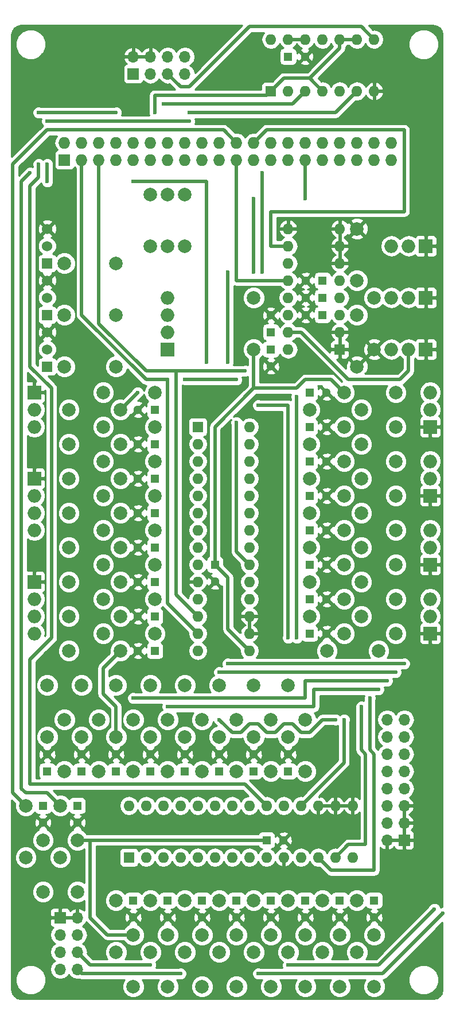
<source format=gtl>
G04 #@! TF.FileFunction,Copper,L1,Top,Signal*
%FSLAX46Y46*%
G04 Gerber Fmt 4.6, Leading zero omitted, Abs format (unit mm)*
G04 Created by KiCad (PCBNEW 4.0.5) date 01/10/17 22:43:53*
%MOMM*%
%LPD*%
G01*
G04 APERTURE LIST*
%ADD10C,0.100000*%
%ADD11R,1.600000X1.600000*%
%ADD12O,1.600000X1.600000*%
%ADD13R,1.300000X1.300000*%
%ADD14C,1.300000*%
%ADD15C,1.998980*%
%ADD16O,1.998980X1.998980*%
%ADD17R,1.998980X1.998980*%
%ADD18R,1.727200X1.727200*%
%ADD19O,1.727200X1.727200*%
%ADD20R,1.700000X1.700000*%
%ADD21O,1.700000X1.700000*%
%ADD22C,1.524000*%
%ADD23R,1.524000X1.524000*%
%ADD24C,0.600000*%
%ADD25C,0.500000*%
%ADD26C,0.254000*%
G04 APERTURE END LIST*
D10*
D11*
X43180000Y-74930000D03*
D12*
X50800000Y-107950000D03*
X43180000Y-77470000D03*
X50800000Y-105410000D03*
X43180000Y-80010000D03*
X50800000Y-102870000D03*
X43180000Y-82550000D03*
X50800000Y-100330000D03*
X43180000Y-85090000D03*
X50800000Y-97790000D03*
X43180000Y-87630000D03*
X50800000Y-95250000D03*
X43180000Y-90170000D03*
X50800000Y-92710000D03*
X43180000Y-92710000D03*
X50800000Y-90170000D03*
X43180000Y-95250000D03*
X50800000Y-87630000D03*
X43180000Y-97790000D03*
X50800000Y-85090000D03*
X43180000Y-100330000D03*
X50800000Y-82550000D03*
X43180000Y-102870000D03*
X50800000Y-80010000D03*
X43180000Y-105410000D03*
X50800000Y-77470000D03*
X43180000Y-107950000D03*
X50800000Y-74930000D03*
D13*
X59690000Y-69850000D03*
D14*
X62190000Y-69850000D03*
D15*
X59690000Y-72390000D03*
X67310000Y-72390000D03*
X61595000Y-144780000D03*
X61595000Y-152400000D03*
X38735000Y-125730000D03*
X38735000Y-118110000D03*
X36830000Y-80010000D03*
X29210000Y-80010000D03*
X59690000Y-102870000D03*
X67310000Y-102870000D03*
D16*
X77470000Y-80010000D03*
D17*
X77470000Y-85090000D03*
D16*
X77470000Y-82550000D03*
X71755000Y-55880000D03*
D17*
X76835000Y-55880000D03*
D16*
X74295000Y-55880000D03*
D13*
X53975000Y-60960000D03*
D14*
X53975000Y-58460000D03*
D13*
X53975000Y-63500000D03*
D14*
X53975000Y-66000000D03*
D13*
X61595000Y-58420000D03*
D14*
X59095000Y-58420000D03*
D13*
X61595000Y-55880000D03*
D14*
X59095000Y-55880000D03*
D13*
X61595000Y-53340000D03*
D14*
X59095000Y-53340000D03*
D13*
X56515000Y-20320000D03*
D14*
X59015000Y-20320000D03*
D13*
X53340000Y-135890000D03*
D14*
X55840000Y-135890000D03*
D13*
X20320000Y-130810000D03*
D14*
X20320000Y-133310000D03*
D13*
X25400000Y-130810000D03*
D14*
X25400000Y-133310000D03*
D13*
X33655000Y-144780000D03*
D14*
X33655000Y-147280000D03*
D13*
X38735000Y-144780000D03*
D14*
X38735000Y-147280000D03*
D13*
X43815000Y-144780000D03*
D14*
X43815000Y-147280000D03*
D13*
X48895000Y-144780000D03*
D14*
X48895000Y-147280000D03*
D13*
X53975000Y-144780000D03*
D14*
X53975000Y-147280000D03*
D13*
X59055000Y-144780000D03*
D14*
X59055000Y-147280000D03*
D13*
X64135000Y-144780000D03*
D14*
X64135000Y-147280000D03*
D13*
X69215000Y-144780000D03*
D14*
X69215000Y-147280000D03*
D13*
X56515000Y-125730000D03*
D14*
X56515000Y-123230000D03*
D13*
X51435000Y-125730000D03*
D14*
X51435000Y-123230000D03*
D13*
X46355000Y-125730000D03*
D14*
X46355000Y-123230000D03*
D13*
X41275000Y-125730000D03*
D14*
X41275000Y-123230000D03*
D13*
X36195000Y-125730000D03*
D14*
X36195000Y-123230000D03*
D13*
X31115000Y-125730000D03*
D14*
X31115000Y-123230000D03*
D13*
X26035000Y-125730000D03*
D14*
X26035000Y-123230000D03*
D13*
X20955000Y-125730000D03*
D14*
X20955000Y-123230000D03*
D13*
X45720000Y-95250000D03*
D14*
X45720000Y-97750000D03*
D13*
X36830000Y-72390000D03*
D14*
X34330000Y-72390000D03*
D13*
X36830000Y-77470000D03*
D14*
X34330000Y-77470000D03*
D13*
X36830000Y-82550000D03*
D14*
X34330000Y-82550000D03*
D13*
X36830000Y-87630000D03*
D14*
X34330000Y-87630000D03*
D13*
X36830000Y-92710000D03*
D14*
X34330000Y-92710000D03*
D13*
X36830000Y-97790000D03*
D14*
X34330000Y-97790000D03*
D13*
X36830000Y-102870000D03*
D14*
X34330000Y-102870000D03*
D13*
X36830000Y-107950000D03*
D14*
X34330000Y-107950000D03*
D13*
X59690000Y-105410000D03*
D14*
X62190000Y-105410000D03*
D13*
X59690000Y-100330000D03*
D14*
X62190000Y-100330000D03*
D13*
X59690000Y-95250000D03*
D14*
X62190000Y-95250000D03*
D13*
X59690000Y-90170000D03*
D14*
X62190000Y-90170000D03*
D13*
X59690000Y-85090000D03*
D14*
X62190000Y-85090000D03*
D13*
X59690000Y-80010000D03*
D14*
X62190000Y-80010000D03*
D13*
X59690000Y-74930000D03*
D14*
X62190000Y-74930000D03*
D18*
X23495000Y-35560000D03*
D19*
X23495000Y-33020000D03*
X26035000Y-35560000D03*
X26035000Y-33020000D03*
X28575000Y-35560000D03*
X28575000Y-33020000D03*
X31115000Y-35560000D03*
X31115000Y-33020000D03*
X33655000Y-35560000D03*
X33655000Y-33020000D03*
X36195000Y-35560000D03*
X36195000Y-33020000D03*
X38735000Y-35560000D03*
X38735000Y-33020000D03*
X41275000Y-35560000D03*
X41275000Y-33020000D03*
X43815000Y-35560000D03*
X43815000Y-33020000D03*
X46355000Y-35560000D03*
X46355000Y-33020000D03*
X48895000Y-35560000D03*
X48895000Y-33020000D03*
X51435000Y-35560000D03*
X51435000Y-33020000D03*
X53975000Y-35560000D03*
X53975000Y-33020000D03*
X56515000Y-35560000D03*
X56515000Y-33020000D03*
X59055000Y-35560000D03*
X59055000Y-33020000D03*
X61595000Y-35560000D03*
X61595000Y-33020000D03*
X64135000Y-35560000D03*
X64135000Y-33020000D03*
X66675000Y-35560000D03*
X66675000Y-33020000D03*
X69215000Y-35560000D03*
X69215000Y-33020000D03*
X71755000Y-35560000D03*
X71755000Y-33020000D03*
D20*
X73660000Y-135890000D03*
D21*
X71120000Y-135890000D03*
X73660000Y-133350000D03*
X71120000Y-133350000D03*
X73660000Y-130810000D03*
X71120000Y-130810000D03*
X73660000Y-128270000D03*
X71120000Y-128270000D03*
X73660000Y-125730000D03*
X71120000Y-125730000D03*
X73660000Y-123190000D03*
X71120000Y-123190000D03*
X73660000Y-120650000D03*
X71120000Y-120650000D03*
X73660000Y-118110000D03*
X71120000Y-118110000D03*
D20*
X22860000Y-147320000D03*
D21*
X25400000Y-147320000D03*
X22860000Y-149860000D03*
X25400000Y-149860000D03*
X22860000Y-152400000D03*
X25400000Y-152400000D03*
X22860000Y-154940000D03*
X25400000Y-154940000D03*
D20*
X33655000Y-22860000D03*
D21*
X33655000Y-20320000D03*
X36195000Y-22860000D03*
X36195000Y-20320000D03*
X38735000Y-22860000D03*
X38735000Y-20320000D03*
X41275000Y-22860000D03*
X41275000Y-20320000D03*
D16*
X38735000Y-55880000D03*
D17*
X38735000Y-63500000D03*
D16*
X38735000Y-60960000D03*
X38735000Y-58420000D03*
X71755000Y-63500000D03*
D17*
X76835000Y-63500000D03*
D16*
X74295000Y-63500000D03*
X71755000Y-48260000D03*
D17*
X76835000Y-48260000D03*
D16*
X74295000Y-48260000D03*
X19050000Y-90170000D03*
D17*
X19050000Y-82550000D03*
D16*
X19050000Y-85090000D03*
X19050000Y-87630000D03*
X19050000Y-105410000D03*
D17*
X19050000Y-97790000D03*
D16*
X19050000Y-100330000D03*
X19050000Y-102870000D03*
X77470000Y-100330000D03*
D17*
X77470000Y-105410000D03*
D16*
X77470000Y-102870000D03*
X77470000Y-90170000D03*
D17*
X77470000Y-95250000D03*
D16*
X77470000Y-92710000D03*
X77470000Y-69850000D03*
D17*
X77470000Y-74930000D03*
D16*
X77470000Y-72390000D03*
X19050000Y-74930000D03*
D17*
X19050000Y-69850000D03*
D16*
X19050000Y-72390000D03*
D22*
X20955000Y-48260000D03*
X20955000Y-45720000D03*
D23*
X20955000Y-50800000D03*
D22*
X20955000Y-55880000D03*
X20955000Y-53340000D03*
D23*
X20955000Y-58420000D03*
D22*
X20955000Y-63500000D03*
X20955000Y-60960000D03*
D23*
X20955000Y-66040000D03*
D15*
X51435000Y-63500000D03*
X51435000Y-55880000D03*
X66675000Y-58420000D03*
X66675000Y-66040000D03*
X69215000Y-55880000D03*
X69215000Y-63500000D03*
X66675000Y-53340000D03*
X66675000Y-45720000D03*
X31115000Y-50800000D03*
X23495000Y-50800000D03*
X31115000Y-58420000D03*
X23495000Y-58420000D03*
X31115000Y-66040000D03*
X23495000Y-66040000D03*
X20320000Y-135890000D03*
X20320000Y-143510000D03*
X25400000Y-135890000D03*
X25400000Y-143510000D03*
X33655000Y-149860000D03*
X33655000Y-157480000D03*
X38735000Y-149860000D03*
X38735000Y-157480000D03*
X43815000Y-149860000D03*
X43815000Y-157480000D03*
X48895000Y-149860000D03*
X48895000Y-157480000D03*
X53975000Y-149860000D03*
X53975000Y-157480000D03*
X59055000Y-149860000D03*
X59055000Y-157480000D03*
X64135000Y-149860000D03*
X64135000Y-157480000D03*
X69215000Y-149860000D03*
X69215000Y-157480000D03*
X56515000Y-120650000D03*
X56515000Y-113030000D03*
X51435000Y-120650000D03*
X51435000Y-113030000D03*
X46355000Y-120650000D03*
X46355000Y-113030000D03*
X41275000Y-120650000D03*
X41275000Y-113030000D03*
X36195000Y-120650000D03*
X36195000Y-113030000D03*
X31115000Y-120650000D03*
X31115000Y-113030000D03*
X26035000Y-120650000D03*
X26035000Y-113030000D03*
X20955000Y-120650000D03*
X20955000Y-113030000D03*
X17780000Y-130810000D03*
X17780000Y-138430000D03*
X22860000Y-130810000D03*
X22860000Y-138430000D03*
X31115000Y-144780000D03*
X31115000Y-152400000D03*
X36195000Y-144780000D03*
X36195000Y-152400000D03*
X41275000Y-144780000D03*
X41275000Y-152400000D03*
X46355000Y-144780000D03*
X46355000Y-152400000D03*
X51435000Y-144780000D03*
X51435000Y-152400000D03*
X56515000Y-144780000D03*
X56515000Y-152400000D03*
X66675000Y-144780000D03*
X66675000Y-152400000D03*
X59055000Y-125730000D03*
X59055000Y-118110000D03*
X53975000Y-125730000D03*
X53975000Y-118110000D03*
X48895000Y-125730000D03*
X48895000Y-118110000D03*
X43815000Y-125730000D03*
X43815000Y-118110000D03*
X33655000Y-125730000D03*
X33655000Y-118110000D03*
X28575000Y-125730000D03*
X28575000Y-118110000D03*
X23495000Y-125730000D03*
X23495000Y-118110000D03*
X31750000Y-72390000D03*
X24130000Y-72390000D03*
X31750000Y-77470000D03*
X24130000Y-77470000D03*
X31750000Y-82550000D03*
X24130000Y-82550000D03*
X31750000Y-87630000D03*
X24130000Y-87630000D03*
X31750000Y-92710000D03*
X24130000Y-92710000D03*
X31750000Y-97790000D03*
X24130000Y-97790000D03*
X31750000Y-102870000D03*
X24130000Y-102870000D03*
X31750000Y-107950000D03*
X24130000Y-107950000D03*
X64770000Y-105410000D03*
X72390000Y-105410000D03*
X64770000Y-100330000D03*
X72390000Y-100330000D03*
X64770000Y-95250000D03*
X72390000Y-95250000D03*
X64770000Y-90170000D03*
X72390000Y-90170000D03*
X64770000Y-85090000D03*
X72390000Y-85090000D03*
X64770000Y-80010000D03*
X72390000Y-80010000D03*
X64770000Y-74930000D03*
X72390000Y-74930000D03*
X64770000Y-69850000D03*
X72390000Y-69850000D03*
X36830000Y-69850000D03*
X29210000Y-69850000D03*
X36830000Y-74930000D03*
X29210000Y-74930000D03*
X36830000Y-85090000D03*
X29210000Y-85090000D03*
X36830000Y-90170000D03*
X29210000Y-90170000D03*
X36830000Y-95250000D03*
X29210000Y-95250000D03*
X36830000Y-100330000D03*
X29210000Y-100330000D03*
X36830000Y-105410000D03*
X29210000Y-105410000D03*
X62230000Y-107950000D03*
X69850000Y-107950000D03*
X59690000Y-97790000D03*
X67310000Y-97790000D03*
X59690000Y-92710000D03*
X67310000Y-92710000D03*
X59690000Y-87630000D03*
X67310000Y-87630000D03*
X59690000Y-82550000D03*
X67310000Y-82550000D03*
X59690000Y-77470000D03*
X67310000Y-77470000D03*
X36195000Y-48260000D03*
X36195000Y-40640000D03*
X38735000Y-48260000D03*
X38735000Y-40640000D03*
X41275000Y-48260000D03*
X41275000Y-40640000D03*
D11*
X64135000Y-63500000D03*
D12*
X56515000Y-45720000D03*
X64135000Y-60960000D03*
X56515000Y-48260000D03*
X64135000Y-58420000D03*
X56515000Y-50800000D03*
X64135000Y-55880000D03*
X56515000Y-53340000D03*
X64135000Y-53340000D03*
X56515000Y-55880000D03*
X64135000Y-50800000D03*
X56515000Y-58420000D03*
X64135000Y-48260000D03*
X56515000Y-60960000D03*
X64135000Y-45720000D03*
X56515000Y-63500000D03*
D11*
X53975000Y-25400000D03*
D12*
X69215000Y-17780000D03*
X56515000Y-25400000D03*
X66675000Y-17780000D03*
X59055000Y-25400000D03*
X64135000Y-17780000D03*
X61595000Y-25400000D03*
X61595000Y-17780000D03*
X64135000Y-25400000D03*
X59055000Y-17780000D03*
X66675000Y-25400000D03*
X56515000Y-17780000D03*
X69215000Y-25400000D03*
X53975000Y-17780000D03*
D11*
X33020000Y-138430000D03*
D12*
X66040000Y-130810000D03*
X35560000Y-138430000D03*
X63500000Y-130810000D03*
X38100000Y-138430000D03*
X60960000Y-130810000D03*
X40640000Y-138430000D03*
X58420000Y-130810000D03*
X43180000Y-138430000D03*
X55880000Y-130810000D03*
X45720000Y-138430000D03*
X53340000Y-130810000D03*
X48260000Y-138430000D03*
X50800000Y-130810000D03*
X50800000Y-138430000D03*
X48260000Y-130810000D03*
X53340000Y-138430000D03*
X45720000Y-130810000D03*
X55880000Y-138430000D03*
X43180000Y-130810000D03*
X58420000Y-138430000D03*
X40640000Y-130810000D03*
X60960000Y-138430000D03*
X38100000Y-130810000D03*
X63500000Y-138430000D03*
X35560000Y-130810000D03*
X66040000Y-138430000D03*
X33020000Y-130810000D03*
D24*
X23495000Y-123190000D03*
X21590000Y-118745000D03*
X45720000Y-102870000D03*
X28575000Y-22860000D03*
X26035000Y-20320000D03*
X34290000Y-69850000D03*
X18415000Y-37465000D03*
X56515000Y-106045000D03*
X67310000Y-116205000D03*
X38735000Y-67945000D03*
X41275000Y-67945000D03*
X48895000Y-67945000D03*
X52070000Y-71755000D03*
X68580000Y-114935000D03*
X57785000Y-106045000D03*
X57785000Y-70485000D03*
X50165000Y-66675000D03*
X19685000Y-36195000D03*
X19685000Y-28575000D03*
X31115000Y-28575000D03*
X36830000Y-28575000D03*
X64770000Y-118110000D03*
X44450000Y-65405000D03*
X41910000Y-29845000D03*
X20955000Y-38735000D03*
X20955000Y-29845000D03*
X20955000Y-36195000D03*
X33655000Y-38735000D03*
X52705000Y-37465000D03*
X52705000Y-52070000D03*
X47625000Y-65405000D03*
X51435000Y-41275000D03*
X51435000Y-52070000D03*
X59055000Y-41275000D03*
X47625000Y-52070000D03*
X48895000Y-74295000D03*
X63500000Y-118110000D03*
X46355000Y-118110000D03*
X78105000Y-146050000D03*
X56515000Y-154305000D03*
X38735000Y-116205000D03*
X69850000Y-113665000D03*
X79375000Y-146685000D03*
X52070000Y-155575000D03*
X33655000Y-114935000D03*
X71120000Y-112395000D03*
X73660000Y-109855000D03*
X47625000Y-109855000D03*
X72390000Y-111125000D03*
X46355000Y-111125000D03*
X36195000Y-154305000D03*
X40640000Y-155575000D03*
X38100000Y-27305000D03*
X41910000Y-28575000D03*
D25*
X74295000Y-66675000D02*
X74295000Y-63500000D01*
X73025000Y-67945000D02*
X74295000Y-66675000D01*
X69850000Y-67945000D02*
X73025000Y-67945000D01*
X58420000Y-60960000D02*
X65405000Y-67945000D01*
X58420000Y-60960000D02*
X56515000Y-60960000D01*
X69850000Y-67945000D02*
X65405000Y-67945000D01*
X23495000Y-120650000D02*
X23495000Y-123190000D01*
X21590000Y-118745000D02*
X23495000Y-120650000D01*
X34330000Y-107950000D02*
X36195000Y-109815000D01*
X45680000Y-102910000D02*
X45720000Y-102870000D01*
X45680000Y-109815000D02*
X45680000Y-102910000D01*
X36195000Y-109815000D02*
X45680000Y-109815000D01*
X28575000Y-22860000D02*
X26035000Y-20320000D01*
X53340000Y-135890000D02*
X28575000Y-135890000D01*
X28575000Y-135890000D02*
X27305000Y-135890000D01*
X47625000Y-100330000D02*
X47625000Y-104775000D01*
X45720000Y-95250000D02*
X47625000Y-97155000D01*
X47625000Y-100330000D02*
X47625000Y-97155000D01*
X47625000Y-104775000D02*
X50800000Y-107950000D01*
X29210000Y-110490000D02*
X29210000Y-111125000D01*
X29210000Y-111125000D02*
X29210000Y-114300000D01*
X29210000Y-114300000D02*
X31115000Y-116205000D01*
X31115000Y-116205000D02*
X31115000Y-120650000D01*
X31750000Y-72390000D02*
X34290000Y-69850000D01*
X45720000Y-74930000D02*
X51435000Y-69215000D01*
X51435000Y-69215000D02*
X51435000Y-63500000D01*
X57150000Y-69215000D02*
X57785000Y-69215000D01*
X57150000Y-69215000D02*
X51435000Y-69215000D01*
X59055000Y-67945000D02*
X57785000Y-69215000D01*
X62865000Y-67945000D02*
X59055000Y-67945000D01*
X64770000Y-69850000D02*
X62865000Y-67945000D01*
X45720000Y-95250000D02*
X45720000Y-74930000D01*
X31750000Y-107950000D02*
X29210000Y-110490000D01*
X27305000Y-135890000D02*
X25400000Y-135890000D01*
X27305000Y-135890000D02*
X27305000Y-147320000D01*
X27305000Y-147320000D02*
X29845000Y-149860000D01*
X29845000Y-149860000D02*
X33655000Y-149860000D01*
X42545000Y-31115000D02*
X32385000Y-31115000D01*
X20955000Y-31115000D02*
X15875000Y-36195000D01*
X46990000Y-31115000D02*
X42545000Y-31115000D01*
X48895000Y-33020000D02*
X46990000Y-31115000D01*
X32385000Y-31115000D02*
X20955000Y-31115000D01*
X15875000Y-128905000D02*
X17145000Y-130175000D01*
X15875000Y-36195000D02*
X15875000Y-128905000D01*
X17145000Y-128270000D02*
X17780000Y-128905000D01*
X20955000Y-128905000D02*
X17780000Y-128905000D01*
X20955000Y-128905000D02*
X22860000Y-130810000D01*
X17145000Y-128270000D02*
X17145000Y-125095000D01*
X17145000Y-38735000D02*
X17145000Y-125095000D01*
X18415000Y-37465000D02*
X17145000Y-38735000D01*
X56515000Y-106045000D02*
X56515000Y-71755000D01*
X67310000Y-122555000D02*
X67310000Y-116205000D01*
X67945000Y-136525000D02*
X65405000Y-136525000D01*
X52070000Y-71755000D02*
X56515000Y-71755000D01*
X41275000Y-67945000D02*
X48895000Y-67945000D01*
X67310000Y-122555000D02*
X67945000Y-123190000D01*
X67945000Y-136525000D02*
X67945000Y-123190000D01*
X65405000Y-136525000D02*
X63500000Y-138430000D01*
X35560000Y-67945000D02*
X26035000Y-58420000D01*
X26035000Y-58420000D02*
X26035000Y-35560000D01*
X38735000Y-67945000D02*
X38735000Y-100965000D01*
X35560000Y-67945000D02*
X38735000Y-67945000D01*
X38735000Y-100965000D02*
X43180000Y-105410000D01*
X68580000Y-114935000D02*
X68580000Y-122555000D01*
X68580000Y-122555000D02*
X69215000Y-123190000D01*
X69215000Y-140335000D02*
X62865000Y-140335000D01*
X69215000Y-140335000D02*
X69215000Y-123190000D01*
X62865000Y-140335000D02*
X60960000Y-138430000D01*
X40005000Y-66675000D02*
X50165000Y-66675000D01*
X57785000Y-70485000D02*
X57785000Y-74930000D01*
X57785000Y-74930000D02*
X57785000Y-106045000D01*
X35560000Y-66675000D02*
X40005000Y-66675000D01*
X40005000Y-66675000D02*
X40005000Y-99695000D01*
X43180000Y-102870000D02*
X40005000Y-99695000D01*
X28575000Y-59690000D02*
X28575000Y-35560000D01*
X28575000Y-59690000D02*
X35560000Y-66675000D01*
X18415000Y-127635000D02*
X50165000Y-127635000D01*
X21590000Y-69850000D02*
X21590000Y-69215000D01*
X21590000Y-69215000D02*
X18415000Y-66040000D01*
X18415000Y-66040000D02*
X18415000Y-44450000D01*
X21590000Y-71120000D02*
X21590000Y-94615000D01*
X18415000Y-109220000D02*
X21590000Y-106045000D01*
X21590000Y-106045000D02*
X21590000Y-94615000D01*
X18415000Y-127635000D02*
X18415000Y-109220000D01*
X21590000Y-71120000D02*
X21590000Y-69850000D01*
X18415000Y-39370000D02*
X19685000Y-38100000D01*
X19685000Y-36195000D02*
X19685000Y-38100000D01*
X29845000Y-28575000D02*
X19685000Y-28575000D01*
X18415000Y-44450000D02*
X18415000Y-39370000D01*
X31115000Y-28575000D02*
X29845000Y-28575000D01*
X50165000Y-127635000D02*
X53340000Y-130810000D01*
X36830000Y-28575000D02*
X36830000Y-26035000D01*
X36830000Y-26035000D02*
X53340000Y-26035000D01*
X64135000Y-17780000D02*
X66675000Y-17780000D01*
X59690000Y-23495000D02*
X64135000Y-19050000D01*
X64135000Y-19050000D02*
X64135000Y-17780000D01*
X53975000Y-25400000D02*
X55880000Y-23495000D01*
X59690000Y-23495000D02*
X61595000Y-25400000D01*
X55880000Y-23495000D02*
X59690000Y-23495000D01*
X53340000Y-26035000D02*
X53975000Y-25400000D01*
X64770000Y-118110000D02*
X64770000Y-124460000D01*
X64770000Y-124460000D02*
X58420000Y-130810000D01*
X44450000Y-65405000D02*
X44450000Y-64770000D01*
X32385000Y-29845000D02*
X41910000Y-29845000D01*
X31115000Y-29845000D02*
X32385000Y-29845000D01*
X44450000Y-38735000D02*
X33655000Y-38735000D01*
X31115000Y-29845000D02*
X20955000Y-29845000D01*
X20955000Y-36195000D02*
X20955000Y-38735000D01*
X44450000Y-38735000D02*
X44450000Y-64770000D01*
X48895000Y-35560000D02*
X48895000Y-53340000D01*
X48895000Y-53340000D02*
X56515000Y-53340000D01*
X52705000Y-52070000D02*
X52705000Y-37465000D01*
X53975000Y-43180000D02*
X73660000Y-43180000D01*
X73660000Y-43180000D02*
X73660000Y-38735000D01*
X51435000Y-33020000D02*
X53340000Y-31115000D01*
X53975000Y-48260000D02*
X56515000Y-48260000D01*
X53975000Y-43180000D02*
X53975000Y-48260000D01*
X73660000Y-31115000D02*
X73660000Y-38735000D01*
X53340000Y-31115000D02*
X73660000Y-31115000D01*
X47625000Y-62230000D02*
X47625000Y-52070000D01*
X47625000Y-62230000D02*
X47625000Y-65405000D01*
X51435000Y-41275000D02*
X51435000Y-52070000D01*
X59055000Y-35560000D02*
X59055000Y-41275000D01*
X48895000Y-93345000D02*
X50800000Y-95250000D01*
X48895000Y-74295000D02*
X48895000Y-93345000D01*
X61595000Y-118110000D02*
X60325000Y-119380000D01*
X63500000Y-118110000D02*
X61595000Y-118110000D01*
X60325000Y-119380000D02*
X59690000Y-120015000D01*
X46355000Y-118110000D02*
X48260000Y-120015000D01*
X48260000Y-120015000D02*
X49530000Y-120015000D01*
X49530000Y-120015000D02*
X50800000Y-118745000D01*
X50800000Y-118745000D02*
X52070000Y-118745000D01*
X52070000Y-118745000D02*
X53340000Y-120015000D01*
X53340000Y-120015000D02*
X54610000Y-120015000D01*
X54610000Y-120015000D02*
X55880000Y-118745000D01*
X55880000Y-118745000D02*
X57150000Y-118745000D01*
X57150000Y-118745000D02*
X58420000Y-120015000D01*
X58420000Y-120015000D02*
X59690000Y-120015000D01*
X78105000Y-146050000D02*
X69850000Y-154305000D01*
X69850000Y-154305000D02*
X56515000Y-154305000D01*
X38735000Y-116205000D02*
X60325000Y-116205000D01*
X67310000Y-113665000D02*
X60325000Y-113665000D01*
X60325000Y-113665000D02*
X60325000Y-116205000D01*
X69850000Y-113665000D02*
X67310000Y-113665000D01*
X79375000Y-146685000D02*
X70485000Y-155575000D01*
X70485000Y-155575000D02*
X52070000Y-155575000D01*
X33655000Y-114935000D02*
X59055000Y-114935000D01*
X68580000Y-112395000D02*
X59055000Y-112395000D01*
X59055000Y-112395000D02*
X59055000Y-114935000D01*
X71120000Y-112395000D02*
X68580000Y-112395000D01*
X73660000Y-109855000D02*
X66040000Y-109855000D01*
X47625000Y-109855000D02*
X66040000Y-109855000D01*
X70485000Y-111125000D02*
X72390000Y-111125000D01*
X70485000Y-111125000D02*
X64770000Y-111125000D01*
X46355000Y-111125000D02*
X64770000Y-111125000D01*
X25400000Y-152400000D02*
X27305000Y-154305000D01*
X29210000Y-154305000D02*
X36195000Y-154305000D01*
X27305000Y-154305000D02*
X29210000Y-154305000D01*
X26035000Y-155575000D02*
X25400000Y-154940000D01*
X40640000Y-155575000D02*
X26035000Y-155575000D01*
X57150000Y-27305000D02*
X59055000Y-25400000D01*
X38100000Y-27305000D02*
X57150000Y-27305000D01*
X63500000Y-28575000D02*
X66675000Y-25400000D01*
X41910000Y-28575000D02*
X63500000Y-28575000D01*
X41910000Y-24765000D02*
X50800000Y-15875000D01*
X69215000Y-17780000D02*
X67310000Y-15875000D01*
X67310000Y-15875000D02*
X50800000Y-15875000D01*
X40640000Y-24765000D02*
X38735000Y-22860000D01*
X41910000Y-24765000D02*
X40640000Y-24765000D01*
D26*
G36*
X78488338Y-15821046D02*
X78902333Y-16097669D01*
X79178953Y-16511660D01*
X79290000Y-17069931D01*
X79290000Y-145749925D01*
X79189833Y-145749838D01*
X79021403Y-145819432D01*
X78898117Y-145521057D01*
X78635327Y-145257808D01*
X78291799Y-145115162D01*
X77919833Y-145114838D01*
X77576057Y-145256883D01*
X77312808Y-145519673D01*
X77262434Y-145640987D01*
X69483420Y-153420000D01*
X67966757Y-153420000D01*
X68059846Y-153327073D01*
X68309206Y-152726547D01*
X68309774Y-152076306D01*
X68061462Y-151475345D01*
X67602073Y-151015154D01*
X67001547Y-150765794D01*
X66351306Y-150765226D01*
X65750345Y-151013538D01*
X65290154Y-151472927D01*
X65040794Y-152073453D01*
X65040226Y-152723694D01*
X65288538Y-153324655D01*
X65383717Y-153420000D01*
X62886757Y-153420000D01*
X62979846Y-153327073D01*
X63229206Y-152726547D01*
X63229774Y-152076306D01*
X62981462Y-151475345D01*
X62522073Y-151015154D01*
X61921547Y-150765794D01*
X61271306Y-150765226D01*
X60670345Y-151013538D01*
X60210154Y-151472927D01*
X59960794Y-152073453D01*
X59960226Y-152723694D01*
X60208538Y-153324655D01*
X60303717Y-153420000D01*
X57806757Y-153420000D01*
X57899846Y-153327073D01*
X58149206Y-152726547D01*
X58149774Y-152076306D01*
X57901462Y-151475345D01*
X57442073Y-151015154D01*
X56841547Y-150765794D01*
X56191306Y-150765226D01*
X55590345Y-151013538D01*
X55130154Y-151472927D01*
X54880794Y-152073453D01*
X54880226Y-152723694D01*
X55128538Y-153324655D01*
X55587927Y-153784846D01*
X55699369Y-153831121D01*
X55580162Y-154118201D01*
X55579838Y-154490167D01*
X55662407Y-154690000D01*
X52376822Y-154690000D01*
X52256799Y-154640162D01*
X51884833Y-154639838D01*
X51541057Y-154781883D01*
X51277808Y-155044673D01*
X51135162Y-155388201D01*
X51134838Y-155760167D01*
X51276883Y-156103943D01*
X51539673Y-156367192D01*
X51883201Y-156509838D01*
X52255167Y-156510162D01*
X52376569Y-156460000D01*
X52683243Y-156460000D01*
X52590154Y-156552927D01*
X52340794Y-157153453D01*
X52340226Y-157803694D01*
X52588538Y-158404655D01*
X53047927Y-158864846D01*
X53648453Y-159114206D01*
X54298694Y-159114774D01*
X54899655Y-158866462D01*
X55359846Y-158407073D01*
X55609206Y-157806547D01*
X55609774Y-157156306D01*
X55361462Y-156555345D01*
X55266283Y-156460000D01*
X57763243Y-156460000D01*
X57670154Y-156552927D01*
X57420794Y-157153453D01*
X57420226Y-157803694D01*
X57668538Y-158404655D01*
X58127927Y-158864846D01*
X58728453Y-159114206D01*
X59378694Y-159114774D01*
X59979655Y-158866462D01*
X60439846Y-158407073D01*
X60689206Y-157806547D01*
X60689774Y-157156306D01*
X60441462Y-156555345D01*
X60346283Y-156460000D01*
X62843243Y-156460000D01*
X62750154Y-156552927D01*
X62500794Y-157153453D01*
X62500226Y-157803694D01*
X62748538Y-158404655D01*
X63207927Y-158864846D01*
X63808453Y-159114206D01*
X64458694Y-159114774D01*
X65059655Y-158866462D01*
X65519846Y-158407073D01*
X65769206Y-157806547D01*
X65769774Y-157156306D01*
X65521462Y-156555345D01*
X65426283Y-156460000D01*
X67923243Y-156460000D01*
X67830154Y-156552927D01*
X67580794Y-157153453D01*
X67580226Y-157803694D01*
X67828538Y-158404655D01*
X68287927Y-158864846D01*
X68888453Y-159114206D01*
X69538694Y-159114774D01*
X70139655Y-158866462D01*
X70599846Y-158407073D01*
X70849206Y-157806547D01*
X70849774Y-157156306D01*
X70761481Y-156942619D01*
X74264613Y-156942619D01*
X74604155Y-157764372D01*
X75232321Y-158393636D01*
X76053481Y-158734611D01*
X76942619Y-158735387D01*
X77764372Y-158395845D01*
X78393636Y-157767679D01*
X78734611Y-156946519D01*
X78735387Y-156057381D01*
X78395845Y-155235628D01*
X77767679Y-154606364D01*
X76946519Y-154265389D01*
X76057381Y-154264613D01*
X75235628Y-154604155D01*
X74606364Y-155232321D01*
X74265389Y-156053481D01*
X74264613Y-156942619D01*
X70761481Y-156942619D01*
X70601462Y-156555345D01*
X70502758Y-156456469D01*
X70767484Y-156403810D01*
X70823675Y-156392633D01*
X71110790Y-156200790D01*
X79290000Y-148021579D01*
X79290000Y-157930069D01*
X79178953Y-158488340D01*
X78902333Y-158902331D01*
X78488338Y-159178954D01*
X77930069Y-159290000D01*
X17069931Y-159290000D01*
X16511660Y-159178953D01*
X16097669Y-158902333D01*
X15821046Y-158488338D01*
X15710000Y-157930069D01*
X15710000Y-156942619D01*
X16264613Y-156942619D01*
X16604155Y-157764372D01*
X17232321Y-158393636D01*
X18053481Y-158734611D01*
X18942619Y-158735387D01*
X19764372Y-158395845D01*
X20393636Y-157767679D01*
X20734611Y-156946519D01*
X20735387Y-156057381D01*
X20395845Y-155235628D01*
X19767679Y-154606364D01*
X18946519Y-154265389D01*
X18057381Y-154264613D01*
X17235628Y-154604155D01*
X16606364Y-155232321D01*
X16265389Y-156053481D01*
X16264613Y-156942619D01*
X15710000Y-156942619D01*
X15710000Y-146343690D01*
X21375000Y-146343690D01*
X21375000Y-147034250D01*
X21533750Y-147193000D01*
X22733000Y-147193000D01*
X22733000Y-145993750D01*
X22987000Y-145993750D01*
X22987000Y-147193000D01*
X25273000Y-147193000D01*
X25273000Y-145999181D01*
X25043108Y-145878514D01*
X24518642Y-146124817D01*
X24336930Y-146324208D01*
X24248327Y-146110301D01*
X24069698Y-145931673D01*
X23836309Y-145835000D01*
X23145750Y-145835000D01*
X22987000Y-145993750D01*
X22733000Y-145993750D01*
X22574250Y-145835000D01*
X21883691Y-145835000D01*
X21650302Y-145931673D01*
X21471673Y-146110301D01*
X21375000Y-146343690D01*
X15710000Y-146343690D01*
X15710000Y-143833694D01*
X18685226Y-143833694D01*
X18933538Y-144434655D01*
X19392927Y-144894846D01*
X19993453Y-145144206D01*
X20643694Y-145144774D01*
X21244655Y-144896462D01*
X21704846Y-144437073D01*
X21954206Y-143836547D01*
X21954774Y-143186306D01*
X21706462Y-142585345D01*
X21247073Y-142125154D01*
X20646547Y-141875794D01*
X19996306Y-141875226D01*
X19395345Y-142123538D01*
X18935154Y-142582927D01*
X18685794Y-143183453D01*
X18685226Y-143833694D01*
X15710000Y-143833694D01*
X15710000Y-138753694D01*
X16145226Y-138753694D01*
X16393538Y-139354655D01*
X16852927Y-139814846D01*
X17453453Y-140064206D01*
X18103694Y-140064774D01*
X18704655Y-139816462D01*
X19164846Y-139357073D01*
X19414206Y-138756547D01*
X19414208Y-138753694D01*
X21225226Y-138753694D01*
X21473538Y-139354655D01*
X21932927Y-139814846D01*
X22533453Y-140064206D01*
X23183694Y-140064774D01*
X23784655Y-139816462D01*
X24244846Y-139357073D01*
X24494206Y-138756547D01*
X24494774Y-138106306D01*
X24246462Y-137505345D01*
X23787073Y-137045154D01*
X23186547Y-136795794D01*
X22536306Y-136795226D01*
X21935345Y-137043538D01*
X21475154Y-137502927D01*
X21225794Y-138103453D01*
X21225226Y-138753694D01*
X19414208Y-138753694D01*
X19414774Y-138106306D01*
X19166462Y-137505345D01*
X18707073Y-137045154D01*
X18106547Y-136795794D01*
X17456306Y-136795226D01*
X16855345Y-137043538D01*
X16395154Y-137502927D01*
X16145794Y-138103453D01*
X16145226Y-138753694D01*
X15710000Y-138753694D01*
X15710000Y-136213694D01*
X18685226Y-136213694D01*
X18933538Y-136814655D01*
X19392927Y-137274846D01*
X19993453Y-137524206D01*
X20643694Y-137524774D01*
X21244655Y-137276462D01*
X21704846Y-136817073D01*
X21954206Y-136216547D01*
X21954774Y-135566306D01*
X21706462Y-134965345D01*
X21247073Y-134505154D01*
X20993343Y-134399796D01*
X21039410Y-134209016D01*
X20320000Y-133489605D01*
X19600590Y-134209016D01*
X19646635Y-134399707D01*
X19395345Y-134503538D01*
X18935154Y-134962927D01*
X18685794Y-135563453D01*
X18685226Y-136213694D01*
X15710000Y-136213694D01*
X15710000Y-133129078D01*
X19022378Y-133129078D01*
X19051917Y-133639428D01*
X19190389Y-133973729D01*
X19420984Y-134029410D01*
X20140395Y-133310000D01*
X20499605Y-133310000D01*
X21219016Y-134029410D01*
X21449611Y-133973729D01*
X21617622Y-133490922D01*
X21596679Y-133129078D01*
X24102378Y-133129078D01*
X24131917Y-133639428D01*
X24270389Y-133973729D01*
X24500984Y-134029410D01*
X25220395Y-133310000D01*
X25579605Y-133310000D01*
X26299016Y-134029410D01*
X26529611Y-133973729D01*
X26697622Y-133490922D01*
X26668083Y-132980572D01*
X26529611Y-132646271D01*
X26299016Y-132590590D01*
X25579605Y-133310000D01*
X25220395Y-133310000D01*
X24500984Y-132590590D01*
X24270389Y-132646271D01*
X24102378Y-133129078D01*
X21596679Y-133129078D01*
X21588083Y-132980572D01*
X21449611Y-132646271D01*
X21219016Y-132590590D01*
X20499605Y-133310000D01*
X20140395Y-133310000D01*
X19420984Y-132590590D01*
X19190389Y-132646271D01*
X19022378Y-133129078D01*
X15710000Y-133129078D01*
X15710000Y-129991580D01*
X16162248Y-130443827D01*
X16145794Y-130483453D01*
X16145226Y-131133694D01*
X16393538Y-131734655D01*
X16852927Y-132194846D01*
X17453453Y-132444206D01*
X18103694Y-132444774D01*
X18704655Y-132196462D01*
X19121531Y-131780312D01*
X19205910Y-131911441D01*
X19418110Y-132056431D01*
X19670000Y-132107440D01*
X19832385Y-132107440D01*
X19656271Y-132180389D01*
X19600590Y-132410984D01*
X20320000Y-133130395D01*
X21039410Y-132410984D01*
X20983729Y-132180389D01*
X20774098Y-132107440D01*
X20970000Y-132107440D01*
X21205317Y-132063162D01*
X21421441Y-131924090D01*
X21519451Y-131780648D01*
X21932927Y-132194846D01*
X22533453Y-132444206D01*
X23183694Y-132444774D01*
X23784655Y-132196462D01*
X24201531Y-131780312D01*
X24285910Y-131911441D01*
X24498110Y-132056431D01*
X24750000Y-132107440D01*
X24912385Y-132107440D01*
X24736271Y-132180389D01*
X24680590Y-132410984D01*
X25400000Y-133130395D01*
X26119410Y-132410984D01*
X26063729Y-132180389D01*
X25854098Y-132107440D01*
X26050000Y-132107440D01*
X26285317Y-132063162D01*
X26501441Y-131924090D01*
X26646431Y-131711890D01*
X26697440Y-131460000D01*
X26697440Y-130160000D01*
X26653162Y-129924683D01*
X26514090Y-129708559D01*
X26301890Y-129563569D01*
X26050000Y-129512560D01*
X24750000Y-129512560D01*
X24514683Y-129556838D01*
X24298559Y-129695910D01*
X24200549Y-129839352D01*
X23787073Y-129425154D01*
X23186547Y-129175794D01*
X22536306Y-129175226D01*
X22494202Y-129192623D01*
X21821580Y-128520000D01*
X49798420Y-128520000D01*
X50654291Y-129375870D01*
X50250849Y-129456120D01*
X49785302Y-129767189D01*
X49530000Y-130149275D01*
X49274698Y-129767189D01*
X48809151Y-129456120D01*
X48260000Y-129346887D01*
X47710849Y-129456120D01*
X47245302Y-129767189D01*
X46990000Y-130149275D01*
X46734698Y-129767189D01*
X46269151Y-129456120D01*
X45720000Y-129346887D01*
X45170849Y-129456120D01*
X44705302Y-129767189D01*
X44450000Y-130149275D01*
X44194698Y-129767189D01*
X43729151Y-129456120D01*
X43180000Y-129346887D01*
X42630849Y-129456120D01*
X42165302Y-129767189D01*
X41910000Y-130149275D01*
X41654698Y-129767189D01*
X41189151Y-129456120D01*
X40640000Y-129346887D01*
X40090849Y-129456120D01*
X39625302Y-129767189D01*
X39370000Y-130149275D01*
X39114698Y-129767189D01*
X38649151Y-129456120D01*
X38100000Y-129346887D01*
X37550849Y-129456120D01*
X37085302Y-129767189D01*
X36830000Y-130149275D01*
X36574698Y-129767189D01*
X36109151Y-129456120D01*
X35560000Y-129346887D01*
X35010849Y-129456120D01*
X34545302Y-129767189D01*
X34290000Y-130149275D01*
X34034698Y-129767189D01*
X33569151Y-129456120D01*
X33020000Y-129346887D01*
X32470849Y-129456120D01*
X32005302Y-129767189D01*
X31694233Y-130232736D01*
X31585000Y-130781887D01*
X31585000Y-130838113D01*
X31694233Y-131387264D01*
X32005302Y-131852811D01*
X32470849Y-132163880D01*
X33020000Y-132273113D01*
X33569151Y-132163880D01*
X34034698Y-131852811D01*
X34290000Y-131470725D01*
X34545302Y-131852811D01*
X35010849Y-132163880D01*
X35560000Y-132273113D01*
X36109151Y-132163880D01*
X36574698Y-131852811D01*
X36830000Y-131470725D01*
X37085302Y-131852811D01*
X37550849Y-132163880D01*
X38100000Y-132273113D01*
X38649151Y-132163880D01*
X39114698Y-131852811D01*
X39370000Y-131470725D01*
X39625302Y-131852811D01*
X40090849Y-132163880D01*
X40640000Y-132273113D01*
X41189151Y-132163880D01*
X41654698Y-131852811D01*
X41910000Y-131470725D01*
X42165302Y-131852811D01*
X42630849Y-132163880D01*
X43180000Y-132273113D01*
X43729151Y-132163880D01*
X44194698Y-131852811D01*
X44450000Y-131470725D01*
X44705302Y-131852811D01*
X45170849Y-132163880D01*
X45720000Y-132273113D01*
X46269151Y-132163880D01*
X46734698Y-131852811D01*
X46990000Y-131470725D01*
X47245302Y-131852811D01*
X47710849Y-132163880D01*
X48260000Y-132273113D01*
X48809151Y-132163880D01*
X49274698Y-131852811D01*
X49530000Y-131470725D01*
X49785302Y-131852811D01*
X50250849Y-132163880D01*
X50800000Y-132273113D01*
X51349151Y-132163880D01*
X51814698Y-131852811D01*
X52070000Y-131470725D01*
X52325302Y-131852811D01*
X52790849Y-132163880D01*
X53340000Y-132273113D01*
X53889151Y-132163880D01*
X54354698Y-131852811D01*
X54610000Y-131470725D01*
X54865302Y-131852811D01*
X55330849Y-132163880D01*
X55880000Y-132273113D01*
X56429151Y-132163880D01*
X56894698Y-131852811D01*
X57150000Y-131470725D01*
X57405302Y-131852811D01*
X57870849Y-132163880D01*
X58420000Y-132273113D01*
X58969151Y-132163880D01*
X59434698Y-131852811D01*
X59704986Y-131448297D01*
X59807611Y-131665134D01*
X60222577Y-132041041D01*
X60610961Y-132201904D01*
X60833000Y-132079915D01*
X60833000Y-130937000D01*
X61087000Y-130937000D01*
X61087000Y-132079915D01*
X61309039Y-132201904D01*
X61697423Y-132041041D01*
X62112389Y-131665134D01*
X62230000Y-131416633D01*
X62347611Y-131665134D01*
X62762577Y-132041041D01*
X63150961Y-132201904D01*
X63373000Y-132079915D01*
X63373000Y-130937000D01*
X63627000Y-130937000D01*
X63627000Y-132079915D01*
X63849039Y-132201904D01*
X64237423Y-132041041D01*
X64652389Y-131665134D01*
X64770000Y-131416633D01*
X64887611Y-131665134D01*
X65302577Y-132041041D01*
X65690961Y-132201904D01*
X65913000Y-132079915D01*
X65913000Y-130937000D01*
X63627000Y-130937000D01*
X63373000Y-130937000D01*
X61087000Y-130937000D01*
X60833000Y-130937000D01*
X60813000Y-130937000D01*
X60813000Y-130683000D01*
X60833000Y-130683000D01*
X60833000Y-130663000D01*
X61087000Y-130663000D01*
X61087000Y-130683000D01*
X63373000Y-130683000D01*
X63373000Y-129540085D01*
X63627000Y-129540085D01*
X63627000Y-130683000D01*
X65913000Y-130683000D01*
X65913000Y-129540085D01*
X65690961Y-129418096D01*
X65302577Y-129578959D01*
X64887611Y-129954866D01*
X64770000Y-130203367D01*
X64652389Y-129954866D01*
X64237423Y-129578959D01*
X63849039Y-129418096D01*
X63627000Y-129540085D01*
X63373000Y-129540085D01*
X63150961Y-129418096D01*
X62762577Y-129578959D01*
X62347611Y-129954866D01*
X62230000Y-130203367D01*
X62112389Y-129954866D01*
X61697423Y-129578959D01*
X61309039Y-129418096D01*
X61087002Y-129540084D01*
X61087002Y-129394578D01*
X65395787Y-125085792D01*
X65395790Y-125085790D01*
X65587633Y-124798675D01*
X65612234Y-124675000D01*
X65655001Y-124460000D01*
X65655000Y-124459995D01*
X65655000Y-118416822D01*
X65704838Y-118296799D01*
X65705162Y-117924833D01*
X65563117Y-117581057D01*
X65300327Y-117317808D01*
X64956799Y-117175162D01*
X64584833Y-117174838D01*
X64241057Y-117316883D01*
X64135046Y-117422710D01*
X64030327Y-117317808D01*
X63686799Y-117175162D01*
X63314833Y-117174838D01*
X63193431Y-117225000D01*
X61595005Y-117225000D01*
X61595000Y-117224999D01*
X61256325Y-117292367D01*
X60969210Y-117484210D01*
X60969208Y-117484213D01*
X60683149Y-117770272D01*
X60441462Y-117185345D01*
X60342757Y-117086468D01*
X60663675Y-117022633D01*
X60950790Y-116830790D01*
X61142633Y-116543675D01*
X61210000Y-116205000D01*
X61210000Y-114550000D01*
X67727463Y-114550000D01*
X67645162Y-114748201D01*
X67644838Y-115120167D01*
X67695000Y-115241569D01*
X67695000Y-115352463D01*
X67496799Y-115270162D01*
X67124833Y-115269838D01*
X66781057Y-115411883D01*
X66517808Y-115674673D01*
X66375162Y-116018201D01*
X66374838Y-116390167D01*
X66425000Y-116511569D01*
X66425000Y-122554995D01*
X66424999Y-122555000D01*
X66481190Y-122837484D01*
X66492367Y-122893675D01*
X66684210Y-123180790D01*
X67060000Y-123556579D01*
X67060000Y-129834938D01*
X66777423Y-129578959D01*
X66389039Y-129418096D01*
X66167000Y-129540085D01*
X66167000Y-130683000D01*
X66187000Y-130683000D01*
X66187000Y-130937000D01*
X66167000Y-130937000D01*
X66167000Y-132079915D01*
X66389039Y-132201904D01*
X66777423Y-132041041D01*
X67060000Y-131785062D01*
X67060000Y-135640000D01*
X65405005Y-135640000D01*
X65405000Y-135639999D01*
X65122516Y-135696190D01*
X65066325Y-135707367D01*
X64779210Y-135899210D01*
X64779208Y-135899213D01*
X63676438Y-137001983D01*
X63500000Y-136966887D01*
X62950849Y-137076120D01*
X62485302Y-137387189D01*
X62230000Y-137769275D01*
X61974698Y-137387189D01*
X61509151Y-137076120D01*
X60960000Y-136966887D01*
X60410849Y-137076120D01*
X59945302Y-137387189D01*
X59690000Y-137769275D01*
X59434698Y-137387189D01*
X58969151Y-137076120D01*
X58420000Y-136966887D01*
X57870849Y-137076120D01*
X57405302Y-137387189D01*
X57135014Y-137791703D01*
X57032389Y-137574866D01*
X56617423Y-137198959D01*
X56344075Y-137085742D01*
X56503729Y-137019611D01*
X56559410Y-136789016D01*
X55840000Y-136069605D01*
X55120590Y-136789016D01*
X55176271Y-137019611D01*
X55393272Y-137095125D01*
X55142577Y-137198959D01*
X54727611Y-137574866D01*
X54624986Y-137791703D01*
X54354698Y-137387189D01*
X54041305Y-137177786D01*
X54225317Y-137143162D01*
X54441441Y-137004090D01*
X54586431Y-136791890D01*
X54637440Y-136540000D01*
X54637440Y-136377615D01*
X54710389Y-136553729D01*
X54940984Y-136609410D01*
X55660395Y-135890000D01*
X56019605Y-135890000D01*
X56739016Y-136609410D01*
X56969611Y-136553729D01*
X57137622Y-136070922D01*
X57108083Y-135560572D01*
X56969611Y-135226271D01*
X56739016Y-135170590D01*
X56019605Y-135890000D01*
X55660395Y-135890000D01*
X54940984Y-135170590D01*
X54710389Y-135226271D01*
X54637440Y-135435902D01*
X54637440Y-135240000D01*
X54593162Y-135004683D01*
X54584347Y-134990984D01*
X55120590Y-134990984D01*
X55840000Y-135710395D01*
X56559410Y-134990984D01*
X56503729Y-134760389D01*
X56020922Y-134592378D01*
X55510572Y-134621917D01*
X55176271Y-134760389D01*
X55120590Y-134990984D01*
X54584347Y-134990984D01*
X54454090Y-134788559D01*
X54241890Y-134643569D01*
X53990000Y-134592560D01*
X52690000Y-134592560D01*
X52454683Y-134636838D01*
X52238559Y-134775910D01*
X52093569Y-134988110D01*
X52090149Y-135005000D01*
X26802847Y-135005000D01*
X26786462Y-134965345D01*
X26327073Y-134505154D01*
X26073343Y-134399796D01*
X26119410Y-134209016D01*
X25400000Y-133489605D01*
X24680590Y-134209016D01*
X24726635Y-134399707D01*
X24475345Y-134503538D01*
X24015154Y-134962927D01*
X23765794Y-135563453D01*
X23765226Y-136213694D01*
X24013538Y-136814655D01*
X24472927Y-137274846D01*
X25073453Y-137524206D01*
X25723694Y-137524774D01*
X26324655Y-137276462D01*
X26420000Y-137181283D01*
X26420000Y-142218243D01*
X26327073Y-142125154D01*
X25726547Y-141875794D01*
X25076306Y-141875226D01*
X24475345Y-142123538D01*
X24015154Y-142582927D01*
X23765794Y-143183453D01*
X23765226Y-143833694D01*
X24013538Y-144434655D01*
X24472927Y-144894846D01*
X25073453Y-145144206D01*
X25723694Y-145144774D01*
X26324655Y-144896462D01*
X26420000Y-144801283D01*
X26420000Y-146276948D01*
X26281358Y-146124817D01*
X25756892Y-145878514D01*
X25527000Y-145999181D01*
X25527000Y-147193000D01*
X25547000Y-147193000D01*
X25547000Y-147447000D01*
X25527000Y-147447000D01*
X25527000Y-147467000D01*
X25273000Y-147467000D01*
X25273000Y-147447000D01*
X22987000Y-147447000D01*
X22987000Y-147467000D01*
X22733000Y-147467000D01*
X22733000Y-147447000D01*
X21533750Y-147447000D01*
X21375000Y-147605750D01*
X21375000Y-148296310D01*
X21471673Y-148529699D01*
X21650302Y-148708327D01*
X21824777Y-148780597D01*
X21780853Y-148809946D01*
X21458946Y-149291715D01*
X21345907Y-149860000D01*
X21458946Y-150428285D01*
X21780853Y-150910054D01*
X22110026Y-151130000D01*
X21780853Y-151349946D01*
X21458946Y-151831715D01*
X21345907Y-152400000D01*
X21458946Y-152968285D01*
X21780853Y-153450054D01*
X22110026Y-153670000D01*
X21780853Y-153889946D01*
X21458946Y-154371715D01*
X21345907Y-154940000D01*
X21458946Y-155508285D01*
X21780853Y-155990054D01*
X22262622Y-156311961D01*
X22830907Y-156425000D01*
X22889093Y-156425000D01*
X23457378Y-156311961D01*
X23939147Y-155990054D01*
X24130000Y-155704422D01*
X24320853Y-155990054D01*
X24802622Y-156311961D01*
X25370907Y-156425000D01*
X25429093Y-156425000D01*
X25672349Y-156376613D01*
X25696326Y-156392634D01*
X26035000Y-156460001D01*
X26035005Y-156460000D01*
X32363243Y-156460000D01*
X32270154Y-156552927D01*
X32020794Y-157153453D01*
X32020226Y-157803694D01*
X32268538Y-158404655D01*
X32727927Y-158864846D01*
X33328453Y-159114206D01*
X33978694Y-159114774D01*
X34579655Y-158866462D01*
X35039846Y-158407073D01*
X35289206Y-157806547D01*
X35289774Y-157156306D01*
X35041462Y-156555345D01*
X34946283Y-156460000D01*
X37443243Y-156460000D01*
X37350154Y-156552927D01*
X37100794Y-157153453D01*
X37100226Y-157803694D01*
X37348538Y-158404655D01*
X37807927Y-158864846D01*
X38408453Y-159114206D01*
X39058694Y-159114774D01*
X39659655Y-158866462D01*
X40119846Y-158407073D01*
X40369206Y-157806547D01*
X40369208Y-157803694D01*
X42180226Y-157803694D01*
X42428538Y-158404655D01*
X42887927Y-158864846D01*
X43488453Y-159114206D01*
X44138694Y-159114774D01*
X44739655Y-158866462D01*
X45199846Y-158407073D01*
X45449206Y-157806547D01*
X45449208Y-157803694D01*
X47260226Y-157803694D01*
X47508538Y-158404655D01*
X47967927Y-158864846D01*
X48568453Y-159114206D01*
X49218694Y-159114774D01*
X49819655Y-158866462D01*
X50279846Y-158407073D01*
X50529206Y-157806547D01*
X50529774Y-157156306D01*
X50281462Y-156555345D01*
X49822073Y-156095154D01*
X49221547Y-155845794D01*
X48571306Y-155845226D01*
X47970345Y-156093538D01*
X47510154Y-156552927D01*
X47260794Y-157153453D01*
X47260226Y-157803694D01*
X45449208Y-157803694D01*
X45449774Y-157156306D01*
X45201462Y-156555345D01*
X44742073Y-156095154D01*
X44141547Y-155845794D01*
X43491306Y-155845226D01*
X42890345Y-156093538D01*
X42430154Y-156552927D01*
X42180794Y-157153453D01*
X42180226Y-157803694D01*
X40369208Y-157803694D01*
X40369774Y-157156306D01*
X40121462Y-156555345D01*
X40026283Y-156460000D01*
X40333178Y-156460000D01*
X40453201Y-156509838D01*
X40825167Y-156510162D01*
X41168943Y-156368117D01*
X41432192Y-156105327D01*
X41574838Y-155761799D01*
X41575162Y-155389833D01*
X41433117Y-155046057D01*
X41170327Y-154782808D01*
X40826799Y-154640162D01*
X40454833Y-154639838D01*
X40333431Y-154690000D01*
X37047537Y-154690000D01*
X37129838Y-154491799D01*
X37130162Y-154119833D01*
X37010971Y-153831369D01*
X37119655Y-153786462D01*
X37579846Y-153327073D01*
X37829206Y-152726547D01*
X37829208Y-152723694D01*
X39640226Y-152723694D01*
X39888538Y-153324655D01*
X40347927Y-153784846D01*
X40948453Y-154034206D01*
X41598694Y-154034774D01*
X42199655Y-153786462D01*
X42659846Y-153327073D01*
X42909206Y-152726547D01*
X42909208Y-152723694D01*
X44720226Y-152723694D01*
X44968538Y-153324655D01*
X45427927Y-153784846D01*
X46028453Y-154034206D01*
X46678694Y-154034774D01*
X47279655Y-153786462D01*
X47739846Y-153327073D01*
X47989206Y-152726547D01*
X47989208Y-152723694D01*
X49800226Y-152723694D01*
X50048538Y-153324655D01*
X50507927Y-153784846D01*
X51108453Y-154034206D01*
X51758694Y-154034774D01*
X52359655Y-153786462D01*
X52819846Y-153327073D01*
X53069206Y-152726547D01*
X53069774Y-152076306D01*
X52821462Y-151475345D01*
X52362073Y-151015154D01*
X51761547Y-150765794D01*
X51111306Y-150765226D01*
X50510345Y-151013538D01*
X50050154Y-151472927D01*
X49800794Y-152073453D01*
X49800226Y-152723694D01*
X47989208Y-152723694D01*
X47989774Y-152076306D01*
X47741462Y-151475345D01*
X47282073Y-151015154D01*
X46681547Y-150765794D01*
X46031306Y-150765226D01*
X45430345Y-151013538D01*
X44970154Y-151472927D01*
X44720794Y-152073453D01*
X44720226Y-152723694D01*
X42909208Y-152723694D01*
X42909774Y-152076306D01*
X42661462Y-151475345D01*
X42202073Y-151015154D01*
X41601547Y-150765794D01*
X40951306Y-150765226D01*
X40350345Y-151013538D01*
X39890154Y-151472927D01*
X39640794Y-152073453D01*
X39640226Y-152723694D01*
X37829208Y-152723694D01*
X37829774Y-152076306D01*
X37581462Y-151475345D01*
X37122073Y-151015154D01*
X36521547Y-150765794D01*
X35871306Y-150765226D01*
X35270345Y-151013538D01*
X34810154Y-151472927D01*
X34560794Y-152073453D01*
X34560226Y-152723694D01*
X34808538Y-153324655D01*
X34903717Y-153420000D01*
X32406757Y-153420000D01*
X32499846Y-153327073D01*
X32749206Y-152726547D01*
X32749774Y-152076306D01*
X32501462Y-151475345D01*
X32042073Y-151015154D01*
X31441547Y-150765794D01*
X30791306Y-150765226D01*
X30190345Y-151013538D01*
X29730154Y-151472927D01*
X29480794Y-152073453D01*
X29480226Y-152723694D01*
X29728538Y-153324655D01*
X29823717Y-153420000D01*
X27671579Y-153420000D01*
X26870539Y-152618960D01*
X26914093Y-152400000D01*
X26801054Y-151831715D01*
X26479147Y-151349946D01*
X26149974Y-151130000D01*
X26479147Y-150910054D01*
X26801054Y-150428285D01*
X26914093Y-149860000D01*
X26801054Y-149291715D01*
X26479147Y-148809946D01*
X26138447Y-148582298D01*
X26281358Y-148515183D01*
X26671645Y-148086924D01*
X26715196Y-147981776D01*
X29219208Y-150485787D01*
X29219210Y-150485790D01*
X29506325Y-150677633D01*
X29845000Y-150745000D01*
X32252153Y-150745000D01*
X32268538Y-150784655D01*
X32727927Y-151244846D01*
X33328453Y-151494206D01*
X33978694Y-151494774D01*
X34579655Y-151246462D01*
X35039846Y-150787073D01*
X35289206Y-150186547D01*
X35289208Y-150183694D01*
X37100226Y-150183694D01*
X37348538Y-150784655D01*
X37807927Y-151244846D01*
X38408453Y-151494206D01*
X39058694Y-151494774D01*
X39659655Y-151246462D01*
X40119846Y-150787073D01*
X40369206Y-150186547D01*
X40369208Y-150183694D01*
X42180226Y-150183694D01*
X42428538Y-150784655D01*
X42887927Y-151244846D01*
X43488453Y-151494206D01*
X44138694Y-151494774D01*
X44739655Y-151246462D01*
X45199846Y-150787073D01*
X45449206Y-150186547D01*
X45449208Y-150183694D01*
X47260226Y-150183694D01*
X47508538Y-150784655D01*
X47967927Y-151244846D01*
X48568453Y-151494206D01*
X49218694Y-151494774D01*
X49819655Y-151246462D01*
X50279846Y-150787073D01*
X50529206Y-150186547D01*
X50529208Y-150183694D01*
X52340226Y-150183694D01*
X52588538Y-150784655D01*
X53047927Y-151244846D01*
X53648453Y-151494206D01*
X54298694Y-151494774D01*
X54899655Y-151246462D01*
X55359846Y-150787073D01*
X55609206Y-150186547D01*
X55609208Y-150183694D01*
X57420226Y-150183694D01*
X57668538Y-150784655D01*
X58127927Y-151244846D01*
X58728453Y-151494206D01*
X59378694Y-151494774D01*
X59979655Y-151246462D01*
X60439846Y-150787073D01*
X60689206Y-150186547D01*
X60689208Y-150183694D01*
X62500226Y-150183694D01*
X62748538Y-150784655D01*
X63207927Y-151244846D01*
X63808453Y-151494206D01*
X64458694Y-151494774D01*
X65059655Y-151246462D01*
X65519846Y-150787073D01*
X65769206Y-150186547D01*
X65769208Y-150183694D01*
X67580226Y-150183694D01*
X67828538Y-150784655D01*
X68287927Y-151244846D01*
X68888453Y-151494206D01*
X69538694Y-151494774D01*
X70139655Y-151246462D01*
X70599846Y-150787073D01*
X70849206Y-150186547D01*
X70849774Y-149536306D01*
X70601462Y-148935345D01*
X70142073Y-148475154D01*
X69888343Y-148369796D01*
X69934410Y-148179016D01*
X69215000Y-147459605D01*
X68495590Y-148179016D01*
X68541635Y-148369707D01*
X68290345Y-148473538D01*
X67830154Y-148932927D01*
X67580794Y-149533453D01*
X67580226Y-150183694D01*
X65769208Y-150183694D01*
X65769774Y-149536306D01*
X65521462Y-148935345D01*
X65062073Y-148475154D01*
X64808343Y-148369796D01*
X64854410Y-148179016D01*
X64135000Y-147459605D01*
X63415590Y-148179016D01*
X63461635Y-148369707D01*
X63210345Y-148473538D01*
X62750154Y-148932927D01*
X62500794Y-149533453D01*
X62500226Y-150183694D01*
X60689208Y-150183694D01*
X60689774Y-149536306D01*
X60441462Y-148935345D01*
X59982073Y-148475154D01*
X59728343Y-148369796D01*
X59774410Y-148179016D01*
X59055000Y-147459605D01*
X58335590Y-148179016D01*
X58381635Y-148369707D01*
X58130345Y-148473538D01*
X57670154Y-148932927D01*
X57420794Y-149533453D01*
X57420226Y-150183694D01*
X55609208Y-150183694D01*
X55609774Y-149536306D01*
X55361462Y-148935345D01*
X54902073Y-148475154D01*
X54648343Y-148369796D01*
X54694410Y-148179016D01*
X53975000Y-147459605D01*
X53255590Y-148179016D01*
X53301635Y-148369707D01*
X53050345Y-148473538D01*
X52590154Y-148932927D01*
X52340794Y-149533453D01*
X52340226Y-150183694D01*
X50529208Y-150183694D01*
X50529774Y-149536306D01*
X50281462Y-148935345D01*
X49822073Y-148475154D01*
X49568343Y-148369796D01*
X49614410Y-148179016D01*
X48895000Y-147459605D01*
X48175590Y-148179016D01*
X48221635Y-148369707D01*
X47970345Y-148473538D01*
X47510154Y-148932927D01*
X47260794Y-149533453D01*
X47260226Y-150183694D01*
X45449208Y-150183694D01*
X45449774Y-149536306D01*
X45201462Y-148935345D01*
X44742073Y-148475154D01*
X44488343Y-148369796D01*
X44534410Y-148179016D01*
X43815000Y-147459605D01*
X43095590Y-148179016D01*
X43141635Y-148369707D01*
X42890345Y-148473538D01*
X42430154Y-148932927D01*
X42180794Y-149533453D01*
X42180226Y-150183694D01*
X40369208Y-150183694D01*
X40369774Y-149536306D01*
X40121462Y-148935345D01*
X39662073Y-148475154D01*
X39408343Y-148369796D01*
X39454410Y-148179016D01*
X38735000Y-147459605D01*
X38015590Y-148179016D01*
X38061635Y-148369707D01*
X37810345Y-148473538D01*
X37350154Y-148932927D01*
X37100794Y-149533453D01*
X37100226Y-150183694D01*
X35289208Y-150183694D01*
X35289774Y-149536306D01*
X35041462Y-148935345D01*
X34582073Y-148475154D01*
X34328343Y-148369796D01*
X34374410Y-148179016D01*
X33655000Y-147459605D01*
X32935590Y-148179016D01*
X32981635Y-148369707D01*
X32730345Y-148473538D01*
X32270154Y-148932927D01*
X32252684Y-148975000D01*
X30211579Y-148975000D01*
X28335658Y-147099078D01*
X32357378Y-147099078D01*
X32386917Y-147609428D01*
X32525389Y-147943729D01*
X32755984Y-147999410D01*
X33475395Y-147280000D01*
X33834605Y-147280000D01*
X34554016Y-147999410D01*
X34784611Y-147943729D01*
X34952622Y-147460922D01*
X34931679Y-147099078D01*
X37437378Y-147099078D01*
X37466917Y-147609428D01*
X37605389Y-147943729D01*
X37835984Y-147999410D01*
X38555395Y-147280000D01*
X38914605Y-147280000D01*
X39634016Y-147999410D01*
X39864611Y-147943729D01*
X40032622Y-147460922D01*
X40011679Y-147099078D01*
X42517378Y-147099078D01*
X42546917Y-147609428D01*
X42685389Y-147943729D01*
X42915984Y-147999410D01*
X43635395Y-147280000D01*
X43994605Y-147280000D01*
X44714016Y-147999410D01*
X44944611Y-147943729D01*
X45112622Y-147460922D01*
X45091679Y-147099078D01*
X47597378Y-147099078D01*
X47626917Y-147609428D01*
X47765389Y-147943729D01*
X47995984Y-147999410D01*
X48715395Y-147280000D01*
X49074605Y-147280000D01*
X49794016Y-147999410D01*
X50024611Y-147943729D01*
X50192622Y-147460922D01*
X50171679Y-147099078D01*
X52677378Y-147099078D01*
X52706917Y-147609428D01*
X52845389Y-147943729D01*
X53075984Y-147999410D01*
X53795395Y-147280000D01*
X54154605Y-147280000D01*
X54874016Y-147999410D01*
X55104611Y-147943729D01*
X55272622Y-147460922D01*
X55251679Y-147099078D01*
X57757378Y-147099078D01*
X57786917Y-147609428D01*
X57925389Y-147943729D01*
X58155984Y-147999410D01*
X58875395Y-147280000D01*
X59234605Y-147280000D01*
X59954016Y-147999410D01*
X60184611Y-147943729D01*
X60352622Y-147460922D01*
X60331679Y-147099078D01*
X62837378Y-147099078D01*
X62866917Y-147609428D01*
X63005389Y-147943729D01*
X63235984Y-147999410D01*
X63955395Y-147280000D01*
X64314605Y-147280000D01*
X65034016Y-147999410D01*
X65264611Y-147943729D01*
X65432622Y-147460922D01*
X65411679Y-147099078D01*
X67917378Y-147099078D01*
X67946917Y-147609428D01*
X68085389Y-147943729D01*
X68315984Y-147999410D01*
X69035395Y-147280000D01*
X69394605Y-147280000D01*
X70114016Y-147999410D01*
X70344611Y-147943729D01*
X70512622Y-147460922D01*
X70483083Y-146950572D01*
X70344611Y-146616271D01*
X70114016Y-146560590D01*
X69394605Y-147280000D01*
X69035395Y-147280000D01*
X68315984Y-146560590D01*
X68085389Y-146616271D01*
X67917378Y-147099078D01*
X65411679Y-147099078D01*
X65403083Y-146950572D01*
X65264611Y-146616271D01*
X65034016Y-146560590D01*
X64314605Y-147280000D01*
X63955395Y-147280000D01*
X63235984Y-146560590D01*
X63005389Y-146616271D01*
X62837378Y-147099078D01*
X60331679Y-147099078D01*
X60323083Y-146950572D01*
X60184611Y-146616271D01*
X59954016Y-146560590D01*
X59234605Y-147280000D01*
X58875395Y-147280000D01*
X58155984Y-146560590D01*
X57925389Y-146616271D01*
X57757378Y-147099078D01*
X55251679Y-147099078D01*
X55243083Y-146950572D01*
X55104611Y-146616271D01*
X54874016Y-146560590D01*
X54154605Y-147280000D01*
X53795395Y-147280000D01*
X53075984Y-146560590D01*
X52845389Y-146616271D01*
X52677378Y-147099078D01*
X50171679Y-147099078D01*
X50163083Y-146950572D01*
X50024611Y-146616271D01*
X49794016Y-146560590D01*
X49074605Y-147280000D01*
X48715395Y-147280000D01*
X47995984Y-146560590D01*
X47765389Y-146616271D01*
X47597378Y-147099078D01*
X45091679Y-147099078D01*
X45083083Y-146950572D01*
X44944611Y-146616271D01*
X44714016Y-146560590D01*
X43994605Y-147280000D01*
X43635395Y-147280000D01*
X42915984Y-146560590D01*
X42685389Y-146616271D01*
X42517378Y-147099078D01*
X40011679Y-147099078D01*
X40003083Y-146950572D01*
X39864611Y-146616271D01*
X39634016Y-146560590D01*
X38914605Y-147280000D01*
X38555395Y-147280000D01*
X37835984Y-146560590D01*
X37605389Y-146616271D01*
X37437378Y-147099078D01*
X34931679Y-147099078D01*
X34923083Y-146950572D01*
X34784611Y-146616271D01*
X34554016Y-146560590D01*
X33834605Y-147280000D01*
X33475395Y-147280000D01*
X32755984Y-146560590D01*
X32525389Y-146616271D01*
X32357378Y-147099078D01*
X28335658Y-147099078D01*
X28190000Y-146953420D01*
X28190000Y-145103694D01*
X29480226Y-145103694D01*
X29728538Y-145704655D01*
X30187927Y-146164846D01*
X30788453Y-146414206D01*
X31438694Y-146414774D01*
X32039655Y-146166462D01*
X32456531Y-145750312D01*
X32540910Y-145881441D01*
X32753110Y-146026431D01*
X33005000Y-146077440D01*
X33167385Y-146077440D01*
X32991271Y-146150389D01*
X32935590Y-146380984D01*
X33655000Y-147100395D01*
X34374410Y-146380984D01*
X34318729Y-146150389D01*
X34109098Y-146077440D01*
X34305000Y-146077440D01*
X34540317Y-146033162D01*
X34756441Y-145894090D01*
X34854451Y-145750648D01*
X35267927Y-146164846D01*
X35868453Y-146414206D01*
X36518694Y-146414774D01*
X37119655Y-146166462D01*
X37536531Y-145750312D01*
X37620910Y-145881441D01*
X37833110Y-146026431D01*
X38085000Y-146077440D01*
X38247385Y-146077440D01*
X38071271Y-146150389D01*
X38015590Y-146380984D01*
X38735000Y-147100395D01*
X39454410Y-146380984D01*
X39398729Y-146150389D01*
X39189098Y-146077440D01*
X39385000Y-146077440D01*
X39620317Y-146033162D01*
X39836441Y-145894090D01*
X39934451Y-145750648D01*
X40347927Y-146164846D01*
X40948453Y-146414206D01*
X41598694Y-146414774D01*
X42199655Y-146166462D01*
X42616531Y-145750312D01*
X42700910Y-145881441D01*
X42913110Y-146026431D01*
X43165000Y-146077440D01*
X43327385Y-146077440D01*
X43151271Y-146150389D01*
X43095590Y-146380984D01*
X43815000Y-147100395D01*
X44534410Y-146380984D01*
X44478729Y-146150389D01*
X44269098Y-146077440D01*
X44465000Y-146077440D01*
X44700317Y-146033162D01*
X44916441Y-145894090D01*
X45014451Y-145750648D01*
X45427927Y-146164846D01*
X46028453Y-146414206D01*
X46678694Y-146414774D01*
X47279655Y-146166462D01*
X47696531Y-145750312D01*
X47780910Y-145881441D01*
X47993110Y-146026431D01*
X48245000Y-146077440D01*
X48407385Y-146077440D01*
X48231271Y-146150389D01*
X48175590Y-146380984D01*
X48895000Y-147100395D01*
X49614410Y-146380984D01*
X49558729Y-146150389D01*
X49349098Y-146077440D01*
X49545000Y-146077440D01*
X49780317Y-146033162D01*
X49996441Y-145894090D01*
X50094451Y-145750648D01*
X50507927Y-146164846D01*
X51108453Y-146414206D01*
X51758694Y-146414774D01*
X52359655Y-146166462D01*
X52776531Y-145750312D01*
X52860910Y-145881441D01*
X53073110Y-146026431D01*
X53325000Y-146077440D01*
X53487385Y-146077440D01*
X53311271Y-146150389D01*
X53255590Y-146380984D01*
X53975000Y-147100395D01*
X54694410Y-146380984D01*
X54638729Y-146150389D01*
X54429098Y-146077440D01*
X54625000Y-146077440D01*
X54860317Y-146033162D01*
X55076441Y-145894090D01*
X55174451Y-145750648D01*
X55587927Y-146164846D01*
X56188453Y-146414206D01*
X56838694Y-146414774D01*
X57439655Y-146166462D01*
X57856531Y-145750312D01*
X57940910Y-145881441D01*
X58153110Y-146026431D01*
X58405000Y-146077440D01*
X58567385Y-146077440D01*
X58391271Y-146150389D01*
X58335590Y-146380984D01*
X59055000Y-147100395D01*
X59774410Y-146380984D01*
X59718729Y-146150389D01*
X59509098Y-146077440D01*
X59705000Y-146077440D01*
X59940317Y-146033162D01*
X60156441Y-145894090D01*
X60254451Y-145750648D01*
X60667927Y-146164846D01*
X61268453Y-146414206D01*
X61918694Y-146414774D01*
X62519655Y-146166462D01*
X62936531Y-145750312D01*
X63020910Y-145881441D01*
X63233110Y-146026431D01*
X63485000Y-146077440D01*
X63647385Y-146077440D01*
X63471271Y-146150389D01*
X63415590Y-146380984D01*
X64135000Y-147100395D01*
X64854410Y-146380984D01*
X64798729Y-146150389D01*
X64589098Y-146077440D01*
X64785000Y-146077440D01*
X65020317Y-146033162D01*
X65236441Y-145894090D01*
X65334451Y-145750648D01*
X65747927Y-146164846D01*
X66348453Y-146414206D01*
X66998694Y-146414774D01*
X67599655Y-146166462D01*
X68016531Y-145750312D01*
X68100910Y-145881441D01*
X68313110Y-146026431D01*
X68565000Y-146077440D01*
X68727385Y-146077440D01*
X68551271Y-146150389D01*
X68495590Y-146380984D01*
X69215000Y-147100395D01*
X69934410Y-146380984D01*
X69878729Y-146150389D01*
X69669098Y-146077440D01*
X69865000Y-146077440D01*
X70100317Y-146033162D01*
X70316441Y-145894090D01*
X70461431Y-145681890D01*
X70512440Y-145430000D01*
X70512440Y-144130000D01*
X70468162Y-143894683D01*
X70329090Y-143678559D01*
X70116890Y-143533569D01*
X69865000Y-143482560D01*
X68565000Y-143482560D01*
X68329683Y-143526838D01*
X68113559Y-143665910D01*
X68015549Y-143809352D01*
X67602073Y-143395154D01*
X67001547Y-143145794D01*
X66351306Y-143145226D01*
X65750345Y-143393538D01*
X65333469Y-143809688D01*
X65249090Y-143678559D01*
X65036890Y-143533569D01*
X64785000Y-143482560D01*
X63485000Y-143482560D01*
X63249683Y-143526838D01*
X63033559Y-143665910D01*
X62935549Y-143809352D01*
X62522073Y-143395154D01*
X61921547Y-143145794D01*
X61271306Y-143145226D01*
X60670345Y-143393538D01*
X60253469Y-143809688D01*
X60169090Y-143678559D01*
X59956890Y-143533569D01*
X59705000Y-143482560D01*
X58405000Y-143482560D01*
X58169683Y-143526838D01*
X57953559Y-143665910D01*
X57855549Y-143809352D01*
X57442073Y-143395154D01*
X56841547Y-143145794D01*
X56191306Y-143145226D01*
X55590345Y-143393538D01*
X55173469Y-143809688D01*
X55089090Y-143678559D01*
X54876890Y-143533569D01*
X54625000Y-143482560D01*
X53325000Y-143482560D01*
X53089683Y-143526838D01*
X52873559Y-143665910D01*
X52775549Y-143809352D01*
X52362073Y-143395154D01*
X51761547Y-143145794D01*
X51111306Y-143145226D01*
X50510345Y-143393538D01*
X50093469Y-143809688D01*
X50009090Y-143678559D01*
X49796890Y-143533569D01*
X49545000Y-143482560D01*
X48245000Y-143482560D01*
X48009683Y-143526838D01*
X47793559Y-143665910D01*
X47695549Y-143809352D01*
X47282073Y-143395154D01*
X46681547Y-143145794D01*
X46031306Y-143145226D01*
X45430345Y-143393538D01*
X45013469Y-143809688D01*
X44929090Y-143678559D01*
X44716890Y-143533569D01*
X44465000Y-143482560D01*
X43165000Y-143482560D01*
X42929683Y-143526838D01*
X42713559Y-143665910D01*
X42615549Y-143809352D01*
X42202073Y-143395154D01*
X41601547Y-143145794D01*
X40951306Y-143145226D01*
X40350345Y-143393538D01*
X39933469Y-143809688D01*
X39849090Y-143678559D01*
X39636890Y-143533569D01*
X39385000Y-143482560D01*
X38085000Y-143482560D01*
X37849683Y-143526838D01*
X37633559Y-143665910D01*
X37535549Y-143809352D01*
X37122073Y-143395154D01*
X36521547Y-143145794D01*
X35871306Y-143145226D01*
X35270345Y-143393538D01*
X34853469Y-143809688D01*
X34769090Y-143678559D01*
X34556890Y-143533569D01*
X34305000Y-143482560D01*
X33005000Y-143482560D01*
X32769683Y-143526838D01*
X32553559Y-143665910D01*
X32455549Y-143809352D01*
X32042073Y-143395154D01*
X31441547Y-143145794D01*
X30791306Y-143145226D01*
X30190345Y-143393538D01*
X29730154Y-143852927D01*
X29480794Y-144453453D01*
X29480226Y-145103694D01*
X28190000Y-145103694D01*
X28190000Y-136775000D01*
X52086778Y-136775000D01*
X52086838Y-136775317D01*
X52225910Y-136991441D01*
X52438110Y-137136431D01*
X52639540Y-137177222D01*
X52325302Y-137387189D01*
X52070000Y-137769275D01*
X51814698Y-137387189D01*
X51349151Y-137076120D01*
X50800000Y-136966887D01*
X50250849Y-137076120D01*
X49785302Y-137387189D01*
X49530000Y-137769275D01*
X49274698Y-137387189D01*
X48809151Y-137076120D01*
X48260000Y-136966887D01*
X47710849Y-137076120D01*
X47245302Y-137387189D01*
X46990000Y-137769275D01*
X46734698Y-137387189D01*
X46269151Y-137076120D01*
X45720000Y-136966887D01*
X45170849Y-137076120D01*
X44705302Y-137387189D01*
X44450000Y-137769275D01*
X44194698Y-137387189D01*
X43729151Y-137076120D01*
X43180000Y-136966887D01*
X42630849Y-137076120D01*
X42165302Y-137387189D01*
X41910000Y-137769275D01*
X41654698Y-137387189D01*
X41189151Y-137076120D01*
X40640000Y-136966887D01*
X40090849Y-137076120D01*
X39625302Y-137387189D01*
X39370000Y-137769275D01*
X39114698Y-137387189D01*
X38649151Y-137076120D01*
X38100000Y-136966887D01*
X37550849Y-137076120D01*
X37085302Y-137387189D01*
X36830000Y-137769275D01*
X36574698Y-137387189D01*
X36109151Y-137076120D01*
X35560000Y-136966887D01*
X35010849Y-137076120D01*
X34545302Y-137387189D01*
X34448899Y-137531465D01*
X34423162Y-137394683D01*
X34284090Y-137178559D01*
X34071890Y-137033569D01*
X33820000Y-136982560D01*
X32220000Y-136982560D01*
X31984683Y-137026838D01*
X31768559Y-137165910D01*
X31623569Y-137378110D01*
X31572560Y-137630000D01*
X31572560Y-139230000D01*
X31616838Y-139465317D01*
X31755910Y-139681441D01*
X31968110Y-139826431D01*
X32220000Y-139877440D01*
X33820000Y-139877440D01*
X34055317Y-139833162D01*
X34271441Y-139694090D01*
X34416431Y-139481890D01*
X34447815Y-139326911D01*
X34545302Y-139472811D01*
X35010849Y-139783880D01*
X35560000Y-139893113D01*
X36109151Y-139783880D01*
X36574698Y-139472811D01*
X36830000Y-139090725D01*
X37085302Y-139472811D01*
X37550849Y-139783880D01*
X38100000Y-139893113D01*
X38649151Y-139783880D01*
X39114698Y-139472811D01*
X39370000Y-139090725D01*
X39625302Y-139472811D01*
X40090849Y-139783880D01*
X40640000Y-139893113D01*
X41189151Y-139783880D01*
X41654698Y-139472811D01*
X41910000Y-139090725D01*
X42165302Y-139472811D01*
X42630849Y-139783880D01*
X43180000Y-139893113D01*
X43729151Y-139783880D01*
X44194698Y-139472811D01*
X44450000Y-139090725D01*
X44705302Y-139472811D01*
X45170849Y-139783880D01*
X45720000Y-139893113D01*
X46269151Y-139783880D01*
X46734698Y-139472811D01*
X46990000Y-139090725D01*
X47245302Y-139472811D01*
X47710849Y-139783880D01*
X48260000Y-139893113D01*
X48809151Y-139783880D01*
X49274698Y-139472811D01*
X49530000Y-139090725D01*
X49785302Y-139472811D01*
X50250849Y-139783880D01*
X50800000Y-139893113D01*
X51349151Y-139783880D01*
X51814698Y-139472811D01*
X52070000Y-139090725D01*
X52325302Y-139472811D01*
X52790849Y-139783880D01*
X53340000Y-139893113D01*
X53889151Y-139783880D01*
X54354698Y-139472811D01*
X54624986Y-139068297D01*
X54727611Y-139285134D01*
X55142577Y-139661041D01*
X55530961Y-139821904D01*
X55753000Y-139699915D01*
X55753000Y-138557000D01*
X55733000Y-138557000D01*
X55733000Y-138303000D01*
X55753000Y-138303000D01*
X55753000Y-138283000D01*
X56007000Y-138283000D01*
X56007000Y-138303000D01*
X56027000Y-138303000D01*
X56027000Y-138557000D01*
X56007000Y-138557000D01*
X56007000Y-139699915D01*
X56229039Y-139821904D01*
X56617423Y-139661041D01*
X57032389Y-139285134D01*
X57135014Y-139068297D01*
X57405302Y-139472811D01*
X57870849Y-139783880D01*
X58420000Y-139893113D01*
X58969151Y-139783880D01*
X59434698Y-139472811D01*
X59690000Y-139090725D01*
X59945302Y-139472811D01*
X60410849Y-139783880D01*
X60960000Y-139893113D01*
X61136438Y-139858017D01*
X62239208Y-140960787D01*
X62239210Y-140960790D01*
X62526325Y-141152633D01*
X62582516Y-141163810D01*
X62865000Y-141220001D01*
X62865005Y-141220000D01*
X69215000Y-141220000D01*
X69553675Y-141152633D01*
X69840790Y-140960790D01*
X70032633Y-140673675D01*
X70100000Y-140335000D01*
X70100000Y-136933052D01*
X70238642Y-137085183D01*
X70763108Y-137331486D01*
X70993000Y-137210819D01*
X70993000Y-136017000D01*
X71247000Y-136017000D01*
X71247000Y-137210819D01*
X71476892Y-137331486D01*
X72001358Y-137085183D01*
X72183070Y-136885792D01*
X72271673Y-137099699D01*
X72450302Y-137278327D01*
X72683691Y-137375000D01*
X73374250Y-137375000D01*
X73533000Y-137216250D01*
X73533000Y-136017000D01*
X73787000Y-136017000D01*
X73787000Y-137216250D01*
X73945750Y-137375000D01*
X74636309Y-137375000D01*
X74869698Y-137278327D01*
X75048327Y-137099699D01*
X75145000Y-136866310D01*
X75145000Y-136175750D01*
X74986250Y-136017000D01*
X73787000Y-136017000D01*
X73533000Y-136017000D01*
X71247000Y-136017000D01*
X70993000Y-136017000D01*
X70973000Y-136017000D01*
X70973000Y-135763000D01*
X70993000Y-135763000D01*
X70993000Y-135743000D01*
X71247000Y-135743000D01*
X71247000Y-135763000D01*
X73533000Y-135763000D01*
X73533000Y-133477000D01*
X73787000Y-133477000D01*
X73787000Y-135763000D01*
X74986250Y-135763000D01*
X75145000Y-135604250D01*
X75145000Y-134913690D01*
X75048327Y-134680301D01*
X74869698Y-134501673D01*
X74660122Y-134414864D01*
X74931645Y-134116924D01*
X75101476Y-133706890D01*
X74980155Y-133477000D01*
X73787000Y-133477000D01*
X73533000Y-133477000D01*
X73513000Y-133477000D01*
X73513000Y-133223000D01*
X73533000Y-133223000D01*
X73533000Y-130937000D01*
X73787000Y-130937000D01*
X73787000Y-133223000D01*
X74980155Y-133223000D01*
X75101476Y-132993110D01*
X74931645Y-132583076D01*
X74541358Y-132154817D01*
X74382046Y-132080000D01*
X74541358Y-132005183D01*
X74931645Y-131576924D01*
X75101476Y-131166890D01*
X74980155Y-130937000D01*
X73787000Y-130937000D01*
X73533000Y-130937000D01*
X73513000Y-130937000D01*
X73513000Y-130683000D01*
X73533000Y-130683000D01*
X73533000Y-130663000D01*
X73787000Y-130663000D01*
X73787000Y-130683000D01*
X74980155Y-130683000D01*
X75101476Y-130453110D01*
X74931645Y-130043076D01*
X74541358Y-129614817D01*
X74398447Y-129547702D01*
X74739147Y-129320054D01*
X75061054Y-128838285D01*
X75174093Y-128270000D01*
X75061054Y-127701715D01*
X74739147Y-127219946D01*
X74409974Y-127000000D01*
X74739147Y-126780054D01*
X75061054Y-126298285D01*
X75174093Y-125730000D01*
X75061054Y-125161715D01*
X74739147Y-124679946D01*
X74409974Y-124460000D01*
X74739147Y-124240054D01*
X75061054Y-123758285D01*
X75174093Y-123190000D01*
X75061054Y-122621715D01*
X74739147Y-122139946D01*
X74409974Y-121920000D01*
X74739147Y-121700054D01*
X75061054Y-121218285D01*
X75174093Y-120650000D01*
X75061054Y-120081715D01*
X74739147Y-119599946D01*
X74409974Y-119380000D01*
X74739147Y-119160054D01*
X75061054Y-118678285D01*
X75174093Y-118110000D01*
X75061054Y-117541715D01*
X74739147Y-117059946D01*
X74257378Y-116738039D01*
X73689093Y-116625000D01*
X73630907Y-116625000D01*
X73062622Y-116738039D01*
X72580853Y-117059946D01*
X72390000Y-117345578D01*
X72199147Y-117059946D01*
X71717378Y-116738039D01*
X71149093Y-116625000D01*
X71090907Y-116625000D01*
X70522622Y-116738039D01*
X70040853Y-117059946D01*
X69718946Y-117541715D01*
X69605907Y-118110000D01*
X69718946Y-118678285D01*
X70040853Y-119160054D01*
X70370026Y-119380000D01*
X70040853Y-119599946D01*
X69718946Y-120081715D01*
X69605907Y-120650000D01*
X69718946Y-121218285D01*
X70040853Y-121700054D01*
X70370026Y-121920000D01*
X70040853Y-122139946D01*
X69790783Y-122514204D01*
X69465000Y-122188420D01*
X69465000Y-115241822D01*
X69514838Y-115121799D01*
X69515162Y-114749833D01*
X69432593Y-114550000D01*
X69543178Y-114550000D01*
X69663201Y-114599838D01*
X70035167Y-114600162D01*
X70378943Y-114458117D01*
X70642192Y-114195327D01*
X70784838Y-113851799D01*
X70785162Y-113479833D01*
X70702593Y-113280000D01*
X70813178Y-113280000D01*
X70933201Y-113329838D01*
X71305167Y-113330162D01*
X71648943Y-113188117D01*
X71912192Y-112925327D01*
X72054838Y-112581799D01*
X72055162Y-112209833D01*
X71972593Y-112010000D01*
X72083178Y-112010000D01*
X72203201Y-112059838D01*
X72575167Y-112060162D01*
X72918943Y-111918117D01*
X73182192Y-111655327D01*
X73324838Y-111311799D01*
X73325162Y-110939833D01*
X73242593Y-110740000D01*
X73353178Y-110740000D01*
X73473201Y-110789838D01*
X73845167Y-110790162D01*
X74188943Y-110648117D01*
X74452192Y-110385327D01*
X74594838Y-110041799D01*
X74595162Y-109669833D01*
X74453117Y-109326057D01*
X74190327Y-109062808D01*
X73846799Y-108920162D01*
X73474833Y-108919838D01*
X73353431Y-108970000D01*
X71141757Y-108970000D01*
X71234846Y-108877073D01*
X71484206Y-108276547D01*
X71484774Y-107626306D01*
X71236462Y-107025345D01*
X70777073Y-106565154D01*
X70176547Y-106315794D01*
X69526306Y-106315226D01*
X68925345Y-106563538D01*
X68465154Y-107022927D01*
X68215794Y-107623453D01*
X68215226Y-108273694D01*
X68463538Y-108874655D01*
X68558717Y-108970000D01*
X63521757Y-108970000D01*
X63614846Y-108877073D01*
X63864206Y-108276547D01*
X63864774Y-107626306D01*
X63616462Y-107025345D01*
X63157073Y-106565154D01*
X62875767Y-106448345D01*
X62909410Y-106309016D01*
X62190000Y-105589605D01*
X61470590Y-106309016D01*
X61511482Y-106478364D01*
X61305345Y-106563538D01*
X60845154Y-107022927D01*
X60595794Y-107623453D01*
X60595226Y-108273694D01*
X60843538Y-108874655D01*
X60938717Y-108970000D01*
X51834876Y-108970000D01*
X51842811Y-108964698D01*
X52153880Y-108499151D01*
X52263113Y-107950000D01*
X52153880Y-107400849D01*
X51842811Y-106935302D01*
X51438297Y-106665014D01*
X51655134Y-106562389D01*
X52031041Y-106147423D01*
X52191904Y-105759039D01*
X52069915Y-105537000D01*
X50927000Y-105537000D01*
X50927000Y-105557000D01*
X50673000Y-105557000D01*
X50673000Y-105537000D01*
X50653000Y-105537000D01*
X50653000Y-105283000D01*
X50673000Y-105283000D01*
X50673000Y-102997000D01*
X50927000Y-102997000D01*
X50927000Y-105283000D01*
X52069915Y-105283000D01*
X52191904Y-105060961D01*
X52031041Y-104672577D01*
X51655134Y-104257611D01*
X51406633Y-104140000D01*
X51655134Y-104022389D01*
X52031041Y-103607423D01*
X52191904Y-103219039D01*
X52069915Y-102997000D01*
X50927000Y-102997000D01*
X50673000Y-102997000D01*
X49530085Y-102997000D01*
X49408096Y-103219039D01*
X49568959Y-103607423D01*
X49944866Y-104022389D01*
X50193367Y-104140000D01*
X49944866Y-104257611D01*
X49568959Y-104672577D01*
X49408096Y-105060961D01*
X49530084Y-105282998D01*
X49384578Y-105282998D01*
X48510000Y-104408420D01*
X48510000Y-97155005D01*
X48510001Y-97155000D01*
X48442633Y-96816326D01*
X48442633Y-96816325D01*
X48250790Y-96529210D01*
X48250787Y-96529208D01*
X47017440Y-95295860D01*
X47017440Y-94600000D01*
X46973162Y-94364683D01*
X46834090Y-94148559D01*
X46621890Y-94003569D01*
X46605000Y-94000149D01*
X46605000Y-75296580D01*
X48078595Y-73822985D01*
X47960162Y-74108201D01*
X47959838Y-74480167D01*
X48010000Y-74601569D01*
X48010000Y-93344995D01*
X48009999Y-93345000D01*
X48026790Y-93429410D01*
X48077367Y-93683675D01*
X48162737Y-93811441D01*
X48269210Y-93970790D01*
X49371983Y-95073562D01*
X49336887Y-95250000D01*
X49446120Y-95799151D01*
X49757189Y-96264698D01*
X50139275Y-96520000D01*
X49757189Y-96775302D01*
X49446120Y-97240849D01*
X49336887Y-97790000D01*
X49446120Y-98339151D01*
X49757189Y-98804698D01*
X50139275Y-99060000D01*
X49757189Y-99315302D01*
X49446120Y-99780849D01*
X49336887Y-100330000D01*
X49446120Y-100879151D01*
X49757189Y-101344698D01*
X50161703Y-101614986D01*
X49944866Y-101717611D01*
X49568959Y-102132577D01*
X49408096Y-102520961D01*
X49530085Y-102743000D01*
X50673000Y-102743000D01*
X50673000Y-102723000D01*
X50927000Y-102723000D01*
X50927000Y-102743000D01*
X52069915Y-102743000D01*
X52191904Y-102520961D01*
X52031041Y-102132577D01*
X51655134Y-101717611D01*
X51438297Y-101614986D01*
X51842811Y-101344698D01*
X52153880Y-100879151D01*
X52263113Y-100330000D01*
X52153880Y-99780849D01*
X51842811Y-99315302D01*
X51460725Y-99060000D01*
X51842811Y-98804698D01*
X52153880Y-98339151D01*
X52263113Y-97790000D01*
X52153880Y-97240849D01*
X51842811Y-96775302D01*
X51460725Y-96520000D01*
X51842811Y-96264698D01*
X52153880Y-95799151D01*
X52263113Y-95250000D01*
X52153880Y-94700849D01*
X51842811Y-94235302D01*
X51460725Y-93980000D01*
X51842811Y-93724698D01*
X52153880Y-93259151D01*
X52263113Y-92710000D01*
X52153880Y-92160849D01*
X51842811Y-91695302D01*
X51460725Y-91440000D01*
X51842811Y-91184698D01*
X52153880Y-90719151D01*
X52263113Y-90170000D01*
X52153880Y-89620849D01*
X51842811Y-89155302D01*
X51460725Y-88900000D01*
X51842811Y-88644698D01*
X52153880Y-88179151D01*
X52263113Y-87630000D01*
X52153880Y-87080849D01*
X51842811Y-86615302D01*
X51460725Y-86360000D01*
X51842811Y-86104698D01*
X52153880Y-85639151D01*
X52263113Y-85090000D01*
X52153880Y-84540849D01*
X51842811Y-84075302D01*
X51460725Y-83820000D01*
X51842811Y-83564698D01*
X52153880Y-83099151D01*
X52263113Y-82550000D01*
X52153880Y-82000849D01*
X51842811Y-81535302D01*
X51460725Y-81280000D01*
X51842811Y-81024698D01*
X52153880Y-80559151D01*
X52263113Y-80010000D01*
X52153880Y-79460849D01*
X51842811Y-78995302D01*
X51460725Y-78740000D01*
X51842811Y-78484698D01*
X52153880Y-78019151D01*
X52263113Y-77470000D01*
X52153880Y-76920849D01*
X51842811Y-76455302D01*
X51460725Y-76200000D01*
X51842811Y-75944698D01*
X52153880Y-75479151D01*
X52263113Y-74930000D01*
X52153880Y-74380849D01*
X51842811Y-73915302D01*
X51377264Y-73604233D01*
X50828113Y-73495000D01*
X50771887Y-73495000D01*
X50222736Y-73604233D01*
X49757189Y-73915302D01*
X49752613Y-73922150D01*
X49688117Y-73766057D01*
X49425327Y-73502808D01*
X49081799Y-73360162D01*
X48709833Y-73359838D01*
X48423383Y-73478196D01*
X51801579Y-70100000D01*
X56932463Y-70100000D01*
X56850162Y-70298201D01*
X56849838Y-70670167D01*
X56900000Y-70791569D01*
X56900000Y-70968320D01*
X56853675Y-70937367D01*
X56515000Y-70870000D01*
X52376822Y-70870000D01*
X52256799Y-70820162D01*
X51884833Y-70819838D01*
X51541057Y-70961883D01*
X51277808Y-71224673D01*
X51135162Y-71568201D01*
X51134838Y-71940167D01*
X51276883Y-72283943D01*
X51539673Y-72547192D01*
X51883201Y-72689838D01*
X52255167Y-72690162D01*
X52376569Y-72640000D01*
X55630000Y-72640000D01*
X55630000Y-105738178D01*
X55580162Y-105858201D01*
X55579838Y-106230167D01*
X55721883Y-106573943D01*
X55984673Y-106837192D01*
X56328201Y-106979838D01*
X56700167Y-106980162D01*
X57043943Y-106838117D01*
X57149954Y-106732290D01*
X57254673Y-106837192D01*
X57598201Y-106979838D01*
X57970167Y-106980162D01*
X58313943Y-106838117D01*
X58577192Y-106575327D01*
X58597574Y-106526243D01*
X58788110Y-106656431D01*
X59040000Y-106707440D01*
X60340000Y-106707440D01*
X60575317Y-106663162D01*
X60791441Y-106524090D01*
X60936431Y-106311890D01*
X60987440Y-106060000D01*
X60987440Y-105897615D01*
X61060389Y-106073729D01*
X61290984Y-106129410D01*
X62010395Y-105410000D01*
X62369605Y-105410000D01*
X63089016Y-106129410D01*
X63279707Y-106083365D01*
X63383538Y-106334655D01*
X63842927Y-106794846D01*
X64443453Y-107044206D01*
X65093694Y-107044774D01*
X65694655Y-106796462D01*
X66154846Y-106337073D01*
X66404206Y-105736547D01*
X66404208Y-105733694D01*
X70755226Y-105733694D01*
X71003538Y-106334655D01*
X71462927Y-106794846D01*
X72063453Y-107044206D01*
X72713694Y-107044774D01*
X73314655Y-106796462D01*
X73774846Y-106337073D01*
X74024206Y-105736547D01*
X74024241Y-105695750D01*
X75835510Y-105695750D01*
X75835510Y-106535799D01*
X75932183Y-106769188D01*
X76110811Y-106947817D01*
X76344200Y-107044490D01*
X77184250Y-107044490D01*
X77343000Y-106885740D01*
X77343000Y-105537000D01*
X77597000Y-105537000D01*
X77597000Y-106885740D01*
X77755750Y-107044490D01*
X78595800Y-107044490D01*
X78829189Y-106947817D01*
X79007817Y-106769188D01*
X79104490Y-106535799D01*
X79104490Y-105695750D01*
X78945740Y-105537000D01*
X77597000Y-105537000D01*
X77343000Y-105537000D01*
X75994260Y-105537000D01*
X75835510Y-105695750D01*
X74024241Y-105695750D01*
X74024774Y-105086306D01*
X73776462Y-104485345D01*
X73317073Y-104025154D01*
X72716547Y-103775794D01*
X72066306Y-103775226D01*
X71465345Y-104023538D01*
X71005154Y-104482927D01*
X70755794Y-105083453D01*
X70755226Y-105733694D01*
X66404208Y-105733694D01*
X66404774Y-105086306D01*
X66156462Y-104485345D01*
X65697073Y-104025154D01*
X65096547Y-103775794D01*
X64446306Y-103775226D01*
X63845345Y-104023538D01*
X63385154Y-104482927D01*
X63279796Y-104736657D01*
X63089016Y-104690590D01*
X62369605Y-105410000D01*
X62010395Y-105410000D01*
X61290984Y-104690590D01*
X61060389Y-104746271D01*
X60987440Y-104955902D01*
X60987440Y-104760000D01*
X60943162Y-104524683D01*
X60934347Y-104510984D01*
X61470590Y-104510984D01*
X62190000Y-105230395D01*
X62909410Y-104510984D01*
X62853729Y-104280389D01*
X62370922Y-104112378D01*
X61860572Y-104141917D01*
X61526271Y-104280389D01*
X61470590Y-104510984D01*
X60934347Y-104510984D01*
X60804090Y-104308559D01*
X60660648Y-104210549D01*
X61074846Y-103797073D01*
X61324206Y-103196547D01*
X61324208Y-103193694D01*
X65675226Y-103193694D01*
X65923538Y-103794655D01*
X66382927Y-104254846D01*
X66983453Y-104504206D01*
X67633694Y-104504774D01*
X68234655Y-104256462D01*
X68694846Y-103797073D01*
X68944206Y-103196547D01*
X68944774Y-102546306D01*
X68696462Y-101945345D01*
X68237073Y-101485154D01*
X67636547Y-101235794D01*
X66986306Y-101235226D01*
X66385345Y-101483538D01*
X65925154Y-101942927D01*
X65675794Y-102543453D01*
X65675226Y-103193694D01*
X61324208Y-103193694D01*
X61324774Y-102546306D01*
X61076462Y-101945345D01*
X60660312Y-101528469D01*
X60791441Y-101444090D01*
X60936431Y-101231890D01*
X60937012Y-101229016D01*
X61470590Y-101229016D01*
X61526271Y-101459611D01*
X62009078Y-101627622D01*
X62519428Y-101598083D01*
X62853729Y-101459611D01*
X62909410Y-101229016D01*
X62190000Y-100509605D01*
X61470590Y-101229016D01*
X60937012Y-101229016D01*
X60987440Y-100980000D01*
X60987440Y-100817615D01*
X61060389Y-100993729D01*
X61290984Y-101049410D01*
X62010395Y-100330000D01*
X62369605Y-100330000D01*
X63089016Y-101049410D01*
X63279707Y-101003365D01*
X63383538Y-101254655D01*
X63842927Y-101714846D01*
X64443453Y-101964206D01*
X65093694Y-101964774D01*
X65694655Y-101716462D01*
X66154846Y-101257073D01*
X66404206Y-100656547D01*
X66404208Y-100653694D01*
X70755226Y-100653694D01*
X71003538Y-101254655D01*
X71462927Y-101714846D01*
X72063453Y-101964206D01*
X72713694Y-101964774D01*
X73314655Y-101716462D01*
X73774846Y-101257073D01*
X74024206Y-100656547D01*
X74024519Y-100297978D01*
X75835510Y-100297978D01*
X75835510Y-100362022D01*
X75959928Y-100987514D01*
X76314241Y-101517781D01*
X76437290Y-101600000D01*
X76314241Y-101682219D01*
X75959928Y-102212486D01*
X75835510Y-102837978D01*
X75835510Y-102902022D01*
X75959928Y-103527514D01*
X76173013Y-103846418D01*
X76110811Y-103872183D01*
X75932183Y-104050812D01*
X75835510Y-104284201D01*
X75835510Y-105124250D01*
X75994260Y-105283000D01*
X77343000Y-105283000D01*
X77343000Y-105263000D01*
X77597000Y-105263000D01*
X77597000Y-105283000D01*
X78945740Y-105283000D01*
X79104490Y-105124250D01*
X79104490Y-104284201D01*
X79007817Y-104050812D01*
X78829189Y-103872183D01*
X78766987Y-103846418D01*
X78980072Y-103527514D01*
X79104490Y-102902022D01*
X79104490Y-102837978D01*
X78980072Y-102212486D01*
X78625759Y-101682219D01*
X78502710Y-101600000D01*
X78625759Y-101517781D01*
X78980072Y-100987514D01*
X79104490Y-100362022D01*
X79104490Y-100297978D01*
X78980072Y-99672486D01*
X78625759Y-99142219D01*
X78095492Y-98787906D01*
X77470000Y-98663488D01*
X76844508Y-98787906D01*
X76314241Y-99142219D01*
X75959928Y-99672486D01*
X75835510Y-100297978D01*
X74024519Y-100297978D01*
X74024774Y-100006306D01*
X73776462Y-99405345D01*
X73317073Y-98945154D01*
X72716547Y-98695794D01*
X72066306Y-98695226D01*
X71465345Y-98943538D01*
X71005154Y-99402927D01*
X70755794Y-100003453D01*
X70755226Y-100653694D01*
X66404208Y-100653694D01*
X66404774Y-100006306D01*
X66156462Y-99405345D01*
X65697073Y-98945154D01*
X65096547Y-98695794D01*
X64446306Y-98695226D01*
X63845345Y-98943538D01*
X63385154Y-99402927D01*
X63279796Y-99656657D01*
X63089016Y-99610590D01*
X62369605Y-100330000D01*
X62010395Y-100330000D01*
X61290984Y-99610590D01*
X61060389Y-99666271D01*
X60987440Y-99875902D01*
X60987440Y-99680000D01*
X60943162Y-99444683D01*
X60934347Y-99430984D01*
X61470590Y-99430984D01*
X62190000Y-100150395D01*
X62909410Y-99430984D01*
X62853729Y-99200389D01*
X62370922Y-99032378D01*
X61860572Y-99061917D01*
X61526271Y-99200389D01*
X61470590Y-99430984D01*
X60934347Y-99430984D01*
X60804090Y-99228559D01*
X60660648Y-99130549D01*
X61074846Y-98717073D01*
X61324206Y-98116547D01*
X61324208Y-98113694D01*
X65675226Y-98113694D01*
X65923538Y-98714655D01*
X66382927Y-99174846D01*
X66983453Y-99424206D01*
X67633694Y-99424774D01*
X68234655Y-99176462D01*
X68694846Y-98717073D01*
X68944206Y-98116547D01*
X68944774Y-97466306D01*
X68696462Y-96865345D01*
X68237073Y-96405154D01*
X67636547Y-96155794D01*
X66986306Y-96155226D01*
X66385345Y-96403538D01*
X65925154Y-96862927D01*
X65675794Y-97463453D01*
X65675226Y-98113694D01*
X61324208Y-98113694D01*
X61324774Y-97466306D01*
X61076462Y-96865345D01*
X60660312Y-96448469D01*
X60791441Y-96364090D01*
X60936431Y-96151890D01*
X60937012Y-96149016D01*
X61470590Y-96149016D01*
X61526271Y-96379611D01*
X62009078Y-96547622D01*
X62519428Y-96518083D01*
X62853729Y-96379611D01*
X62909410Y-96149016D01*
X62190000Y-95429605D01*
X61470590Y-96149016D01*
X60937012Y-96149016D01*
X60987440Y-95900000D01*
X60987440Y-95737615D01*
X61060389Y-95913729D01*
X61290984Y-95969410D01*
X62010395Y-95250000D01*
X62369605Y-95250000D01*
X63089016Y-95969410D01*
X63279707Y-95923365D01*
X63383538Y-96174655D01*
X63842927Y-96634846D01*
X64443453Y-96884206D01*
X65093694Y-96884774D01*
X65694655Y-96636462D01*
X66154846Y-96177073D01*
X66404206Y-95576547D01*
X66404208Y-95573694D01*
X70755226Y-95573694D01*
X71003538Y-96174655D01*
X71462927Y-96634846D01*
X72063453Y-96884206D01*
X72713694Y-96884774D01*
X73314655Y-96636462D01*
X73774846Y-96177073D01*
X74024206Y-95576547D01*
X74024241Y-95535750D01*
X75835510Y-95535750D01*
X75835510Y-96375799D01*
X75932183Y-96609188D01*
X76110811Y-96787817D01*
X76344200Y-96884490D01*
X77184250Y-96884490D01*
X77343000Y-96725740D01*
X77343000Y-95377000D01*
X77597000Y-95377000D01*
X77597000Y-96725740D01*
X77755750Y-96884490D01*
X78595800Y-96884490D01*
X78829189Y-96787817D01*
X79007817Y-96609188D01*
X79104490Y-96375799D01*
X79104490Y-95535750D01*
X78945740Y-95377000D01*
X77597000Y-95377000D01*
X77343000Y-95377000D01*
X75994260Y-95377000D01*
X75835510Y-95535750D01*
X74024241Y-95535750D01*
X74024774Y-94926306D01*
X73776462Y-94325345D01*
X73317073Y-93865154D01*
X72716547Y-93615794D01*
X72066306Y-93615226D01*
X71465345Y-93863538D01*
X71005154Y-94322927D01*
X70755794Y-94923453D01*
X70755226Y-95573694D01*
X66404208Y-95573694D01*
X66404774Y-94926306D01*
X66156462Y-94325345D01*
X65697073Y-93865154D01*
X65096547Y-93615794D01*
X64446306Y-93615226D01*
X63845345Y-93863538D01*
X63385154Y-94322927D01*
X63279796Y-94576657D01*
X63089016Y-94530590D01*
X62369605Y-95250000D01*
X62010395Y-95250000D01*
X61290984Y-94530590D01*
X61060389Y-94586271D01*
X60987440Y-94795902D01*
X60987440Y-94600000D01*
X60943162Y-94364683D01*
X60934347Y-94350984D01*
X61470590Y-94350984D01*
X62190000Y-95070395D01*
X62909410Y-94350984D01*
X62853729Y-94120389D01*
X62370922Y-93952378D01*
X61860572Y-93981917D01*
X61526271Y-94120389D01*
X61470590Y-94350984D01*
X60934347Y-94350984D01*
X60804090Y-94148559D01*
X60660648Y-94050549D01*
X61074846Y-93637073D01*
X61324206Y-93036547D01*
X61324208Y-93033694D01*
X65675226Y-93033694D01*
X65923538Y-93634655D01*
X66382927Y-94094846D01*
X66983453Y-94344206D01*
X67633694Y-94344774D01*
X68234655Y-94096462D01*
X68694846Y-93637073D01*
X68944206Y-93036547D01*
X68944774Y-92386306D01*
X68696462Y-91785345D01*
X68237073Y-91325154D01*
X67636547Y-91075794D01*
X66986306Y-91075226D01*
X66385345Y-91323538D01*
X65925154Y-91782927D01*
X65675794Y-92383453D01*
X65675226Y-93033694D01*
X61324208Y-93033694D01*
X61324774Y-92386306D01*
X61076462Y-91785345D01*
X60660312Y-91368469D01*
X60791441Y-91284090D01*
X60936431Y-91071890D01*
X60937012Y-91069016D01*
X61470590Y-91069016D01*
X61526271Y-91299611D01*
X62009078Y-91467622D01*
X62519428Y-91438083D01*
X62853729Y-91299611D01*
X62909410Y-91069016D01*
X62190000Y-90349605D01*
X61470590Y-91069016D01*
X60937012Y-91069016D01*
X60987440Y-90820000D01*
X60987440Y-90657615D01*
X61060389Y-90833729D01*
X61290984Y-90889410D01*
X62010395Y-90170000D01*
X62369605Y-90170000D01*
X63089016Y-90889410D01*
X63279707Y-90843365D01*
X63383538Y-91094655D01*
X63842927Y-91554846D01*
X64443453Y-91804206D01*
X65093694Y-91804774D01*
X65694655Y-91556462D01*
X66154846Y-91097073D01*
X66404206Y-90496547D01*
X66404208Y-90493694D01*
X70755226Y-90493694D01*
X71003538Y-91094655D01*
X71462927Y-91554846D01*
X72063453Y-91804206D01*
X72713694Y-91804774D01*
X73314655Y-91556462D01*
X73774846Y-91097073D01*
X74024206Y-90496547D01*
X74024519Y-90137978D01*
X75835510Y-90137978D01*
X75835510Y-90202022D01*
X75959928Y-90827514D01*
X76314241Y-91357781D01*
X76437290Y-91440000D01*
X76314241Y-91522219D01*
X75959928Y-92052486D01*
X75835510Y-92677978D01*
X75835510Y-92742022D01*
X75959928Y-93367514D01*
X76173013Y-93686418D01*
X76110811Y-93712183D01*
X75932183Y-93890812D01*
X75835510Y-94124201D01*
X75835510Y-94964250D01*
X75994260Y-95123000D01*
X77343000Y-95123000D01*
X77343000Y-95103000D01*
X77597000Y-95103000D01*
X77597000Y-95123000D01*
X78945740Y-95123000D01*
X79104490Y-94964250D01*
X79104490Y-94124201D01*
X79007817Y-93890812D01*
X78829189Y-93712183D01*
X78766987Y-93686418D01*
X78980072Y-93367514D01*
X79104490Y-92742022D01*
X79104490Y-92677978D01*
X78980072Y-92052486D01*
X78625759Y-91522219D01*
X78502710Y-91440000D01*
X78625759Y-91357781D01*
X78980072Y-90827514D01*
X79104490Y-90202022D01*
X79104490Y-90137978D01*
X78980072Y-89512486D01*
X78625759Y-88982219D01*
X78095492Y-88627906D01*
X77470000Y-88503488D01*
X76844508Y-88627906D01*
X76314241Y-88982219D01*
X75959928Y-89512486D01*
X75835510Y-90137978D01*
X74024519Y-90137978D01*
X74024774Y-89846306D01*
X73776462Y-89245345D01*
X73317073Y-88785154D01*
X72716547Y-88535794D01*
X72066306Y-88535226D01*
X71465345Y-88783538D01*
X71005154Y-89242927D01*
X70755794Y-89843453D01*
X70755226Y-90493694D01*
X66404208Y-90493694D01*
X66404774Y-89846306D01*
X66156462Y-89245345D01*
X65697073Y-88785154D01*
X65096547Y-88535794D01*
X64446306Y-88535226D01*
X63845345Y-88783538D01*
X63385154Y-89242927D01*
X63279796Y-89496657D01*
X63089016Y-89450590D01*
X62369605Y-90170000D01*
X62010395Y-90170000D01*
X61290984Y-89450590D01*
X61060389Y-89506271D01*
X60987440Y-89715902D01*
X60987440Y-89520000D01*
X60943162Y-89284683D01*
X60934347Y-89270984D01*
X61470590Y-89270984D01*
X62190000Y-89990395D01*
X62909410Y-89270984D01*
X62853729Y-89040389D01*
X62370922Y-88872378D01*
X61860572Y-88901917D01*
X61526271Y-89040389D01*
X61470590Y-89270984D01*
X60934347Y-89270984D01*
X60804090Y-89068559D01*
X60660648Y-88970549D01*
X61074846Y-88557073D01*
X61324206Y-87956547D01*
X61324208Y-87953694D01*
X65675226Y-87953694D01*
X65923538Y-88554655D01*
X66382927Y-89014846D01*
X66983453Y-89264206D01*
X67633694Y-89264774D01*
X68234655Y-89016462D01*
X68694846Y-88557073D01*
X68944206Y-87956547D01*
X68944774Y-87306306D01*
X68696462Y-86705345D01*
X68237073Y-86245154D01*
X67636547Y-85995794D01*
X66986306Y-85995226D01*
X66385345Y-86243538D01*
X65925154Y-86702927D01*
X65675794Y-87303453D01*
X65675226Y-87953694D01*
X61324208Y-87953694D01*
X61324774Y-87306306D01*
X61076462Y-86705345D01*
X60660312Y-86288469D01*
X60791441Y-86204090D01*
X60936431Y-85991890D01*
X60937012Y-85989016D01*
X61470590Y-85989016D01*
X61526271Y-86219611D01*
X62009078Y-86387622D01*
X62519428Y-86358083D01*
X62853729Y-86219611D01*
X62909410Y-85989016D01*
X62190000Y-85269605D01*
X61470590Y-85989016D01*
X60937012Y-85989016D01*
X60987440Y-85740000D01*
X60987440Y-85577615D01*
X61060389Y-85753729D01*
X61290984Y-85809410D01*
X62010395Y-85090000D01*
X62369605Y-85090000D01*
X63089016Y-85809410D01*
X63279707Y-85763365D01*
X63383538Y-86014655D01*
X63842927Y-86474846D01*
X64443453Y-86724206D01*
X65093694Y-86724774D01*
X65694655Y-86476462D01*
X66154846Y-86017073D01*
X66404206Y-85416547D01*
X66404208Y-85413694D01*
X70755226Y-85413694D01*
X71003538Y-86014655D01*
X71462927Y-86474846D01*
X72063453Y-86724206D01*
X72713694Y-86724774D01*
X73314655Y-86476462D01*
X73774846Y-86017073D01*
X74024206Y-85416547D01*
X74024241Y-85375750D01*
X75835510Y-85375750D01*
X75835510Y-86215799D01*
X75932183Y-86449188D01*
X76110811Y-86627817D01*
X76344200Y-86724490D01*
X77184250Y-86724490D01*
X77343000Y-86565740D01*
X77343000Y-85217000D01*
X77597000Y-85217000D01*
X77597000Y-86565740D01*
X77755750Y-86724490D01*
X78595800Y-86724490D01*
X78829189Y-86627817D01*
X79007817Y-86449188D01*
X79104490Y-86215799D01*
X79104490Y-85375750D01*
X78945740Y-85217000D01*
X77597000Y-85217000D01*
X77343000Y-85217000D01*
X75994260Y-85217000D01*
X75835510Y-85375750D01*
X74024241Y-85375750D01*
X74024774Y-84766306D01*
X73776462Y-84165345D01*
X73317073Y-83705154D01*
X72716547Y-83455794D01*
X72066306Y-83455226D01*
X71465345Y-83703538D01*
X71005154Y-84162927D01*
X70755794Y-84763453D01*
X70755226Y-85413694D01*
X66404208Y-85413694D01*
X66404774Y-84766306D01*
X66156462Y-84165345D01*
X65697073Y-83705154D01*
X65096547Y-83455794D01*
X64446306Y-83455226D01*
X63845345Y-83703538D01*
X63385154Y-84162927D01*
X63279796Y-84416657D01*
X63089016Y-84370590D01*
X62369605Y-85090000D01*
X62010395Y-85090000D01*
X61290984Y-84370590D01*
X61060389Y-84426271D01*
X60987440Y-84635902D01*
X60987440Y-84440000D01*
X60943162Y-84204683D01*
X60934347Y-84190984D01*
X61470590Y-84190984D01*
X62190000Y-84910395D01*
X62909410Y-84190984D01*
X62853729Y-83960389D01*
X62370922Y-83792378D01*
X61860572Y-83821917D01*
X61526271Y-83960389D01*
X61470590Y-84190984D01*
X60934347Y-84190984D01*
X60804090Y-83988559D01*
X60660648Y-83890549D01*
X61074846Y-83477073D01*
X61324206Y-82876547D01*
X61324208Y-82873694D01*
X65675226Y-82873694D01*
X65923538Y-83474655D01*
X66382927Y-83934846D01*
X66983453Y-84184206D01*
X67633694Y-84184774D01*
X68234655Y-83936462D01*
X68694846Y-83477073D01*
X68944206Y-82876547D01*
X68944774Y-82226306D01*
X68696462Y-81625345D01*
X68237073Y-81165154D01*
X67636547Y-80915794D01*
X66986306Y-80915226D01*
X66385345Y-81163538D01*
X65925154Y-81622927D01*
X65675794Y-82223453D01*
X65675226Y-82873694D01*
X61324208Y-82873694D01*
X61324774Y-82226306D01*
X61076462Y-81625345D01*
X60660312Y-81208469D01*
X60791441Y-81124090D01*
X60936431Y-80911890D01*
X60937012Y-80909016D01*
X61470590Y-80909016D01*
X61526271Y-81139611D01*
X62009078Y-81307622D01*
X62519428Y-81278083D01*
X62853729Y-81139611D01*
X62909410Y-80909016D01*
X62190000Y-80189605D01*
X61470590Y-80909016D01*
X60937012Y-80909016D01*
X60987440Y-80660000D01*
X60987440Y-80497615D01*
X61060389Y-80673729D01*
X61290984Y-80729410D01*
X62010395Y-80010000D01*
X62369605Y-80010000D01*
X63089016Y-80729410D01*
X63279707Y-80683365D01*
X63383538Y-80934655D01*
X63842927Y-81394846D01*
X64443453Y-81644206D01*
X65093694Y-81644774D01*
X65694655Y-81396462D01*
X66154846Y-80937073D01*
X66404206Y-80336547D01*
X66404208Y-80333694D01*
X70755226Y-80333694D01*
X71003538Y-80934655D01*
X71462927Y-81394846D01*
X72063453Y-81644206D01*
X72713694Y-81644774D01*
X73314655Y-81396462D01*
X73774846Y-80937073D01*
X74024206Y-80336547D01*
X74024519Y-79977978D01*
X75835510Y-79977978D01*
X75835510Y-80042022D01*
X75959928Y-80667514D01*
X76314241Y-81197781D01*
X76437290Y-81280000D01*
X76314241Y-81362219D01*
X75959928Y-81892486D01*
X75835510Y-82517978D01*
X75835510Y-82582022D01*
X75959928Y-83207514D01*
X76173013Y-83526418D01*
X76110811Y-83552183D01*
X75932183Y-83730812D01*
X75835510Y-83964201D01*
X75835510Y-84804250D01*
X75994260Y-84963000D01*
X77343000Y-84963000D01*
X77343000Y-84943000D01*
X77597000Y-84943000D01*
X77597000Y-84963000D01*
X78945740Y-84963000D01*
X79104490Y-84804250D01*
X79104490Y-83964201D01*
X79007817Y-83730812D01*
X78829189Y-83552183D01*
X78766987Y-83526418D01*
X78980072Y-83207514D01*
X79104490Y-82582022D01*
X79104490Y-82517978D01*
X78980072Y-81892486D01*
X78625759Y-81362219D01*
X78502710Y-81280000D01*
X78625759Y-81197781D01*
X78980072Y-80667514D01*
X79104490Y-80042022D01*
X79104490Y-79977978D01*
X78980072Y-79352486D01*
X78625759Y-78822219D01*
X78095492Y-78467906D01*
X77470000Y-78343488D01*
X76844508Y-78467906D01*
X76314241Y-78822219D01*
X75959928Y-79352486D01*
X75835510Y-79977978D01*
X74024519Y-79977978D01*
X74024774Y-79686306D01*
X73776462Y-79085345D01*
X73317073Y-78625154D01*
X72716547Y-78375794D01*
X72066306Y-78375226D01*
X71465345Y-78623538D01*
X71005154Y-79082927D01*
X70755794Y-79683453D01*
X70755226Y-80333694D01*
X66404208Y-80333694D01*
X66404774Y-79686306D01*
X66156462Y-79085345D01*
X65697073Y-78625154D01*
X65096547Y-78375794D01*
X64446306Y-78375226D01*
X63845345Y-78623538D01*
X63385154Y-79082927D01*
X63279796Y-79336657D01*
X63089016Y-79290590D01*
X62369605Y-80010000D01*
X62010395Y-80010000D01*
X61290984Y-79290590D01*
X61060389Y-79346271D01*
X60987440Y-79555902D01*
X60987440Y-79360000D01*
X60943162Y-79124683D01*
X60934347Y-79110984D01*
X61470590Y-79110984D01*
X62190000Y-79830395D01*
X62909410Y-79110984D01*
X62853729Y-78880389D01*
X62370922Y-78712378D01*
X61860572Y-78741917D01*
X61526271Y-78880389D01*
X61470590Y-79110984D01*
X60934347Y-79110984D01*
X60804090Y-78908559D01*
X60660648Y-78810549D01*
X61074846Y-78397073D01*
X61324206Y-77796547D01*
X61324208Y-77793694D01*
X65675226Y-77793694D01*
X65923538Y-78394655D01*
X66382927Y-78854846D01*
X66983453Y-79104206D01*
X67633694Y-79104774D01*
X68234655Y-78856462D01*
X68694846Y-78397073D01*
X68944206Y-77796547D01*
X68944774Y-77146306D01*
X68696462Y-76545345D01*
X68237073Y-76085154D01*
X67636547Y-75835794D01*
X66986306Y-75835226D01*
X66385345Y-76083538D01*
X65925154Y-76542927D01*
X65675794Y-77143453D01*
X65675226Y-77793694D01*
X61324208Y-77793694D01*
X61324774Y-77146306D01*
X61076462Y-76545345D01*
X60660312Y-76128469D01*
X60791441Y-76044090D01*
X60936431Y-75831890D01*
X60937012Y-75829016D01*
X61470590Y-75829016D01*
X61526271Y-76059611D01*
X62009078Y-76227622D01*
X62519428Y-76198083D01*
X62853729Y-76059611D01*
X62909410Y-75829016D01*
X62190000Y-75109605D01*
X61470590Y-75829016D01*
X60937012Y-75829016D01*
X60987440Y-75580000D01*
X60987440Y-75417615D01*
X61060389Y-75593729D01*
X61290984Y-75649410D01*
X62010395Y-74930000D01*
X62369605Y-74930000D01*
X63089016Y-75649410D01*
X63279707Y-75603365D01*
X63383538Y-75854655D01*
X63842927Y-76314846D01*
X64443453Y-76564206D01*
X65093694Y-76564774D01*
X65694655Y-76316462D01*
X66154846Y-75857073D01*
X66404206Y-75256547D01*
X66404208Y-75253694D01*
X70755226Y-75253694D01*
X71003538Y-75854655D01*
X71462927Y-76314846D01*
X72063453Y-76564206D01*
X72713694Y-76564774D01*
X73314655Y-76316462D01*
X73774846Y-75857073D01*
X74024206Y-75256547D01*
X74024241Y-75215750D01*
X75835510Y-75215750D01*
X75835510Y-76055799D01*
X75932183Y-76289188D01*
X76110811Y-76467817D01*
X76344200Y-76564490D01*
X77184250Y-76564490D01*
X77343000Y-76405740D01*
X77343000Y-75057000D01*
X77597000Y-75057000D01*
X77597000Y-76405740D01*
X77755750Y-76564490D01*
X78595800Y-76564490D01*
X78829189Y-76467817D01*
X79007817Y-76289188D01*
X79104490Y-76055799D01*
X79104490Y-75215750D01*
X78945740Y-75057000D01*
X77597000Y-75057000D01*
X77343000Y-75057000D01*
X75994260Y-75057000D01*
X75835510Y-75215750D01*
X74024241Y-75215750D01*
X74024774Y-74606306D01*
X73776462Y-74005345D01*
X73317073Y-73545154D01*
X72716547Y-73295794D01*
X72066306Y-73295226D01*
X71465345Y-73543538D01*
X71005154Y-74002927D01*
X70755794Y-74603453D01*
X70755226Y-75253694D01*
X66404208Y-75253694D01*
X66404774Y-74606306D01*
X66156462Y-74005345D01*
X65697073Y-73545154D01*
X65096547Y-73295794D01*
X64446306Y-73295226D01*
X63845345Y-73543538D01*
X63385154Y-74002927D01*
X63279796Y-74256657D01*
X63089016Y-74210590D01*
X62369605Y-74930000D01*
X62010395Y-74930000D01*
X61290984Y-74210590D01*
X61060389Y-74266271D01*
X60987440Y-74475902D01*
X60987440Y-74280000D01*
X60943162Y-74044683D01*
X60934347Y-74030984D01*
X61470590Y-74030984D01*
X62190000Y-74750395D01*
X62909410Y-74030984D01*
X62853729Y-73800389D01*
X62370922Y-73632378D01*
X61860572Y-73661917D01*
X61526271Y-73800389D01*
X61470590Y-74030984D01*
X60934347Y-74030984D01*
X60804090Y-73828559D01*
X60660648Y-73730549D01*
X61074846Y-73317073D01*
X61324206Y-72716547D01*
X61324208Y-72713694D01*
X65675226Y-72713694D01*
X65923538Y-73314655D01*
X66382927Y-73774846D01*
X66983453Y-74024206D01*
X67633694Y-74024774D01*
X68234655Y-73776462D01*
X68694846Y-73317073D01*
X68944206Y-72716547D01*
X68944774Y-72066306D01*
X68696462Y-71465345D01*
X68237073Y-71005154D01*
X67636547Y-70755794D01*
X66986306Y-70755226D01*
X66385345Y-71003538D01*
X65925154Y-71462927D01*
X65675794Y-72063453D01*
X65675226Y-72713694D01*
X61324208Y-72713694D01*
X61324774Y-72066306D01*
X61076462Y-71465345D01*
X60660312Y-71048469D01*
X60791441Y-70964090D01*
X60936431Y-70751890D01*
X60937012Y-70749016D01*
X61470590Y-70749016D01*
X61526271Y-70979611D01*
X62009078Y-71147622D01*
X62519428Y-71118083D01*
X62853729Y-70979611D01*
X62909410Y-70749016D01*
X62190000Y-70029605D01*
X61470590Y-70749016D01*
X60937012Y-70749016D01*
X60987440Y-70500000D01*
X60987440Y-70337615D01*
X61060389Y-70513729D01*
X61290984Y-70569410D01*
X62010395Y-69850000D01*
X61290984Y-69130590D01*
X61060389Y-69186271D01*
X60987440Y-69395902D01*
X60987440Y-69200000D01*
X60943162Y-68964683D01*
X60856496Y-68830000D01*
X61499804Y-68830000D01*
X61470590Y-68950984D01*
X62190000Y-69670395D01*
X62204142Y-69656252D01*
X62383748Y-69835858D01*
X62369605Y-69850000D01*
X63089016Y-70569410D01*
X63279707Y-70523365D01*
X63383538Y-70774655D01*
X63842927Y-71234846D01*
X64443453Y-71484206D01*
X65093694Y-71484774D01*
X65694655Y-71236462D01*
X66154846Y-70777073D01*
X66404206Y-70176547D01*
X66404774Y-69526306D01*
X66156462Y-68925345D01*
X66061283Y-68830000D01*
X71098243Y-68830000D01*
X71005154Y-68922927D01*
X70755794Y-69523453D01*
X70755226Y-70173694D01*
X71003538Y-70774655D01*
X71462927Y-71234846D01*
X72063453Y-71484206D01*
X72713694Y-71484774D01*
X73314655Y-71236462D01*
X73774846Y-70777073D01*
X74024206Y-70176547D01*
X74024519Y-69817978D01*
X75835510Y-69817978D01*
X75835510Y-69882022D01*
X75959928Y-70507514D01*
X76314241Y-71037781D01*
X76437290Y-71120000D01*
X76314241Y-71202219D01*
X75959928Y-71732486D01*
X75835510Y-72357978D01*
X75835510Y-72422022D01*
X75959928Y-73047514D01*
X76173013Y-73366418D01*
X76110811Y-73392183D01*
X75932183Y-73570812D01*
X75835510Y-73804201D01*
X75835510Y-74644250D01*
X75994260Y-74803000D01*
X77343000Y-74803000D01*
X77343000Y-74783000D01*
X77597000Y-74783000D01*
X77597000Y-74803000D01*
X78945740Y-74803000D01*
X79104490Y-74644250D01*
X79104490Y-73804201D01*
X79007817Y-73570812D01*
X78829189Y-73392183D01*
X78766987Y-73366418D01*
X78980072Y-73047514D01*
X79104490Y-72422022D01*
X79104490Y-72357978D01*
X78980072Y-71732486D01*
X78625759Y-71202219D01*
X78502710Y-71120000D01*
X78625759Y-71037781D01*
X78980072Y-70507514D01*
X79104490Y-69882022D01*
X79104490Y-69817978D01*
X78980072Y-69192486D01*
X78625759Y-68662219D01*
X78095492Y-68307906D01*
X77470000Y-68183488D01*
X76844508Y-68307906D01*
X76314241Y-68662219D01*
X75959928Y-69192486D01*
X75835510Y-69817978D01*
X74024519Y-69817978D01*
X74024774Y-69526306D01*
X73776462Y-68925345D01*
X73513859Y-68662284D01*
X73650790Y-68570790D01*
X73650791Y-68570789D01*
X74920787Y-67300792D01*
X74920790Y-67300790D01*
X75112633Y-67013675D01*
X75132468Y-66913958D01*
X75180001Y-66675000D01*
X75180000Y-66674995D01*
X75180000Y-64858071D01*
X75271418Y-64796987D01*
X75297183Y-64859189D01*
X75475812Y-65037817D01*
X75709201Y-65134490D01*
X76549250Y-65134490D01*
X76708000Y-64975740D01*
X76708000Y-63627000D01*
X76962000Y-63627000D01*
X76962000Y-64975740D01*
X77120750Y-65134490D01*
X77960799Y-65134490D01*
X78194188Y-65037817D01*
X78372817Y-64859189D01*
X78469490Y-64625800D01*
X78469490Y-63785750D01*
X78310740Y-63627000D01*
X76962000Y-63627000D01*
X76708000Y-63627000D01*
X76688000Y-63627000D01*
X76688000Y-63373000D01*
X76708000Y-63373000D01*
X76708000Y-62024260D01*
X76962000Y-62024260D01*
X76962000Y-63373000D01*
X78310740Y-63373000D01*
X78469490Y-63214250D01*
X78469490Y-62374200D01*
X78372817Y-62140811D01*
X78194188Y-61962183D01*
X77960799Y-61865510D01*
X77120750Y-61865510D01*
X76962000Y-62024260D01*
X76708000Y-62024260D01*
X76549250Y-61865510D01*
X75709201Y-61865510D01*
X75475812Y-61962183D01*
X75297183Y-62140811D01*
X75271418Y-62203013D01*
X74952514Y-61989928D01*
X74327022Y-61865510D01*
X74262978Y-61865510D01*
X73637486Y-61989928D01*
X73107219Y-62344241D01*
X73025000Y-62467290D01*
X72942781Y-62344241D01*
X72412514Y-61989928D01*
X71787022Y-61865510D01*
X71722978Y-61865510D01*
X71097486Y-61989928D01*
X70567219Y-62344241D01*
X70429431Y-62550455D01*
X70367163Y-62527443D01*
X69394605Y-63500000D01*
X70367163Y-64472557D01*
X70429431Y-64449545D01*
X70567219Y-64655759D01*
X71097486Y-65010072D01*
X71722978Y-65134490D01*
X71787022Y-65134490D01*
X72412514Y-65010072D01*
X72942781Y-64655759D01*
X73025000Y-64532710D01*
X73107219Y-64655759D01*
X73410000Y-64858071D01*
X73410000Y-66308421D01*
X72658420Y-67060000D01*
X67874608Y-67060000D01*
X67827164Y-67012556D01*
X68093965Y-66913958D01*
X68320401Y-66304418D01*
X68296341Y-65654623D01*
X68093965Y-65166042D01*
X67827163Y-65067443D01*
X66854605Y-66040000D01*
X66868748Y-66054142D01*
X66689142Y-66233748D01*
X66675000Y-66219605D01*
X66660858Y-66233748D01*
X66481253Y-66054143D01*
X66495395Y-66040000D01*
X65522837Y-65067443D01*
X65256035Y-65166042D01*
X65029599Y-65775582D01*
X65050456Y-66338877D01*
X63646579Y-64935000D01*
X63849250Y-64935000D01*
X64008000Y-64776250D01*
X64008000Y-63627000D01*
X64262000Y-63627000D01*
X64262000Y-64776250D01*
X64420750Y-64935000D01*
X65061309Y-64935000D01*
X65175170Y-64887837D01*
X65702443Y-64887837D01*
X66675000Y-65860395D01*
X67647557Y-64887837D01*
X67560462Y-64652163D01*
X68242443Y-64652163D01*
X68341042Y-64918965D01*
X68950582Y-65145401D01*
X69600377Y-65121341D01*
X70088958Y-64918965D01*
X70187557Y-64652163D01*
X69215000Y-63679605D01*
X68242443Y-64652163D01*
X67560462Y-64652163D01*
X67548958Y-64621035D01*
X66939418Y-64394599D01*
X66289623Y-64418659D01*
X65801042Y-64621035D01*
X65702443Y-64887837D01*
X65175170Y-64887837D01*
X65294698Y-64838327D01*
X65473327Y-64659699D01*
X65570000Y-64426310D01*
X65570000Y-63785750D01*
X65411250Y-63627000D01*
X64262000Y-63627000D01*
X64008000Y-63627000D01*
X62858750Y-63627000D01*
X62700000Y-63785750D01*
X62700000Y-63988421D01*
X61285270Y-62573690D01*
X62700000Y-62573690D01*
X62700000Y-63214250D01*
X62858750Y-63373000D01*
X64008000Y-63373000D01*
X64008000Y-61087000D01*
X64262000Y-61087000D01*
X64262000Y-63373000D01*
X65411250Y-63373000D01*
X65548668Y-63235582D01*
X67569599Y-63235582D01*
X67593659Y-63885377D01*
X67796035Y-64373958D01*
X68062837Y-64472557D01*
X69035395Y-63500000D01*
X68062837Y-62527443D01*
X67796035Y-62626042D01*
X67569599Y-63235582D01*
X65548668Y-63235582D01*
X65570000Y-63214250D01*
X65570000Y-62573690D01*
X65476449Y-62347837D01*
X68242443Y-62347837D01*
X69215000Y-63320395D01*
X70187557Y-62347837D01*
X70088958Y-62081035D01*
X69479418Y-61854599D01*
X68829623Y-61878659D01*
X68341042Y-62081035D01*
X68242443Y-62347837D01*
X65476449Y-62347837D01*
X65473327Y-62340301D01*
X65294698Y-62161673D01*
X65061309Y-62065000D01*
X65033062Y-62065000D01*
X65366041Y-61697423D01*
X65526904Y-61309039D01*
X65404915Y-61087000D01*
X64262000Y-61087000D01*
X64008000Y-61087000D01*
X62865085Y-61087000D01*
X62743096Y-61309039D01*
X62903959Y-61697423D01*
X63236938Y-62065000D01*
X63208691Y-62065000D01*
X62975302Y-62161673D01*
X62796673Y-62340301D01*
X62700000Y-62573690D01*
X61285270Y-62573690D01*
X59045790Y-60334210D01*
X58878718Y-60222577D01*
X58758675Y-60142367D01*
X58702484Y-60131190D01*
X58420000Y-60074999D01*
X58419995Y-60075000D01*
X57644473Y-60075000D01*
X57557811Y-59945302D01*
X57153297Y-59675014D01*
X57370134Y-59572389D01*
X57599658Y-59319016D01*
X58375590Y-59319016D01*
X58431271Y-59549611D01*
X58914078Y-59717622D01*
X59424428Y-59688083D01*
X59758729Y-59549611D01*
X59814410Y-59319016D01*
X59095000Y-58599605D01*
X58375590Y-59319016D01*
X57599658Y-59319016D01*
X57746041Y-59157423D01*
X57870973Y-58855789D01*
X57965389Y-59083729D01*
X58195984Y-59139410D01*
X58915395Y-58420000D01*
X58195984Y-57700590D01*
X57965389Y-57756271D01*
X57879177Y-58004016D01*
X57746041Y-57682577D01*
X57370134Y-57267611D01*
X57153297Y-57164986D01*
X57557811Y-56894698D01*
X57635107Y-56779016D01*
X58375590Y-56779016D01*
X58431271Y-57009611D01*
X58829566Y-57148213D01*
X58765572Y-57151917D01*
X58431271Y-57290389D01*
X58375590Y-57520984D01*
X59095000Y-58240395D01*
X59814410Y-57520984D01*
X59758729Y-57290389D01*
X59360434Y-57151787D01*
X59424428Y-57148083D01*
X59758729Y-57009611D01*
X59814410Y-56779016D01*
X59095000Y-56059605D01*
X58375590Y-56779016D01*
X57635107Y-56779016D01*
X57868880Y-56429151D01*
X57884793Y-56349152D01*
X57965389Y-56543729D01*
X58195984Y-56599410D01*
X58915395Y-55880000D01*
X58195984Y-55160590D01*
X57965389Y-55216271D01*
X57889479Y-55434409D01*
X57868880Y-55330849D01*
X57557811Y-54865302D01*
X57175725Y-54610000D01*
X57557811Y-54354698D01*
X57635107Y-54239016D01*
X58375590Y-54239016D01*
X58431271Y-54469611D01*
X58829566Y-54608213D01*
X58765572Y-54611917D01*
X58431271Y-54750389D01*
X58375590Y-54980984D01*
X59095000Y-55700395D01*
X59814410Y-54980984D01*
X59758729Y-54750389D01*
X59360434Y-54611787D01*
X59424428Y-54608083D01*
X59758729Y-54469611D01*
X59814410Y-54239016D01*
X59095000Y-53519605D01*
X58375590Y-54239016D01*
X57635107Y-54239016D01*
X57868880Y-53889151D01*
X57884793Y-53809152D01*
X57965389Y-54003729D01*
X58195984Y-54059410D01*
X58915395Y-53340000D01*
X59274605Y-53340000D01*
X59994016Y-54059410D01*
X60224611Y-54003729D01*
X60297560Y-53794098D01*
X60297560Y-53990000D01*
X60341838Y-54225317D01*
X60480910Y-54441441D01*
X60693110Y-54586431D01*
X60804523Y-54608993D01*
X60709683Y-54626838D01*
X60493559Y-54765910D01*
X60348569Y-54978110D01*
X60297560Y-55230000D01*
X60297560Y-55392385D01*
X60224611Y-55216271D01*
X59994016Y-55160590D01*
X59274605Y-55880000D01*
X59994016Y-56599410D01*
X60224611Y-56543729D01*
X60297560Y-56334098D01*
X60297560Y-56530000D01*
X60341838Y-56765317D01*
X60480910Y-56981441D01*
X60693110Y-57126431D01*
X60804523Y-57148993D01*
X60709683Y-57166838D01*
X60493559Y-57305910D01*
X60348569Y-57518110D01*
X60297560Y-57770000D01*
X60297560Y-57932385D01*
X60224611Y-57756271D01*
X59994016Y-57700590D01*
X59274605Y-58420000D01*
X59994016Y-59139410D01*
X60224611Y-59083729D01*
X60297560Y-58874098D01*
X60297560Y-59070000D01*
X60341838Y-59305317D01*
X60480910Y-59521441D01*
X60693110Y-59666431D01*
X60945000Y-59717440D01*
X62245000Y-59717440D01*
X62480317Y-59673162D01*
X62696441Y-59534090D01*
X62841431Y-59321890D01*
X62882222Y-59120460D01*
X63092189Y-59434698D01*
X63496703Y-59704986D01*
X63279866Y-59807611D01*
X62903959Y-60222577D01*
X62743096Y-60610961D01*
X62865085Y-60833000D01*
X64008000Y-60833000D01*
X64008000Y-60813000D01*
X64262000Y-60813000D01*
X64262000Y-60833000D01*
X65404915Y-60833000D01*
X65526904Y-60610961D01*
X65366041Y-60222577D01*
X64990134Y-59807611D01*
X64773297Y-59704986D01*
X65177811Y-59434698D01*
X65269218Y-59297898D01*
X65288538Y-59344655D01*
X65747927Y-59804846D01*
X66348453Y-60054206D01*
X66998694Y-60054774D01*
X67599655Y-59806462D01*
X68059846Y-59347073D01*
X68309206Y-58746547D01*
X68309774Y-58096306D01*
X68061462Y-57495345D01*
X67602073Y-57035154D01*
X67001547Y-56785794D01*
X66351306Y-56785226D01*
X65750345Y-57033538D01*
X65290154Y-57492927D01*
X65269537Y-57542579D01*
X65177811Y-57405302D01*
X64795725Y-57150000D01*
X65177811Y-56894698D01*
X65488880Y-56429151D01*
X65533726Y-56203694D01*
X67580226Y-56203694D01*
X67828538Y-56804655D01*
X68287927Y-57264846D01*
X68888453Y-57514206D01*
X69538694Y-57514774D01*
X70139655Y-57266462D01*
X70488611Y-56918114D01*
X70567219Y-57035759D01*
X71097486Y-57390072D01*
X71722978Y-57514490D01*
X71787022Y-57514490D01*
X72412514Y-57390072D01*
X72942781Y-57035759D01*
X73025000Y-56912710D01*
X73107219Y-57035759D01*
X73637486Y-57390072D01*
X74262978Y-57514490D01*
X74327022Y-57514490D01*
X74952514Y-57390072D01*
X75271418Y-57176987D01*
X75297183Y-57239189D01*
X75475812Y-57417817D01*
X75709201Y-57514490D01*
X76549250Y-57514490D01*
X76708000Y-57355740D01*
X76708000Y-56007000D01*
X76962000Y-56007000D01*
X76962000Y-57355740D01*
X77120750Y-57514490D01*
X77960799Y-57514490D01*
X78194188Y-57417817D01*
X78372817Y-57239189D01*
X78469490Y-57005800D01*
X78469490Y-56165750D01*
X78310740Y-56007000D01*
X76962000Y-56007000D01*
X76708000Y-56007000D01*
X76688000Y-56007000D01*
X76688000Y-55753000D01*
X76708000Y-55753000D01*
X76708000Y-54404260D01*
X76962000Y-54404260D01*
X76962000Y-55753000D01*
X78310740Y-55753000D01*
X78469490Y-55594250D01*
X78469490Y-54754200D01*
X78372817Y-54520811D01*
X78194188Y-54342183D01*
X77960799Y-54245510D01*
X77120750Y-54245510D01*
X76962000Y-54404260D01*
X76708000Y-54404260D01*
X76549250Y-54245510D01*
X75709201Y-54245510D01*
X75475812Y-54342183D01*
X75297183Y-54520811D01*
X75271418Y-54583013D01*
X74952514Y-54369928D01*
X74327022Y-54245510D01*
X74262978Y-54245510D01*
X73637486Y-54369928D01*
X73107219Y-54724241D01*
X73025000Y-54847290D01*
X72942781Y-54724241D01*
X72412514Y-54369928D01*
X71787022Y-54245510D01*
X71722978Y-54245510D01*
X71097486Y-54369928D01*
X70567219Y-54724241D01*
X70488447Y-54842132D01*
X70142073Y-54495154D01*
X69541547Y-54245794D01*
X68891306Y-54245226D01*
X68290345Y-54493538D01*
X67830154Y-54952927D01*
X67580794Y-55553453D01*
X67580226Y-56203694D01*
X65533726Y-56203694D01*
X65598113Y-55880000D01*
X65488880Y-55330849D01*
X65177811Y-54865302D01*
X64795725Y-54610000D01*
X65177811Y-54354698D01*
X65269218Y-54217898D01*
X65288538Y-54264655D01*
X65747927Y-54724846D01*
X66348453Y-54974206D01*
X66998694Y-54974774D01*
X67599655Y-54726462D01*
X68059846Y-54267073D01*
X68309206Y-53666547D01*
X68309774Y-53016306D01*
X68061462Y-52415345D01*
X67602073Y-51955154D01*
X67001547Y-51705794D01*
X66351306Y-51705226D01*
X65750345Y-51953538D01*
X65290154Y-52412927D01*
X65269537Y-52462579D01*
X65177811Y-52325302D01*
X64773297Y-52055014D01*
X64990134Y-51952389D01*
X65366041Y-51537423D01*
X65526904Y-51149039D01*
X65404915Y-50927000D01*
X64262000Y-50927000D01*
X64262000Y-50947000D01*
X64008000Y-50947000D01*
X64008000Y-50927000D01*
X62865085Y-50927000D01*
X62743096Y-51149039D01*
X62903959Y-51537423D01*
X63279866Y-51952389D01*
X63496703Y-52055014D01*
X63092189Y-52325302D01*
X62882786Y-52638695D01*
X62848162Y-52454683D01*
X62709090Y-52238559D01*
X62496890Y-52093569D01*
X62245000Y-52042560D01*
X60945000Y-52042560D01*
X60709683Y-52086838D01*
X60493559Y-52225910D01*
X60348569Y-52438110D01*
X60297560Y-52690000D01*
X60297560Y-52852385D01*
X60224611Y-52676271D01*
X59994016Y-52620590D01*
X59274605Y-53340000D01*
X58915395Y-53340000D01*
X58195984Y-52620590D01*
X57965389Y-52676271D01*
X57889479Y-52894409D01*
X57868880Y-52790849D01*
X57635108Y-52440984D01*
X58375590Y-52440984D01*
X59095000Y-53160395D01*
X59814410Y-52440984D01*
X59758729Y-52210389D01*
X59275922Y-52042378D01*
X58765572Y-52071917D01*
X58431271Y-52210389D01*
X58375590Y-52440984D01*
X57635108Y-52440984D01*
X57557811Y-52325302D01*
X57175725Y-52070000D01*
X57557811Y-51814698D01*
X57868880Y-51349151D01*
X57978113Y-50800000D01*
X57868880Y-50250849D01*
X57557811Y-49785302D01*
X57175725Y-49530000D01*
X57557811Y-49274698D01*
X57868880Y-48809151D01*
X57908684Y-48609039D01*
X62743096Y-48609039D01*
X62903959Y-48997423D01*
X63279866Y-49412389D01*
X63528367Y-49530000D01*
X63279866Y-49647611D01*
X62903959Y-50062577D01*
X62743096Y-50450961D01*
X62865085Y-50673000D01*
X64008000Y-50673000D01*
X64008000Y-48387000D01*
X64262000Y-48387000D01*
X64262000Y-50673000D01*
X65404915Y-50673000D01*
X65526904Y-50450961D01*
X65366041Y-50062577D01*
X64990134Y-49647611D01*
X64741633Y-49530000D01*
X64990134Y-49412389D01*
X65366041Y-48997423D01*
X65526904Y-48609039D01*
X65404915Y-48387000D01*
X64262000Y-48387000D01*
X64008000Y-48387000D01*
X62865085Y-48387000D01*
X62743096Y-48609039D01*
X57908684Y-48609039D01*
X57978113Y-48260000D01*
X70088488Y-48260000D01*
X70212906Y-48885492D01*
X70567219Y-49415759D01*
X71097486Y-49770072D01*
X71722978Y-49894490D01*
X71787022Y-49894490D01*
X72412514Y-49770072D01*
X72942781Y-49415759D01*
X73025000Y-49292710D01*
X73107219Y-49415759D01*
X73637486Y-49770072D01*
X74262978Y-49894490D01*
X74327022Y-49894490D01*
X74952514Y-49770072D01*
X75271418Y-49556987D01*
X75297183Y-49619189D01*
X75475812Y-49797817D01*
X75709201Y-49894490D01*
X76549250Y-49894490D01*
X76708000Y-49735740D01*
X76708000Y-48387000D01*
X76962000Y-48387000D01*
X76962000Y-49735740D01*
X77120750Y-49894490D01*
X77960799Y-49894490D01*
X78194188Y-49797817D01*
X78372817Y-49619189D01*
X78469490Y-49385800D01*
X78469490Y-48545750D01*
X78310740Y-48387000D01*
X76962000Y-48387000D01*
X76708000Y-48387000D01*
X76688000Y-48387000D01*
X76688000Y-48133000D01*
X76708000Y-48133000D01*
X76708000Y-46784260D01*
X76962000Y-46784260D01*
X76962000Y-48133000D01*
X78310740Y-48133000D01*
X78469490Y-47974250D01*
X78469490Y-47134200D01*
X78372817Y-46900811D01*
X78194188Y-46722183D01*
X77960799Y-46625510D01*
X77120750Y-46625510D01*
X76962000Y-46784260D01*
X76708000Y-46784260D01*
X76549250Y-46625510D01*
X75709201Y-46625510D01*
X75475812Y-46722183D01*
X75297183Y-46900811D01*
X75271418Y-46963013D01*
X74952514Y-46749928D01*
X74327022Y-46625510D01*
X74262978Y-46625510D01*
X73637486Y-46749928D01*
X73107219Y-47104241D01*
X73025000Y-47227290D01*
X72942781Y-47104241D01*
X72412514Y-46749928D01*
X71787022Y-46625510D01*
X71722978Y-46625510D01*
X71097486Y-46749928D01*
X70567219Y-47104241D01*
X70212906Y-47634508D01*
X70088488Y-48260000D01*
X57978113Y-48260000D01*
X57868880Y-47710849D01*
X57557811Y-47245302D01*
X57153297Y-46975014D01*
X57370134Y-46872389D01*
X57746041Y-46457423D01*
X57906904Y-46069039D01*
X62743096Y-46069039D01*
X62903959Y-46457423D01*
X63279866Y-46872389D01*
X63528367Y-46990000D01*
X63279866Y-47107611D01*
X62903959Y-47522577D01*
X62743096Y-47910961D01*
X62865085Y-48133000D01*
X64008000Y-48133000D01*
X64008000Y-45847000D01*
X62865085Y-45847000D01*
X62743096Y-46069039D01*
X57906904Y-46069039D01*
X57784915Y-45847000D01*
X56642000Y-45847000D01*
X56642000Y-45867000D01*
X56388000Y-45867000D01*
X56388000Y-45847000D01*
X55245085Y-45847000D01*
X55123096Y-46069039D01*
X55283959Y-46457423D01*
X55659866Y-46872389D01*
X55876703Y-46975014D01*
X55472189Y-47245302D01*
X55385527Y-47375000D01*
X54860000Y-47375000D01*
X54860000Y-45370961D01*
X55123096Y-45370961D01*
X55245085Y-45593000D01*
X56388000Y-45593000D01*
X56388000Y-44449371D01*
X56642000Y-44449371D01*
X56642000Y-45593000D01*
X57784915Y-45593000D01*
X57906904Y-45370961D01*
X62743096Y-45370961D01*
X62865085Y-45593000D01*
X64008000Y-45593000D01*
X64008000Y-44449371D01*
X64262000Y-44449371D01*
X64262000Y-45593000D01*
X64282000Y-45593000D01*
X64282000Y-45847000D01*
X64262000Y-45847000D01*
X64262000Y-48133000D01*
X65404915Y-48133000D01*
X65526904Y-47910961D01*
X65366041Y-47522577D01*
X64990134Y-47107611D01*
X64741633Y-46990000D01*
X64990134Y-46872389D01*
X64990338Y-46872163D01*
X65702443Y-46872163D01*
X65801042Y-47138965D01*
X66410582Y-47365401D01*
X67060377Y-47341341D01*
X67548958Y-47138965D01*
X67647557Y-46872163D01*
X66675000Y-45899605D01*
X65702443Y-46872163D01*
X64990338Y-46872163D01*
X65251743Y-46583597D01*
X65256035Y-46593958D01*
X65522837Y-46692557D01*
X66495395Y-45720000D01*
X66854605Y-45720000D01*
X67827163Y-46692557D01*
X68093965Y-46593958D01*
X68320401Y-45984418D01*
X68296341Y-45334623D01*
X68093965Y-44846042D01*
X67827163Y-44747443D01*
X66854605Y-45720000D01*
X66495395Y-45720000D01*
X65522837Y-44747443D01*
X65256035Y-44846042D01*
X65252057Y-44856750D01*
X64990339Y-44567837D01*
X65702443Y-44567837D01*
X66675000Y-45540395D01*
X67647557Y-44567837D01*
X67548958Y-44301035D01*
X66939418Y-44074599D01*
X66289623Y-44098659D01*
X65801042Y-44301035D01*
X65702443Y-44567837D01*
X64990339Y-44567837D01*
X64990134Y-44567611D01*
X64484041Y-44328086D01*
X64262000Y-44449371D01*
X64008000Y-44449371D01*
X63785959Y-44328086D01*
X63279866Y-44567611D01*
X62903959Y-44982577D01*
X62743096Y-45370961D01*
X57906904Y-45370961D01*
X57746041Y-44982577D01*
X57370134Y-44567611D01*
X56864041Y-44328086D01*
X56642000Y-44449371D01*
X56388000Y-44449371D01*
X56165959Y-44328086D01*
X55659866Y-44567611D01*
X55283959Y-44982577D01*
X55123096Y-45370961D01*
X54860000Y-45370961D01*
X54860000Y-44065000D01*
X73660000Y-44065000D01*
X73998675Y-43997633D01*
X74285790Y-43805790D01*
X74477633Y-43518675D01*
X74545000Y-43180000D01*
X74545000Y-31115000D01*
X74477633Y-30776325D01*
X74285790Y-30489210D01*
X73998675Y-30297367D01*
X73660000Y-30230000D01*
X53340005Y-30230000D01*
X53340000Y-30229999D01*
X53057516Y-30286190D01*
X53001325Y-30297367D01*
X52714210Y-30489210D01*
X52714208Y-30489213D01*
X51645908Y-31557512D01*
X51464359Y-31521400D01*
X51405641Y-31521400D01*
X50832152Y-31635474D01*
X50345971Y-31960330D01*
X50165000Y-32231172D01*
X49984029Y-31960330D01*
X49497848Y-31635474D01*
X48924359Y-31521400D01*
X48865641Y-31521400D01*
X48684092Y-31557512D01*
X47615790Y-30489210D01*
X47588222Y-30470790D01*
X47328675Y-30297367D01*
X47272484Y-30286190D01*
X46990000Y-30229999D01*
X46989995Y-30230000D01*
X42762537Y-30230000D01*
X42844838Y-30031799D01*
X42845162Y-29659833D01*
X42762593Y-29460000D01*
X63499995Y-29460000D01*
X63500000Y-29460001D01*
X63782484Y-29403810D01*
X63838675Y-29392633D01*
X64125790Y-29200790D01*
X66498562Y-26828017D01*
X66675000Y-26863113D01*
X67224151Y-26753880D01*
X67689698Y-26442811D01*
X67959986Y-26038297D01*
X68062611Y-26255134D01*
X68477577Y-26631041D01*
X68865961Y-26791904D01*
X69088000Y-26669915D01*
X69088000Y-25527000D01*
X69342000Y-25527000D01*
X69342000Y-26669915D01*
X69564039Y-26791904D01*
X69952423Y-26631041D01*
X70367389Y-26255134D01*
X70606914Y-25749041D01*
X70485629Y-25527000D01*
X69342000Y-25527000D01*
X69088000Y-25527000D01*
X69068000Y-25527000D01*
X69068000Y-25273000D01*
X69088000Y-25273000D01*
X69088000Y-24130085D01*
X69342000Y-24130085D01*
X69342000Y-25273000D01*
X70485629Y-25273000D01*
X70606914Y-25050959D01*
X70367389Y-24544866D01*
X69952423Y-24168959D01*
X69564039Y-24008096D01*
X69342000Y-24130085D01*
X69088000Y-24130085D01*
X68865961Y-24008096D01*
X68477577Y-24168959D01*
X68062611Y-24544866D01*
X67959986Y-24761703D01*
X67689698Y-24357189D01*
X67224151Y-24046120D01*
X66675000Y-23936887D01*
X66125849Y-24046120D01*
X65660302Y-24357189D01*
X65405000Y-24739275D01*
X65149698Y-24357189D01*
X64684151Y-24046120D01*
X64135000Y-23936887D01*
X63585849Y-24046120D01*
X63120302Y-24357189D01*
X62865000Y-24739275D01*
X62609698Y-24357189D01*
X62144151Y-24046120D01*
X61595000Y-23936887D01*
X61418562Y-23971983D01*
X60941580Y-23495000D01*
X64760787Y-19675792D01*
X64760790Y-19675790D01*
X64952633Y-19388675D01*
X65020001Y-19050000D01*
X65020000Y-19049995D01*
X65020000Y-18909473D01*
X65149698Y-18822811D01*
X65255144Y-18665000D01*
X65554856Y-18665000D01*
X65660302Y-18822811D01*
X66125849Y-19133880D01*
X66675000Y-19243113D01*
X67224151Y-19133880D01*
X67689698Y-18822811D01*
X67945000Y-18440725D01*
X68200302Y-18822811D01*
X68665849Y-19133880D01*
X69215000Y-19243113D01*
X69764151Y-19133880D01*
X70050392Y-18942619D01*
X74264613Y-18942619D01*
X74604155Y-19764372D01*
X75232321Y-20393636D01*
X76053481Y-20734611D01*
X76942619Y-20735387D01*
X77764372Y-20395845D01*
X78393636Y-19767679D01*
X78734611Y-18946519D01*
X78735387Y-18057381D01*
X78395845Y-17235628D01*
X77767679Y-16606364D01*
X76946519Y-16265389D01*
X76057381Y-16264613D01*
X75235628Y-16604155D01*
X74606364Y-17232321D01*
X74265389Y-18053481D01*
X74264613Y-18942619D01*
X70050392Y-18942619D01*
X70229698Y-18822811D01*
X70540767Y-18357264D01*
X70650000Y-17808113D01*
X70650000Y-17751887D01*
X70540767Y-17202736D01*
X70229698Y-16737189D01*
X69764151Y-16426120D01*
X69215000Y-16316887D01*
X69038562Y-16351983D01*
X68396580Y-15710000D01*
X77930069Y-15710000D01*
X78488338Y-15821046D01*
X78488338Y-15821046D01*
G37*
X78488338Y-15821046D02*
X78902333Y-16097669D01*
X79178953Y-16511660D01*
X79290000Y-17069931D01*
X79290000Y-145749925D01*
X79189833Y-145749838D01*
X79021403Y-145819432D01*
X78898117Y-145521057D01*
X78635327Y-145257808D01*
X78291799Y-145115162D01*
X77919833Y-145114838D01*
X77576057Y-145256883D01*
X77312808Y-145519673D01*
X77262434Y-145640987D01*
X69483420Y-153420000D01*
X67966757Y-153420000D01*
X68059846Y-153327073D01*
X68309206Y-152726547D01*
X68309774Y-152076306D01*
X68061462Y-151475345D01*
X67602073Y-151015154D01*
X67001547Y-150765794D01*
X66351306Y-150765226D01*
X65750345Y-151013538D01*
X65290154Y-151472927D01*
X65040794Y-152073453D01*
X65040226Y-152723694D01*
X65288538Y-153324655D01*
X65383717Y-153420000D01*
X62886757Y-153420000D01*
X62979846Y-153327073D01*
X63229206Y-152726547D01*
X63229774Y-152076306D01*
X62981462Y-151475345D01*
X62522073Y-151015154D01*
X61921547Y-150765794D01*
X61271306Y-150765226D01*
X60670345Y-151013538D01*
X60210154Y-151472927D01*
X59960794Y-152073453D01*
X59960226Y-152723694D01*
X60208538Y-153324655D01*
X60303717Y-153420000D01*
X57806757Y-153420000D01*
X57899846Y-153327073D01*
X58149206Y-152726547D01*
X58149774Y-152076306D01*
X57901462Y-151475345D01*
X57442073Y-151015154D01*
X56841547Y-150765794D01*
X56191306Y-150765226D01*
X55590345Y-151013538D01*
X55130154Y-151472927D01*
X54880794Y-152073453D01*
X54880226Y-152723694D01*
X55128538Y-153324655D01*
X55587927Y-153784846D01*
X55699369Y-153831121D01*
X55580162Y-154118201D01*
X55579838Y-154490167D01*
X55662407Y-154690000D01*
X52376822Y-154690000D01*
X52256799Y-154640162D01*
X51884833Y-154639838D01*
X51541057Y-154781883D01*
X51277808Y-155044673D01*
X51135162Y-155388201D01*
X51134838Y-155760167D01*
X51276883Y-156103943D01*
X51539673Y-156367192D01*
X51883201Y-156509838D01*
X52255167Y-156510162D01*
X52376569Y-156460000D01*
X52683243Y-156460000D01*
X52590154Y-156552927D01*
X52340794Y-157153453D01*
X52340226Y-157803694D01*
X52588538Y-158404655D01*
X53047927Y-158864846D01*
X53648453Y-159114206D01*
X54298694Y-159114774D01*
X54899655Y-158866462D01*
X55359846Y-158407073D01*
X55609206Y-157806547D01*
X55609774Y-157156306D01*
X55361462Y-156555345D01*
X55266283Y-156460000D01*
X57763243Y-156460000D01*
X57670154Y-156552927D01*
X57420794Y-157153453D01*
X57420226Y-157803694D01*
X57668538Y-158404655D01*
X58127927Y-158864846D01*
X58728453Y-159114206D01*
X59378694Y-159114774D01*
X59979655Y-158866462D01*
X60439846Y-158407073D01*
X60689206Y-157806547D01*
X60689774Y-157156306D01*
X60441462Y-156555345D01*
X60346283Y-156460000D01*
X62843243Y-156460000D01*
X62750154Y-156552927D01*
X62500794Y-157153453D01*
X62500226Y-157803694D01*
X62748538Y-158404655D01*
X63207927Y-158864846D01*
X63808453Y-159114206D01*
X64458694Y-159114774D01*
X65059655Y-158866462D01*
X65519846Y-158407073D01*
X65769206Y-157806547D01*
X65769774Y-157156306D01*
X65521462Y-156555345D01*
X65426283Y-156460000D01*
X67923243Y-156460000D01*
X67830154Y-156552927D01*
X67580794Y-157153453D01*
X67580226Y-157803694D01*
X67828538Y-158404655D01*
X68287927Y-158864846D01*
X68888453Y-159114206D01*
X69538694Y-159114774D01*
X70139655Y-158866462D01*
X70599846Y-158407073D01*
X70849206Y-157806547D01*
X70849774Y-157156306D01*
X70761481Y-156942619D01*
X74264613Y-156942619D01*
X74604155Y-157764372D01*
X75232321Y-158393636D01*
X76053481Y-158734611D01*
X76942619Y-158735387D01*
X77764372Y-158395845D01*
X78393636Y-157767679D01*
X78734611Y-156946519D01*
X78735387Y-156057381D01*
X78395845Y-155235628D01*
X77767679Y-154606364D01*
X76946519Y-154265389D01*
X76057381Y-154264613D01*
X75235628Y-154604155D01*
X74606364Y-155232321D01*
X74265389Y-156053481D01*
X74264613Y-156942619D01*
X70761481Y-156942619D01*
X70601462Y-156555345D01*
X70502758Y-156456469D01*
X70767484Y-156403810D01*
X70823675Y-156392633D01*
X71110790Y-156200790D01*
X79290000Y-148021579D01*
X79290000Y-157930069D01*
X79178953Y-158488340D01*
X78902333Y-158902331D01*
X78488338Y-159178954D01*
X77930069Y-159290000D01*
X17069931Y-159290000D01*
X16511660Y-159178953D01*
X16097669Y-158902333D01*
X15821046Y-158488338D01*
X15710000Y-157930069D01*
X15710000Y-156942619D01*
X16264613Y-156942619D01*
X16604155Y-157764372D01*
X17232321Y-158393636D01*
X18053481Y-158734611D01*
X18942619Y-158735387D01*
X19764372Y-158395845D01*
X20393636Y-157767679D01*
X20734611Y-156946519D01*
X20735387Y-156057381D01*
X20395845Y-155235628D01*
X19767679Y-154606364D01*
X18946519Y-154265389D01*
X18057381Y-154264613D01*
X17235628Y-154604155D01*
X16606364Y-155232321D01*
X16265389Y-156053481D01*
X16264613Y-156942619D01*
X15710000Y-156942619D01*
X15710000Y-146343690D01*
X21375000Y-146343690D01*
X21375000Y-147034250D01*
X21533750Y-147193000D01*
X22733000Y-147193000D01*
X22733000Y-145993750D01*
X22987000Y-145993750D01*
X22987000Y-147193000D01*
X25273000Y-147193000D01*
X25273000Y-145999181D01*
X25043108Y-145878514D01*
X24518642Y-146124817D01*
X24336930Y-146324208D01*
X24248327Y-146110301D01*
X24069698Y-145931673D01*
X23836309Y-145835000D01*
X23145750Y-145835000D01*
X22987000Y-145993750D01*
X22733000Y-145993750D01*
X22574250Y-145835000D01*
X21883691Y-145835000D01*
X21650302Y-145931673D01*
X21471673Y-146110301D01*
X21375000Y-146343690D01*
X15710000Y-146343690D01*
X15710000Y-143833694D01*
X18685226Y-143833694D01*
X18933538Y-144434655D01*
X19392927Y-144894846D01*
X19993453Y-145144206D01*
X20643694Y-145144774D01*
X21244655Y-144896462D01*
X21704846Y-144437073D01*
X21954206Y-143836547D01*
X21954774Y-143186306D01*
X21706462Y-142585345D01*
X21247073Y-142125154D01*
X20646547Y-141875794D01*
X19996306Y-141875226D01*
X19395345Y-142123538D01*
X18935154Y-142582927D01*
X18685794Y-143183453D01*
X18685226Y-143833694D01*
X15710000Y-143833694D01*
X15710000Y-138753694D01*
X16145226Y-138753694D01*
X16393538Y-139354655D01*
X16852927Y-139814846D01*
X17453453Y-140064206D01*
X18103694Y-140064774D01*
X18704655Y-139816462D01*
X19164846Y-139357073D01*
X19414206Y-138756547D01*
X19414208Y-138753694D01*
X21225226Y-138753694D01*
X21473538Y-139354655D01*
X21932927Y-139814846D01*
X22533453Y-140064206D01*
X23183694Y-140064774D01*
X23784655Y-139816462D01*
X24244846Y-139357073D01*
X24494206Y-138756547D01*
X24494774Y-138106306D01*
X24246462Y-137505345D01*
X23787073Y-137045154D01*
X23186547Y-136795794D01*
X22536306Y-136795226D01*
X21935345Y-137043538D01*
X21475154Y-137502927D01*
X21225794Y-138103453D01*
X21225226Y-138753694D01*
X19414208Y-138753694D01*
X19414774Y-138106306D01*
X19166462Y-137505345D01*
X18707073Y-137045154D01*
X18106547Y-136795794D01*
X17456306Y-136795226D01*
X16855345Y-137043538D01*
X16395154Y-137502927D01*
X16145794Y-138103453D01*
X16145226Y-138753694D01*
X15710000Y-138753694D01*
X15710000Y-136213694D01*
X18685226Y-136213694D01*
X18933538Y-136814655D01*
X19392927Y-137274846D01*
X19993453Y-137524206D01*
X20643694Y-137524774D01*
X21244655Y-137276462D01*
X21704846Y-136817073D01*
X21954206Y-136216547D01*
X21954774Y-135566306D01*
X21706462Y-134965345D01*
X21247073Y-134505154D01*
X20993343Y-134399796D01*
X21039410Y-134209016D01*
X20320000Y-133489605D01*
X19600590Y-134209016D01*
X19646635Y-134399707D01*
X19395345Y-134503538D01*
X18935154Y-134962927D01*
X18685794Y-135563453D01*
X18685226Y-136213694D01*
X15710000Y-136213694D01*
X15710000Y-133129078D01*
X19022378Y-133129078D01*
X19051917Y-133639428D01*
X19190389Y-133973729D01*
X19420984Y-134029410D01*
X20140395Y-133310000D01*
X20499605Y-133310000D01*
X21219016Y-134029410D01*
X21449611Y-133973729D01*
X21617622Y-133490922D01*
X21596679Y-133129078D01*
X24102378Y-133129078D01*
X24131917Y-133639428D01*
X24270389Y-133973729D01*
X24500984Y-134029410D01*
X25220395Y-133310000D01*
X25579605Y-133310000D01*
X26299016Y-134029410D01*
X26529611Y-133973729D01*
X26697622Y-133490922D01*
X26668083Y-132980572D01*
X26529611Y-132646271D01*
X26299016Y-132590590D01*
X25579605Y-133310000D01*
X25220395Y-133310000D01*
X24500984Y-132590590D01*
X24270389Y-132646271D01*
X24102378Y-133129078D01*
X21596679Y-133129078D01*
X21588083Y-132980572D01*
X21449611Y-132646271D01*
X21219016Y-132590590D01*
X20499605Y-133310000D01*
X20140395Y-133310000D01*
X19420984Y-132590590D01*
X19190389Y-132646271D01*
X19022378Y-133129078D01*
X15710000Y-133129078D01*
X15710000Y-129991580D01*
X16162248Y-130443827D01*
X16145794Y-130483453D01*
X16145226Y-131133694D01*
X16393538Y-131734655D01*
X16852927Y-132194846D01*
X17453453Y-132444206D01*
X18103694Y-132444774D01*
X18704655Y-132196462D01*
X19121531Y-131780312D01*
X19205910Y-131911441D01*
X19418110Y-132056431D01*
X19670000Y-132107440D01*
X19832385Y-132107440D01*
X19656271Y-132180389D01*
X19600590Y-132410984D01*
X20320000Y-133130395D01*
X21039410Y-132410984D01*
X20983729Y-132180389D01*
X20774098Y-132107440D01*
X20970000Y-132107440D01*
X21205317Y-132063162D01*
X21421441Y-131924090D01*
X21519451Y-131780648D01*
X21932927Y-132194846D01*
X22533453Y-132444206D01*
X23183694Y-132444774D01*
X23784655Y-132196462D01*
X24201531Y-131780312D01*
X24285910Y-131911441D01*
X24498110Y-132056431D01*
X24750000Y-132107440D01*
X24912385Y-132107440D01*
X24736271Y-132180389D01*
X24680590Y-132410984D01*
X25400000Y-133130395D01*
X26119410Y-132410984D01*
X26063729Y-132180389D01*
X25854098Y-132107440D01*
X26050000Y-132107440D01*
X26285317Y-132063162D01*
X26501441Y-131924090D01*
X26646431Y-131711890D01*
X26697440Y-131460000D01*
X26697440Y-130160000D01*
X26653162Y-129924683D01*
X26514090Y-129708559D01*
X26301890Y-129563569D01*
X26050000Y-129512560D01*
X24750000Y-129512560D01*
X24514683Y-129556838D01*
X24298559Y-129695910D01*
X24200549Y-129839352D01*
X23787073Y-129425154D01*
X23186547Y-129175794D01*
X22536306Y-129175226D01*
X22494202Y-129192623D01*
X21821580Y-128520000D01*
X49798420Y-128520000D01*
X50654291Y-129375870D01*
X50250849Y-129456120D01*
X49785302Y-129767189D01*
X49530000Y-130149275D01*
X49274698Y-129767189D01*
X48809151Y-129456120D01*
X48260000Y-129346887D01*
X47710849Y-129456120D01*
X47245302Y-129767189D01*
X46990000Y-130149275D01*
X46734698Y-129767189D01*
X46269151Y-129456120D01*
X45720000Y-129346887D01*
X45170849Y-129456120D01*
X44705302Y-129767189D01*
X44450000Y-130149275D01*
X44194698Y-129767189D01*
X43729151Y-129456120D01*
X43180000Y-129346887D01*
X42630849Y-129456120D01*
X42165302Y-129767189D01*
X41910000Y-130149275D01*
X41654698Y-129767189D01*
X41189151Y-129456120D01*
X40640000Y-129346887D01*
X40090849Y-129456120D01*
X39625302Y-129767189D01*
X39370000Y-130149275D01*
X39114698Y-129767189D01*
X38649151Y-129456120D01*
X38100000Y-129346887D01*
X37550849Y-129456120D01*
X37085302Y-129767189D01*
X36830000Y-130149275D01*
X36574698Y-129767189D01*
X36109151Y-129456120D01*
X35560000Y-129346887D01*
X35010849Y-129456120D01*
X34545302Y-129767189D01*
X34290000Y-130149275D01*
X34034698Y-129767189D01*
X33569151Y-129456120D01*
X33020000Y-129346887D01*
X32470849Y-129456120D01*
X32005302Y-129767189D01*
X31694233Y-130232736D01*
X31585000Y-130781887D01*
X31585000Y-130838113D01*
X31694233Y-131387264D01*
X32005302Y-131852811D01*
X32470849Y-132163880D01*
X33020000Y-132273113D01*
X33569151Y-132163880D01*
X34034698Y-131852811D01*
X34290000Y-131470725D01*
X34545302Y-131852811D01*
X35010849Y-132163880D01*
X35560000Y-132273113D01*
X36109151Y-132163880D01*
X36574698Y-131852811D01*
X36830000Y-131470725D01*
X37085302Y-131852811D01*
X37550849Y-132163880D01*
X38100000Y-132273113D01*
X38649151Y-132163880D01*
X39114698Y-131852811D01*
X39370000Y-131470725D01*
X39625302Y-131852811D01*
X40090849Y-132163880D01*
X40640000Y-132273113D01*
X41189151Y-132163880D01*
X41654698Y-131852811D01*
X41910000Y-131470725D01*
X42165302Y-131852811D01*
X42630849Y-132163880D01*
X43180000Y-132273113D01*
X43729151Y-132163880D01*
X44194698Y-131852811D01*
X44450000Y-131470725D01*
X44705302Y-131852811D01*
X45170849Y-132163880D01*
X45720000Y-132273113D01*
X46269151Y-132163880D01*
X46734698Y-131852811D01*
X46990000Y-131470725D01*
X47245302Y-131852811D01*
X47710849Y-132163880D01*
X48260000Y-132273113D01*
X48809151Y-132163880D01*
X49274698Y-131852811D01*
X49530000Y-131470725D01*
X49785302Y-131852811D01*
X50250849Y-132163880D01*
X50800000Y-132273113D01*
X51349151Y-132163880D01*
X51814698Y-131852811D01*
X52070000Y-131470725D01*
X52325302Y-131852811D01*
X52790849Y-132163880D01*
X53340000Y-132273113D01*
X53889151Y-132163880D01*
X54354698Y-131852811D01*
X54610000Y-131470725D01*
X54865302Y-131852811D01*
X55330849Y-132163880D01*
X55880000Y-132273113D01*
X56429151Y-132163880D01*
X56894698Y-131852811D01*
X57150000Y-131470725D01*
X57405302Y-131852811D01*
X57870849Y-132163880D01*
X58420000Y-132273113D01*
X58969151Y-132163880D01*
X59434698Y-131852811D01*
X59704986Y-131448297D01*
X59807611Y-131665134D01*
X60222577Y-132041041D01*
X60610961Y-132201904D01*
X60833000Y-132079915D01*
X60833000Y-130937000D01*
X61087000Y-130937000D01*
X61087000Y-132079915D01*
X61309039Y-132201904D01*
X61697423Y-132041041D01*
X62112389Y-131665134D01*
X62230000Y-131416633D01*
X62347611Y-131665134D01*
X62762577Y-132041041D01*
X63150961Y-132201904D01*
X63373000Y-132079915D01*
X63373000Y-130937000D01*
X63627000Y-130937000D01*
X63627000Y-132079915D01*
X63849039Y-132201904D01*
X64237423Y-132041041D01*
X64652389Y-131665134D01*
X64770000Y-131416633D01*
X64887611Y-131665134D01*
X65302577Y-132041041D01*
X65690961Y-132201904D01*
X65913000Y-132079915D01*
X65913000Y-130937000D01*
X63627000Y-130937000D01*
X63373000Y-130937000D01*
X61087000Y-130937000D01*
X60833000Y-130937000D01*
X60813000Y-130937000D01*
X60813000Y-130683000D01*
X60833000Y-130683000D01*
X60833000Y-130663000D01*
X61087000Y-130663000D01*
X61087000Y-130683000D01*
X63373000Y-130683000D01*
X63373000Y-129540085D01*
X63627000Y-129540085D01*
X63627000Y-130683000D01*
X65913000Y-130683000D01*
X65913000Y-129540085D01*
X65690961Y-129418096D01*
X65302577Y-129578959D01*
X64887611Y-129954866D01*
X64770000Y-130203367D01*
X64652389Y-129954866D01*
X64237423Y-129578959D01*
X63849039Y-129418096D01*
X63627000Y-129540085D01*
X63373000Y-129540085D01*
X63150961Y-129418096D01*
X62762577Y-129578959D01*
X62347611Y-129954866D01*
X62230000Y-130203367D01*
X62112389Y-129954866D01*
X61697423Y-129578959D01*
X61309039Y-129418096D01*
X61087002Y-129540084D01*
X61087002Y-129394578D01*
X65395787Y-125085792D01*
X65395790Y-125085790D01*
X65587633Y-124798675D01*
X65612234Y-124675000D01*
X65655001Y-124460000D01*
X65655000Y-124459995D01*
X65655000Y-118416822D01*
X65704838Y-118296799D01*
X65705162Y-117924833D01*
X65563117Y-117581057D01*
X65300327Y-117317808D01*
X64956799Y-117175162D01*
X64584833Y-117174838D01*
X64241057Y-117316883D01*
X64135046Y-117422710D01*
X64030327Y-117317808D01*
X63686799Y-117175162D01*
X63314833Y-117174838D01*
X63193431Y-117225000D01*
X61595005Y-117225000D01*
X61595000Y-117224999D01*
X61256325Y-117292367D01*
X60969210Y-117484210D01*
X60969208Y-117484213D01*
X60683149Y-117770272D01*
X60441462Y-117185345D01*
X60342757Y-117086468D01*
X60663675Y-117022633D01*
X60950790Y-116830790D01*
X61142633Y-116543675D01*
X61210000Y-116205000D01*
X61210000Y-114550000D01*
X67727463Y-114550000D01*
X67645162Y-114748201D01*
X67644838Y-115120167D01*
X67695000Y-115241569D01*
X67695000Y-115352463D01*
X67496799Y-115270162D01*
X67124833Y-115269838D01*
X66781057Y-115411883D01*
X66517808Y-115674673D01*
X66375162Y-116018201D01*
X66374838Y-116390167D01*
X66425000Y-116511569D01*
X66425000Y-122554995D01*
X66424999Y-122555000D01*
X66481190Y-122837484D01*
X66492367Y-122893675D01*
X66684210Y-123180790D01*
X67060000Y-123556579D01*
X67060000Y-129834938D01*
X66777423Y-129578959D01*
X66389039Y-129418096D01*
X66167000Y-129540085D01*
X66167000Y-130683000D01*
X66187000Y-130683000D01*
X66187000Y-130937000D01*
X66167000Y-130937000D01*
X66167000Y-132079915D01*
X66389039Y-132201904D01*
X66777423Y-132041041D01*
X67060000Y-131785062D01*
X67060000Y-135640000D01*
X65405005Y-135640000D01*
X65405000Y-135639999D01*
X65122516Y-135696190D01*
X65066325Y-135707367D01*
X64779210Y-135899210D01*
X64779208Y-135899213D01*
X63676438Y-137001983D01*
X63500000Y-136966887D01*
X62950849Y-137076120D01*
X62485302Y-137387189D01*
X62230000Y-137769275D01*
X61974698Y-137387189D01*
X61509151Y-137076120D01*
X60960000Y-136966887D01*
X60410849Y-137076120D01*
X59945302Y-137387189D01*
X59690000Y-137769275D01*
X59434698Y-137387189D01*
X58969151Y-137076120D01*
X58420000Y-136966887D01*
X57870849Y-137076120D01*
X57405302Y-137387189D01*
X57135014Y-137791703D01*
X57032389Y-137574866D01*
X56617423Y-137198959D01*
X56344075Y-137085742D01*
X56503729Y-137019611D01*
X56559410Y-136789016D01*
X55840000Y-136069605D01*
X55120590Y-136789016D01*
X55176271Y-137019611D01*
X55393272Y-137095125D01*
X55142577Y-137198959D01*
X54727611Y-137574866D01*
X54624986Y-137791703D01*
X54354698Y-137387189D01*
X54041305Y-137177786D01*
X54225317Y-137143162D01*
X54441441Y-137004090D01*
X54586431Y-136791890D01*
X54637440Y-136540000D01*
X54637440Y-136377615D01*
X54710389Y-136553729D01*
X54940984Y-136609410D01*
X55660395Y-135890000D01*
X56019605Y-135890000D01*
X56739016Y-136609410D01*
X56969611Y-136553729D01*
X57137622Y-136070922D01*
X57108083Y-135560572D01*
X56969611Y-135226271D01*
X56739016Y-135170590D01*
X56019605Y-135890000D01*
X55660395Y-135890000D01*
X54940984Y-135170590D01*
X54710389Y-135226271D01*
X54637440Y-135435902D01*
X54637440Y-135240000D01*
X54593162Y-135004683D01*
X54584347Y-134990984D01*
X55120590Y-134990984D01*
X55840000Y-135710395D01*
X56559410Y-134990984D01*
X56503729Y-134760389D01*
X56020922Y-134592378D01*
X55510572Y-134621917D01*
X55176271Y-134760389D01*
X55120590Y-134990984D01*
X54584347Y-134990984D01*
X54454090Y-134788559D01*
X54241890Y-134643569D01*
X53990000Y-134592560D01*
X52690000Y-134592560D01*
X52454683Y-134636838D01*
X52238559Y-134775910D01*
X52093569Y-134988110D01*
X52090149Y-135005000D01*
X26802847Y-135005000D01*
X26786462Y-134965345D01*
X26327073Y-134505154D01*
X26073343Y-134399796D01*
X26119410Y-134209016D01*
X25400000Y-133489605D01*
X24680590Y-134209016D01*
X24726635Y-134399707D01*
X24475345Y-134503538D01*
X24015154Y-134962927D01*
X23765794Y-135563453D01*
X23765226Y-136213694D01*
X24013538Y-136814655D01*
X24472927Y-137274846D01*
X25073453Y-137524206D01*
X25723694Y-137524774D01*
X26324655Y-137276462D01*
X26420000Y-137181283D01*
X26420000Y-142218243D01*
X26327073Y-142125154D01*
X25726547Y-141875794D01*
X25076306Y-141875226D01*
X24475345Y-142123538D01*
X24015154Y-142582927D01*
X23765794Y-143183453D01*
X23765226Y-143833694D01*
X24013538Y-144434655D01*
X24472927Y-144894846D01*
X25073453Y-145144206D01*
X25723694Y-145144774D01*
X26324655Y-144896462D01*
X26420000Y-144801283D01*
X26420000Y-146276948D01*
X26281358Y-146124817D01*
X25756892Y-145878514D01*
X25527000Y-145999181D01*
X25527000Y-147193000D01*
X25547000Y-147193000D01*
X25547000Y-147447000D01*
X25527000Y-147447000D01*
X25527000Y-147467000D01*
X25273000Y-147467000D01*
X25273000Y-147447000D01*
X22987000Y-147447000D01*
X22987000Y-147467000D01*
X22733000Y-147467000D01*
X22733000Y-147447000D01*
X21533750Y-147447000D01*
X21375000Y-147605750D01*
X21375000Y-148296310D01*
X21471673Y-148529699D01*
X21650302Y-148708327D01*
X21824777Y-148780597D01*
X21780853Y-148809946D01*
X21458946Y-149291715D01*
X21345907Y-149860000D01*
X21458946Y-150428285D01*
X21780853Y-150910054D01*
X22110026Y-151130000D01*
X21780853Y-151349946D01*
X21458946Y-151831715D01*
X21345907Y-152400000D01*
X21458946Y-152968285D01*
X21780853Y-153450054D01*
X22110026Y-153670000D01*
X21780853Y-153889946D01*
X21458946Y-154371715D01*
X21345907Y-154940000D01*
X21458946Y-155508285D01*
X21780853Y-155990054D01*
X22262622Y-156311961D01*
X22830907Y-156425000D01*
X22889093Y-156425000D01*
X23457378Y-156311961D01*
X23939147Y-155990054D01*
X24130000Y-155704422D01*
X24320853Y-155990054D01*
X24802622Y-156311961D01*
X25370907Y-156425000D01*
X25429093Y-156425000D01*
X25672349Y-156376613D01*
X25696326Y-156392634D01*
X26035000Y-156460001D01*
X26035005Y-156460000D01*
X32363243Y-156460000D01*
X32270154Y-156552927D01*
X32020794Y-157153453D01*
X32020226Y-157803694D01*
X32268538Y-158404655D01*
X32727927Y-158864846D01*
X33328453Y-159114206D01*
X33978694Y-159114774D01*
X34579655Y-158866462D01*
X35039846Y-158407073D01*
X35289206Y-157806547D01*
X35289774Y-157156306D01*
X35041462Y-156555345D01*
X34946283Y-156460000D01*
X37443243Y-156460000D01*
X37350154Y-156552927D01*
X37100794Y-157153453D01*
X37100226Y-157803694D01*
X37348538Y-158404655D01*
X37807927Y-158864846D01*
X38408453Y-159114206D01*
X39058694Y-159114774D01*
X39659655Y-158866462D01*
X40119846Y-158407073D01*
X40369206Y-157806547D01*
X40369208Y-157803694D01*
X42180226Y-157803694D01*
X42428538Y-158404655D01*
X42887927Y-158864846D01*
X43488453Y-159114206D01*
X44138694Y-159114774D01*
X44739655Y-158866462D01*
X45199846Y-158407073D01*
X45449206Y-157806547D01*
X45449208Y-157803694D01*
X47260226Y-157803694D01*
X47508538Y-158404655D01*
X47967927Y-158864846D01*
X48568453Y-159114206D01*
X49218694Y-159114774D01*
X49819655Y-158866462D01*
X50279846Y-158407073D01*
X50529206Y-157806547D01*
X50529774Y-157156306D01*
X50281462Y-156555345D01*
X49822073Y-156095154D01*
X49221547Y-155845794D01*
X48571306Y-155845226D01*
X47970345Y-156093538D01*
X47510154Y-156552927D01*
X47260794Y-157153453D01*
X47260226Y-157803694D01*
X45449208Y-157803694D01*
X45449774Y-157156306D01*
X45201462Y-156555345D01*
X44742073Y-156095154D01*
X44141547Y-155845794D01*
X43491306Y-155845226D01*
X42890345Y-156093538D01*
X42430154Y-156552927D01*
X42180794Y-157153453D01*
X42180226Y-157803694D01*
X40369208Y-157803694D01*
X40369774Y-157156306D01*
X40121462Y-156555345D01*
X40026283Y-156460000D01*
X40333178Y-156460000D01*
X40453201Y-156509838D01*
X40825167Y-156510162D01*
X41168943Y-156368117D01*
X41432192Y-156105327D01*
X41574838Y-155761799D01*
X41575162Y-155389833D01*
X41433117Y-155046057D01*
X41170327Y-154782808D01*
X40826799Y-154640162D01*
X40454833Y-154639838D01*
X40333431Y-154690000D01*
X37047537Y-154690000D01*
X37129838Y-154491799D01*
X37130162Y-154119833D01*
X37010971Y-153831369D01*
X37119655Y-153786462D01*
X37579846Y-153327073D01*
X37829206Y-152726547D01*
X37829208Y-152723694D01*
X39640226Y-152723694D01*
X39888538Y-153324655D01*
X40347927Y-153784846D01*
X40948453Y-154034206D01*
X41598694Y-154034774D01*
X42199655Y-153786462D01*
X42659846Y-153327073D01*
X42909206Y-152726547D01*
X42909208Y-152723694D01*
X44720226Y-152723694D01*
X44968538Y-153324655D01*
X45427927Y-153784846D01*
X46028453Y-154034206D01*
X46678694Y-154034774D01*
X47279655Y-153786462D01*
X47739846Y-153327073D01*
X47989206Y-152726547D01*
X47989208Y-152723694D01*
X49800226Y-152723694D01*
X50048538Y-153324655D01*
X50507927Y-153784846D01*
X51108453Y-154034206D01*
X51758694Y-154034774D01*
X52359655Y-153786462D01*
X52819846Y-153327073D01*
X53069206Y-152726547D01*
X53069774Y-152076306D01*
X52821462Y-151475345D01*
X52362073Y-151015154D01*
X51761547Y-150765794D01*
X51111306Y-150765226D01*
X50510345Y-151013538D01*
X50050154Y-151472927D01*
X49800794Y-152073453D01*
X49800226Y-152723694D01*
X47989208Y-152723694D01*
X47989774Y-152076306D01*
X47741462Y-151475345D01*
X47282073Y-151015154D01*
X46681547Y-150765794D01*
X46031306Y-150765226D01*
X45430345Y-151013538D01*
X44970154Y-151472927D01*
X44720794Y-152073453D01*
X44720226Y-152723694D01*
X42909208Y-152723694D01*
X42909774Y-152076306D01*
X42661462Y-151475345D01*
X42202073Y-151015154D01*
X41601547Y-150765794D01*
X40951306Y-150765226D01*
X40350345Y-151013538D01*
X39890154Y-151472927D01*
X39640794Y-152073453D01*
X39640226Y-152723694D01*
X37829208Y-152723694D01*
X37829774Y-152076306D01*
X37581462Y-151475345D01*
X37122073Y-151015154D01*
X36521547Y-150765794D01*
X35871306Y-150765226D01*
X35270345Y-151013538D01*
X34810154Y-151472927D01*
X34560794Y-152073453D01*
X34560226Y-152723694D01*
X34808538Y-153324655D01*
X34903717Y-153420000D01*
X32406757Y-153420000D01*
X32499846Y-153327073D01*
X32749206Y-152726547D01*
X32749774Y-152076306D01*
X32501462Y-151475345D01*
X32042073Y-151015154D01*
X31441547Y-150765794D01*
X30791306Y-150765226D01*
X30190345Y-151013538D01*
X29730154Y-151472927D01*
X29480794Y-152073453D01*
X29480226Y-152723694D01*
X29728538Y-153324655D01*
X29823717Y-153420000D01*
X27671579Y-153420000D01*
X26870539Y-152618960D01*
X26914093Y-152400000D01*
X26801054Y-151831715D01*
X26479147Y-151349946D01*
X26149974Y-151130000D01*
X26479147Y-150910054D01*
X26801054Y-150428285D01*
X26914093Y-149860000D01*
X26801054Y-149291715D01*
X26479147Y-148809946D01*
X26138447Y-148582298D01*
X26281358Y-148515183D01*
X26671645Y-148086924D01*
X26715196Y-147981776D01*
X29219208Y-150485787D01*
X29219210Y-150485790D01*
X29506325Y-150677633D01*
X29845000Y-150745000D01*
X32252153Y-150745000D01*
X32268538Y-150784655D01*
X32727927Y-151244846D01*
X33328453Y-151494206D01*
X33978694Y-151494774D01*
X34579655Y-151246462D01*
X35039846Y-150787073D01*
X35289206Y-150186547D01*
X35289208Y-150183694D01*
X37100226Y-150183694D01*
X37348538Y-150784655D01*
X37807927Y-151244846D01*
X38408453Y-151494206D01*
X39058694Y-151494774D01*
X39659655Y-151246462D01*
X40119846Y-150787073D01*
X40369206Y-150186547D01*
X40369208Y-150183694D01*
X42180226Y-150183694D01*
X42428538Y-150784655D01*
X42887927Y-151244846D01*
X43488453Y-151494206D01*
X44138694Y-151494774D01*
X44739655Y-151246462D01*
X45199846Y-150787073D01*
X45449206Y-150186547D01*
X45449208Y-150183694D01*
X47260226Y-150183694D01*
X47508538Y-150784655D01*
X47967927Y-151244846D01*
X48568453Y-151494206D01*
X49218694Y-151494774D01*
X49819655Y-151246462D01*
X50279846Y-150787073D01*
X50529206Y-150186547D01*
X50529208Y-150183694D01*
X52340226Y-150183694D01*
X52588538Y-150784655D01*
X53047927Y-151244846D01*
X53648453Y-151494206D01*
X54298694Y-151494774D01*
X54899655Y-151246462D01*
X55359846Y-150787073D01*
X55609206Y-150186547D01*
X55609208Y-150183694D01*
X57420226Y-150183694D01*
X57668538Y-150784655D01*
X58127927Y-151244846D01*
X58728453Y-151494206D01*
X59378694Y-151494774D01*
X59979655Y-151246462D01*
X60439846Y-150787073D01*
X60689206Y-150186547D01*
X60689208Y-150183694D01*
X62500226Y-150183694D01*
X62748538Y-150784655D01*
X63207927Y-151244846D01*
X63808453Y-151494206D01*
X64458694Y-151494774D01*
X65059655Y-151246462D01*
X65519846Y-150787073D01*
X65769206Y-150186547D01*
X65769208Y-150183694D01*
X67580226Y-150183694D01*
X67828538Y-150784655D01*
X68287927Y-151244846D01*
X68888453Y-151494206D01*
X69538694Y-151494774D01*
X70139655Y-151246462D01*
X70599846Y-150787073D01*
X70849206Y-150186547D01*
X70849774Y-149536306D01*
X70601462Y-148935345D01*
X70142073Y-148475154D01*
X69888343Y-148369796D01*
X69934410Y-148179016D01*
X69215000Y-147459605D01*
X68495590Y-148179016D01*
X68541635Y-148369707D01*
X68290345Y-148473538D01*
X67830154Y-148932927D01*
X67580794Y-149533453D01*
X67580226Y-150183694D01*
X65769208Y-150183694D01*
X65769774Y-149536306D01*
X65521462Y-148935345D01*
X65062073Y-148475154D01*
X64808343Y-148369796D01*
X64854410Y-148179016D01*
X64135000Y-147459605D01*
X63415590Y-148179016D01*
X63461635Y-148369707D01*
X63210345Y-148473538D01*
X62750154Y-148932927D01*
X62500794Y-149533453D01*
X62500226Y-150183694D01*
X60689208Y-150183694D01*
X60689774Y-149536306D01*
X60441462Y-148935345D01*
X59982073Y-148475154D01*
X59728343Y-148369796D01*
X59774410Y-148179016D01*
X59055000Y-147459605D01*
X58335590Y-148179016D01*
X58381635Y-148369707D01*
X58130345Y-148473538D01*
X57670154Y-148932927D01*
X57420794Y-149533453D01*
X57420226Y-150183694D01*
X55609208Y-150183694D01*
X55609774Y-149536306D01*
X55361462Y-148935345D01*
X54902073Y-148475154D01*
X54648343Y-148369796D01*
X54694410Y-148179016D01*
X53975000Y-147459605D01*
X53255590Y-148179016D01*
X53301635Y-148369707D01*
X53050345Y-148473538D01*
X52590154Y-148932927D01*
X52340794Y-149533453D01*
X52340226Y-150183694D01*
X50529208Y-150183694D01*
X50529774Y-149536306D01*
X50281462Y-148935345D01*
X49822073Y-148475154D01*
X49568343Y-148369796D01*
X49614410Y-148179016D01*
X48895000Y-147459605D01*
X48175590Y-148179016D01*
X48221635Y-148369707D01*
X47970345Y-148473538D01*
X47510154Y-148932927D01*
X47260794Y-149533453D01*
X47260226Y-150183694D01*
X45449208Y-150183694D01*
X45449774Y-149536306D01*
X45201462Y-148935345D01*
X44742073Y-148475154D01*
X44488343Y-148369796D01*
X44534410Y-148179016D01*
X43815000Y-147459605D01*
X43095590Y-148179016D01*
X43141635Y-148369707D01*
X42890345Y-148473538D01*
X42430154Y-148932927D01*
X42180794Y-149533453D01*
X42180226Y-150183694D01*
X40369208Y-150183694D01*
X40369774Y-149536306D01*
X40121462Y-148935345D01*
X39662073Y-148475154D01*
X39408343Y-148369796D01*
X39454410Y-148179016D01*
X38735000Y-147459605D01*
X38015590Y-148179016D01*
X38061635Y-148369707D01*
X37810345Y-148473538D01*
X37350154Y-148932927D01*
X37100794Y-149533453D01*
X37100226Y-150183694D01*
X35289208Y-150183694D01*
X35289774Y-149536306D01*
X35041462Y-148935345D01*
X34582073Y-148475154D01*
X34328343Y-148369796D01*
X34374410Y-148179016D01*
X33655000Y-147459605D01*
X32935590Y-148179016D01*
X32981635Y-148369707D01*
X32730345Y-148473538D01*
X32270154Y-148932927D01*
X32252684Y-148975000D01*
X30211579Y-148975000D01*
X28335658Y-147099078D01*
X32357378Y-147099078D01*
X32386917Y-147609428D01*
X32525389Y-147943729D01*
X32755984Y-147999410D01*
X33475395Y-147280000D01*
X33834605Y-147280000D01*
X34554016Y-147999410D01*
X34784611Y-147943729D01*
X34952622Y-147460922D01*
X34931679Y-147099078D01*
X37437378Y-147099078D01*
X37466917Y-147609428D01*
X37605389Y-147943729D01*
X37835984Y-147999410D01*
X38555395Y-147280000D01*
X38914605Y-147280000D01*
X39634016Y-147999410D01*
X39864611Y-147943729D01*
X40032622Y-147460922D01*
X40011679Y-147099078D01*
X42517378Y-147099078D01*
X42546917Y-147609428D01*
X42685389Y-147943729D01*
X42915984Y-147999410D01*
X43635395Y-147280000D01*
X43994605Y-147280000D01*
X44714016Y-147999410D01*
X44944611Y-147943729D01*
X45112622Y-147460922D01*
X45091679Y-147099078D01*
X47597378Y-147099078D01*
X47626917Y-147609428D01*
X47765389Y-147943729D01*
X47995984Y-147999410D01*
X48715395Y-147280000D01*
X49074605Y-147280000D01*
X49794016Y-147999410D01*
X50024611Y-147943729D01*
X50192622Y-147460922D01*
X50171679Y-147099078D01*
X52677378Y-147099078D01*
X52706917Y-147609428D01*
X52845389Y-147943729D01*
X53075984Y-147999410D01*
X53795395Y-147280000D01*
X54154605Y-147280000D01*
X54874016Y-147999410D01*
X55104611Y-147943729D01*
X55272622Y-147460922D01*
X55251679Y-147099078D01*
X57757378Y-147099078D01*
X57786917Y-147609428D01*
X57925389Y-147943729D01*
X58155984Y-147999410D01*
X58875395Y-147280000D01*
X59234605Y-147280000D01*
X59954016Y-147999410D01*
X60184611Y-147943729D01*
X60352622Y-147460922D01*
X60331679Y-147099078D01*
X62837378Y-147099078D01*
X62866917Y-147609428D01*
X63005389Y-147943729D01*
X63235984Y-147999410D01*
X63955395Y-147280000D01*
X64314605Y-147280000D01*
X65034016Y-147999410D01*
X65264611Y-147943729D01*
X65432622Y-147460922D01*
X65411679Y-147099078D01*
X67917378Y-147099078D01*
X67946917Y-147609428D01*
X68085389Y-147943729D01*
X68315984Y-147999410D01*
X69035395Y-147280000D01*
X69394605Y-147280000D01*
X70114016Y-147999410D01*
X70344611Y-147943729D01*
X70512622Y-147460922D01*
X70483083Y-146950572D01*
X70344611Y-146616271D01*
X70114016Y-146560590D01*
X69394605Y-147280000D01*
X69035395Y-147280000D01*
X68315984Y-146560590D01*
X68085389Y-146616271D01*
X67917378Y-147099078D01*
X65411679Y-147099078D01*
X65403083Y-146950572D01*
X65264611Y-146616271D01*
X65034016Y-146560590D01*
X64314605Y-147280000D01*
X63955395Y-147280000D01*
X63235984Y-146560590D01*
X63005389Y-146616271D01*
X62837378Y-147099078D01*
X60331679Y-147099078D01*
X60323083Y-146950572D01*
X60184611Y-146616271D01*
X59954016Y-146560590D01*
X59234605Y-147280000D01*
X58875395Y-147280000D01*
X58155984Y-146560590D01*
X57925389Y-146616271D01*
X57757378Y-147099078D01*
X55251679Y-147099078D01*
X55243083Y-146950572D01*
X55104611Y-146616271D01*
X54874016Y-146560590D01*
X54154605Y-147280000D01*
X53795395Y-147280000D01*
X53075984Y-146560590D01*
X52845389Y-146616271D01*
X52677378Y-147099078D01*
X50171679Y-147099078D01*
X50163083Y-146950572D01*
X50024611Y-146616271D01*
X49794016Y-146560590D01*
X49074605Y-147280000D01*
X48715395Y-147280000D01*
X47995984Y-146560590D01*
X47765389Y-146616271D01*
X47597378Y-147099078D01*
X45091679Y-147099078D01*
X45083083Y-146950572D01*
X44944611Y-146616271D01*
X44714016Y-146560590D01*
X43994605Y-147280000D01*
X43635395Y-147280000D01*
X42915984Y-146560590D01*
X42685389Y-146616271D01*
X42517378Y-147099078D01*
X40011679Y-147099078D01*
X40003083Y-146950572D01*
X39864611Y-146616271D01*
X39634016Y-146560590D01*
X38914605Y-147280000D01*
X38555395Y-147280000D01*
X37835984Y-146560590D01*
X37605389Y-146616271D01*
X37437378Y-147099078D01*
X34931679Y-147099078D01*
X34923083Y-146950572D01*
X34784611Y-146616271D01*
X34554016Y-146560590D01*
X33834605Y-147280000D01*
X33475395Y-147280000D01*
X32755984Y-146560590D01*
X32525389Y-146616271D01*
X32357378Y-147099078D01*
X28335658Y-147099078D01*
X28190000Y-146953420D01*
X28190000Y-145103694D01*
X29480226Y-145103694D01*
X29728538Y-145704655D01*
X30187927Y-146164846D01*
X30788453Y-146414206D01*
X31438694Y-146414774D01*
X32039655Y-146166462D01*
X32456531Y-145750312D01*
X32540910Y-145881441D01*
X32753110Y-146026431D01*
X33005000Y-146077440D01*
X33167385Y-146077440D01*
X32991271Y-146150389D01*
X32935590Y-146380984D01*
X33655000Y-147100395D01*
X34374410Y-146380984D01*
X34318729Y-146150389D01*
X34109098Y-146077440D01*
X34305000Y-146077440D01*
X34540317Y-146033162D01*
X34756441Y-145894090D01*
X34854451Y-145750648D01*
X35267927Y-146164846D01*
X35868453Y-146414206D01*
X36518694Y-146414774D01*
X37119655Y-146166462D01*
X37536531Y-145750312D01*
X37620910Y-145881441D01*
X37833110Y-146026431D01*
X38085000Y-146077440D01*
X38247385Y-146077440D01*
X38071271Y-146150389D01*
X38015590Y-146380984D01*
X38735000Y-147100395D01*
X39454410Y-146380984D01*
X39398729Y-146150389D01*
X39189098Y-146077440D01*
X39385000Y-146077440D01*
X39620317Y-146033162D01*
X39836441Y-145894090D01*
X39934451Y-145750648D01*
X40347927Y-146164846D01*
X40948453Y-146414206D01*
X41598694Y-146414774D01*
X42199655Y-146166462D01*
X42616531Y-145750312D01*
X42700910Y-145881441D01*
X42913110Y-146026431D01*
X43165000Y-146077440D01*
X43327385Y-146077440D01*
X43151271Y-146150389D01*
X43095590Y-146380984D01*
X43815000Y-147100395D01*
X44534410Y-146380984D01*
X44478729Y-146150389D01*
X44269098Y-146077440D01*
X44465000Y-146077440D01*
X44700317Y-146033162D01*
X44916441Y-145894090D01*
X45014451Y-145750648D01*
X45427927Y-146164846D01*
X46028453Y-146414206D01*
X46678694Y-146414774D01*
X47279655Y-146166462D01*
X47696531Y-145750312D01*
X47780910Y-145881441D01*
X47993110Y-146026431D01*
X48245000Y-146077440D01*
X48407385Y-146077440D01*
X48231271Y-146150389D01*
X48175590Y-146380984D01*
X48895000Y-147100395D01*
X49614410Y-146380984D01*
X49558729Y-146150389D01*
X49349098Y-146077440D01*
X49545000Y-146077440D01*
X49780317Y-146033162D01*
X49996441Y-145894090D01*
X50094451Y-145750648D01*
X50507927Y-146164846D01*
X51108453Y-146414206D01*
X51758694Y-146414774D01*
X52359655Y-146166462D01*
X52776531Y-145750312D01*
X52860910Y-145881441D01*
X53073110Y-146026431D01*
X53325000Y-146077440D01*
X53487385Y-146077440D01*
X53311271Y-146150389D01*
X53255590Y-146380984D01*
X53975000Y-147100395D01*
X54694410Y-146380984D01*
X54638729Y-146150389D01*
X54429098Y-146077440D01*
X54625000Y-146077440D01*
X54860317Y-146033162D01*
X55076441Y-145894090D01*
X55174451Y-145750648D01*
X55587927Y-146164846D01*
X56188453Y-146414206D01*
X56838694Y-146414774D01*
X57439655Y-146166462D01*
X57856531Y-145750312D01*
X57940910Y-145881441D01*
X58153110Y-146026431D01*
X58405000Y-146077440D01*
X58567385Y-146077440D01*
X58391271Y-146150389D01*
X58335590Y-146380984D01*
X59055000Y-147100395D01*
X59774410Y-146380984D01*
X59718729Y-146150389D01*
X59509098Y-146077440D01*
X59705000Y-146077440D01*
X59940317Y-146033162D01*
X60156441Y-145894090D01*
X60254451Y-145750648D01*
X60667927Y-146164846D01*
X61268453Y-146414206D01*
X61918694Y-146414774D01*
X62519655Y-146166462D01*
X62936531Y-145750312D01*
X63020910Y-145881441D01*
X63233110Y-146026431D01*
X63485000Y-146077440D01*
X63647385Y-146077440D01*
X63471271Y-146150389D01*
X63415590Y-146380984D01*
X64135000Y-147100395D01*
X64854410Y-146380984D01*
X64798729Y-146150389D01*
X64589098Y-146077440D01*
X64785000Y-146077440D01*
X65020317Y-146033162D01*
X65236441Y-145894090D01*
X65334451Y-145750648D01*
X65747927Y-146164846D01*
X66348453Y-146414206D01*
X66998694Y-146414774D01*
X67599655Y-146166462D01*
X68016531Y-145750312D01*
X68100910Y-145881441D01*
X68313110Y-146026431D01*
X68565000Y-146077440D01*
X68727385Y-146077440D01*
X68551271Y-146150389D01*
X68495590Y-146380984D01*
X69215000Y-147100395D01*
X69934410Y-146380984D01*
X69878729Y-146150389D01*
X69669098Y-146077440D01*
X69865000Y-146077440D01*
X70100317Y-146033162D01*
X70316441Y-145894090D01*
X70461431Y-145681890D01*
X70512440Y-145430000D01*
X70512440Y-144130000D01*
X70468162Y-143894683D01*
X70329090Y-143678559D01*
X70116890Y-143533569D01*
X69865000Y-143482560D01*
X68565000Y-143482560D01*
X68329683Y-143526838D01*
X68113559Y-143665910D01*
X68015549Y-143809352D01*
X67602073Y-143395154D01*
X67001547Y-143145794D01*
X66351306Y-143145226D01*
X65750345Y-143393538D01*
X65333469Y-143809688D01*
X65249090Y-143678559D01*
X65036890Y-143533569D01*
X64785000Y-143482560D01*
X63485000Y-143482560D01*
X63249683Y-143526838D01*
X63033559Y-143665910D01*
X62935549Y-143809352D01*
X62522073Y-143395154D01*
X61921547Y-143145794D01*
X61271306Y-143145226D01*
X60670345Y-143393538D01*
X60253469Y-143809688D01*
X60169090Y-143678559D01*
X59956890Y-143533569D01*
X59705000Y-143482560D01*
X58405000Y-143482560D01*
X58169683Y-143526838D01*
X57953559Y-143665910D01*
X57855549Y-143809352D01*
X57442073Y-143395154D01*
X56841547Y-143145794D01*
X56191306Y-143145226D01*
X55590345Y-143393538D01*
X55173469Y-143809688D01*
X55089090Y-143678559D01*
X54876890Y-143533569D01*
X54625000Y-143482560D01*
X53325000Y-143482560D01*
X53089683Y-143526838D01*
X52873559Y-143665910D01*
X52775549Y-143809352D01*
X52362073Y-143395154D01*
X51761547Y-143145794D01*
X51111306Y-143145226D01*
X50510345Y-143393538D01*
X50093469Y-143809688D01*
X50009090Y-143678559D01*
X49796890Y-143533569D01*
X49545000Y-143482560D01*
X48245000Y-143482560D01*
X48009683Y-143526838D01*
X47793559Y-143665910D01*
X47695549Y-143809352D01*
X47282073Y-143395154D01*
X46681547Y-143145794D01*
X46031306Y-143145226D01*
X45430345Y-143393538D01*
X45013469Y-143809688D01*
X44929090Y-143678559D01*
X44716890Y-143533569D01*
X44465000Y-143482560D01*
X43165000Y-143482560D01*
X42929683Y-143526838D01*
X42713559Y-143665910D01*
X42615549Y-143809352D01*
X42202073Y-143395154D01*
X41601547Y-143145794D01*
X40951306Y-143145226D01*
X40350345Y-143393538D01*
X39933469Y-143809688D01*
X39849090Y-143678559D01*
X39636890Y-143533569D01*
X39385000Y-143482560D01*
X38085000Y-143482560D01*
X37849683Y-143526838D01*
X37633559Y-143665910D01*
X37535549Y-143809352D01*
X37122073Y-143395154D01*
X36521547Y-143145794D01*
X35871306Y-143145226D01*
X35270345Y-143393538D01*
X34853469Y-143809688D01*
X34769090Y-143678559D01*
X34556890Y-143533569D01*
X34305000Y-143482560D01*
X33005000Y-143482560D01*
X32769683Y-143526838D01*
X32553559Y-143665910D01*
X32455549Y-143809352D01*
X32042073Y-143395154D01*
X31441547Y-143145794D01*
X30791306Y-143145226D01*
X30190345Y-143393538D01*
X29730154Y-143852927D01*
X29480794Y-144453453D01*
X29480226Y-145103694D01*
X28190000Y-145103694D01*
X28190000Y-136775000D01*
X52086778Y-136775000D01*
X52086838Y-136775317D01*
X52225910Y-136991441D01*
X52438110Y-137136431D01*
X52639540Y-137177222D01*
X52325302Y-137387189D01*
X52070000Y-137769275D01*
X51814698Y-137387189D01*
X51349151Y-137076120D01*
X50800000Y-136966887D01*
X50250849Y-137076120D01*
X49785302Y-137387189D01*
X49530000Y-137769275D01*
X49274698Y-137387189D01*
X48809151Y-137076120D01*
X48260000Y-136966887D01*
X47710849Y-137076120D01*
X47245302Y-137387189D01*
X46990000Y-137769275D01*
X46734698Y-137387189D01*
X46269151Y-137076120D01*
X45720000Y-136966887D01*
X45170849Y-137076120D01*
X44705302Y-137387189D01*
X44450000Y-137769275D01*
X44194698Y-137387189D01*
X43729151Y-137076120D01*
X43180000Y-136966887D01*
X42630849Y-137076120D01*
X42165302Y-137387189D01*
X41910000Y-137769275D01*
X41654698Y-137387189D01*
X41189151Y-137076120D01*
X40640000Y-136966887D01*
X40090849Y-137076120D01*
X39625302Y-137387189D01*
X39370000Y-137769275D01*
X39114698Y-137387189D01*
X38649151Y-137076120D01*
X38100000Y-136966887D01*
X37550849Y-137076120D01*
X37085302Y-137387189D01*
X36830000Y-137769275D01*
X36574698Y-137387189D01*
X36109151Y-137076120D01*
X35560000Y-136966887D01*
X35010849Y-137076120D01*
X34545302Y-137387189D01*
X34448899Y-137531465D01*
X34423162Y-137394683D01*
X34284090Y-137178559D01*
X34071890Y-137033569D01*
X33820000Y-136982560D01*
X32220000Y-136982560D01*
X31984683Y-137026838D01*
X31768559Y-137165910D01*
X31623569Y-137378110D01*
X31572560Y-137630000D01*
X31572560Y-139230000D01*
X31616838Y-139465317D01*
X31755910Y-139681441D01*
X31968110Y-139826431D01*
X32220000Y-139877440D01*
X33820000Y-139877440D01*
X34055317Y-139833162D01*
X34271441Y-139694090D01*
X34416431Y-139481890D01*
X34447815Y-139326911D01*
X34545302Y-139472811D01*
X35010849Y-139783880D01*
X35560000Y-139893113D01*
X36109151Y-139783880D01*
X36574698Y-139472811D01*
X36830000Y-139090725D01*
X37085302Y-139472811D01*
X37550849Y-139783880D01*
X38100000Y-139893113D01*
X38649151Y-139783880D01*
X39114698Y-139472811D01*
X39370000Y-139090725D01*
X39625302Y-139472811D01*
X40090849Y-139783880D01*
X40640000Y-139893113D01*
X41189151Y-139783880D01*
X41654698Y-139472811D01*
X41910000Y-139090725D01*
X42165302Y-139472811D01*
X42630849Y-139783880D01*
X43180000Y-139893113D01*
X43729151Y-139783880D01*
X44194698Y-139472811D01*
X44450000Y-139090725D01*
X44705302Y-139472811D01*
X45170849Y-139783880D01*
X45720000Y-139893113D01*
X46269151Y-139783880D01*
X46734698Y-139472811D01*
X46990000Y-139090725D01*
X47245302Y-139472811D01*
X47710849Y-139783880D01*
X48260000Y-139893113D01*
X48809151Y-139783880D01*
X49274698Y-139472811D01*
X49530000Y-139090725D01*
X49785302Y-139472811D01*
X50250849Y-139783880D01*
X50800000Y-139893113D01*
X51349151Y-139783880D01*
X51814698Y-139472811D01*
X52070000Y-139090725D01*
X52325302Y-139472811D01*
X52790849Y-139783880D01*
X53340000Y-139893113D01*
X53889151Y-139783880D01*
X54354698Y-139472811D01*
X54624986Y-139068297D01*
X54727611Y-139285134D01*
X55142577Y-139661041D01*
X55530961Y-139821904D01*
X55753000Y-139699915D01*
X55753000Y-138557000D01*
X55733000Y-138557000D01*
X55733000Y-138303000D01*
X55753000Y-138303000D01*
X55753000Y-138283000D01*
X56007000Y-138283000D01*
X56007000Y-138303000D01*
X56027000Y-138303000D01*
X56027000Y-138557000D01*
X56007000Y-138557000D01*
X56007000Y-139699915D01*
X56229039Y-139821904D01*
X56617423Y-139661041D01*
X57032389Y-139285134D01*
X57135014Y-139068297D01*
X57405302Y-139472811D01*
X57870849Y-139783880D01*
X58420000Y-139893113D01*
X58969151Y-139783880D01*
X59434698Y-139472811D01*
X59690000Y-139090725D01*
X59945302Y-139472811D01*
X60410849Y-139783880D01*
X60960000Y-139893113D01*
X61136438Y-139858017D01*
X62239208Y-140960787D01*
X62239210Y-140960790D01*
X62526325Y-141152633D01*
X62582516Y-141163810D01*
X62865000Y-141220001D01*
X62865005Y-141220000D01*
X69215000Y-141220000D01*
X69553675Y-141152633D01*
X69840790Y-140960790D01*
X70032633Y-140673675D01*
X70100000Y-140335000D01*
X70100000Y-136933052D01*
X70238642Y-137085183D01*
X70763108Y-137331486D01*
X70993000Y-137210819D01*
X70993000Y-136017000D01*
X71247000Y-136017000D01*
X71247000Y-137210819D01*
X71476892Y-137331486D01*
X72001358Y-137085183D01*
X72183070Y-136885792D01*
X72271673Y-137099699D01*
X72450302Y-137278327D01*
X72683691Y-137375000D01*
X73374250Y-137375000D01*
X73533000Y-137216250D01*
X73533000Y-136017000D01*
X73787000Y-136017000D01*
X73787000Y-137216250D01*
X73945750Y-137375000D01*
X74636309Y-137375000D01*
X74869698Y-137278327D01*
X75048327Y-137099699D01*
X75145000Y-136866310D01*
X75145000Y-136175750D01*
X74986250Y-136017000D01*
X73787000Y-136017000D01*
X73533000Y-136017000D01*
X71247000Y-136017000D01*
X70993000Y-136017000D01*
X70973000Y-136017000D01*
X70973000Y-135763000D01*
X70993000Y-135763000D01*
X70993000Y-135743000D01*
X71247000Y-135743000D01*
X71247000Y-135763000D01*
X73533000Y-135763000D01*
X73533000Y-133477000D01*
X73787000Y-133477000D01*
X73787000Y-135763000D01*
X74986250Y-135763000D01*
X75145000Y-135604250D01*
X75145000Y-134913690D01*
X75048327Y-134680301D01*
X74869698Y-134501673D01*
X74660122Y-134414864D01*
X74931645Y-134116924D01*
X75101476Y-133706890D01*
X74980155Y-133477000D01*
X73787000Y-133477000D01*
X73533000Y-133477000D01*
X73513000Y-133477000D01*
X73513000Y-133223000D01*
X73533000Y-133223000D01*
X73533000Y-130937000D01*
X73787000Y-130937000D01*
X73787000Y-133223000D01*
X74980155Y-133223000D01*
X75101476Y-132993110D01*
X74931645Y-132583076D01*
X74541358Y-132154817D01*
X74382046Y-132080000D01*
X74541358Y-132005183D01*
X74931645Y-131576924D01*
X75101476Y-131166890D01*
X74980155Y-130937000D01*
X73787000Y-130937000D01*
X73533000Y-130937000D01*
X73513000Y-130937000D01*
X73513000Y-130683000D01*
X73533000Y-130683000D01*
X73533000Y-130663000D01*
X73787000Y-130663000D01*
X73787000Y-130683000D01*
X74980155Y-130683000D01*
X75101476Y-130453110D01*
X74931645Y-130043076D01*
X74541358Y-129614817D01*
X74398447Y-129547702D01*
X74739147Y-129320054D01*
X75061054Y-128838285D01*
X75174093Y-128270000D01*
X75061054Y-127701715D01*
X74739147Y-127219946D01*
X74409974Y-127000000D01*
X74739147Y-126780054D01*
X75061054Y-126298285D01*
X75174093Y-125730000D01*
X75061054Y-125161715D01*
X74739147Y-124679946D01*
X74409974Y-124460000D01*
X74739147Y-124240054D01*
X75061054Y-123758285D01*
X75174093Y-123190000D01*
X75061054Y-122621715D01*
X74739147Y-122139946D01*
X74409974Y-121920000D01*
X74739147Y-121700054D01*
X75061054Y-121218285D01*
X75174093Y-120650000D01*
X75061054Y-120081715D01*
X74739147Y-119599946D01*
X74409974Y-119380000D01*
X74739147Y-119160054D01*
X75061054Y-118678285D01*
X75174093Y-118110000D01*
X75061054Y-117541715D01*
X74739147Y-117059946D01*
X74257378Y-116738039D01*
X73689093Y-116625000D01*
X73630907Y-116625000D01*
X73062622Y-116738039D01*
X72580853Y-117059946D01*
X72390000Y-117345578D01*
X72199147Y-117059946D01*
X71717378Y-116738039D01*
X71149093Y-116625000D01*
X71090907Y-116625000D01*
X70522622Y-116738039D01*
X70040853Y-117059946D01*
X69718946Y-117541715D01*
X69605907Y-118110000D01*
X69718946Y-118678285D01*
X70040853Y-119160054D01*
X70370026Y-119380000D01*
X70040853Y-119599946D01*
X69718946Y-120081715D01*
X69605907Y-120650000D01*
X69718946Y-121218285D01*
X70040853Y-121700054D01*
X70370026Y-121920000D01*
X70040853Y-122139946D01*
X69790783Y-122514204D01*
X69465000Y-122188420D01*
X69465000Y-115241822D01*
X69514838Y-115121799D01*
X69515162Y-114749833D01*
X69432593Y-114550000D01*
X69543178Y-114550000D01*
X69663201Y-114599838D01*
X70035167Y-114600162D01*
X70378943Y-114458117D01*
X70642192Y-114195327D01*
X70784838Y-113851799D01*
X70785162Y-113479833D01*
X70702593Y-113280000D01*
X70813178Y-113280000D01*
X70933201Y-113329838D01*
X71305167Y-113330162D01*
X71648943Y-113188117D01*
X71912192Y-112925327D01*
X72054838Y-112581799D01*
X72055162Y-112209833D01*
X71972593Y-112010000D01*
X72083178Y-112010000D01*
X72203201Y-112059838D01*
X72575167Y-112060162D01*
X72918943Y-111918117D01*
X73182192Y-111655327D01*
X73324838Y-111311799D01*
X73325162Y-110939833D01*
X73242593Y-110740000D01*
X73353178Y-110740000D01*
X73473201Y-110789838D01*
X73845167Y-110790162D01*
X74188943Y-110648117D01*
X74452192Y-110385327D01*
X74594838Y-110041799D01*
X74595162Y-109669833D01*
X74453117Y-109326057D01*
X74190327Y-109062808D01*
X73846799Y-108920162D01*
X73474833Y-108919838D01*
X73353431Y-108970000D01*
X71141757Y-108970000D01*
X71234846Y-108877073D01*
X71484206Y-108276547D01*
X71484774Y-107626306D01*
X71236462Y-107025345D01*
X70777073Y-106565154D01*
X70176547Y-106315794D01*
X69526306Y-106315226D01*
X68925345Y-106563538D01*
X68465154Y-107022927D01*
X68215794Y-107623453D01*
X68215226Y-108273694D01*
X68463538Y-108874655D01*
X68558717Y-108970000D01*
X63521757Y-108970000D01*
X63614846Y-108877073D01*
X63864206Y-108276547D01*
X63864774Y-107626306D01*
X63616462Y-107025345D01*
X63157073Y-106565154D01*
X62875767Y-106448345D01*
X62909410Y-106309016D01*
X62190000Y-105589605D01*
X61470590Y-106309016D01*
X61511482Y-106478364D01*
X61305345Y-106563538D01*
X60845154Y-107022927D01*
X60595794Y-107623453D01*
X60595226Y-108273694D01*
X60843538Y-108874655D01*
X60938717Y-108970000D01*
X51834876Y-108970000D01*
X51842811Y-108964698D01*
X52153880Y-108499151D01*
X52263113Y-107950000D01*
X52153880Y-107400849D01*
X51842811Y-106935302D01*
X51438297Y-106665014D01*
X51655134Y-106562389D01*
X52031041Y-106147423D01*
X52191904Y-105759039D01*
X52069915Y-105537000D01*
X50927000Y-105537000D01*
X50927000Y-105557000D01*
X50673000Y-105557000D01*
X50673000Y-105537000D01*
X50653000Y-105537000D01*
X50653000Y-105283000D01*
X50673000Y-105283000D01*
X50673000Y-102997000D01*
X50927000Y-102997000D01*
X50927000Y-105283000D01*
X52069915Y-105283000D01*
X52191904Y-105060961D01*
X52031041Y-104672577D01*
X51655134Y-104257611D01*
X51406633Y-104140000D01*
X51655134Y-104022389D01*
X52031041Y-103607423D01*
X52191904Y-103219039D01*
X52069915Y-102997000D01*
X50927000Y-102997000D01*
X50673000Y-102997000D01*
X49530085Y-102997000D01*
X49408096Y-103219039D01*
X49568959Y-103607423D01*
X49944866Y-104022389D01*
X50193367Y-104140000D01*
X49944866Y-104257611D01*
X49568959Y-104672577D01*
X49408096Y-105060961D01*
X49530084Y-105282998D01*
X49384578Y-105282998D01*
X48510000Y-104408420D01*
X48510000Y-97155005D01*
X48510001Y-97155000D01*
X48442633Y-96816326D01*
X48442633Y-96816325D01*
X48250790Y-96529210D01*
X48250787Y-96529208D01*
X47017440Y-95295860D01*
X47017440Y-94600000D01*
X46973162Y-94364683D01*
X46834090Y-94148559D01*
X46621890Y-94003569D01*
X46605000Y-94000149D01*
X46605000Y-75296580D01*
X48078595Y-73822985D01*
X47960162Y-74108201D01*
X47959838Y-74480167D01*
X48010000Y-74601569D01*
X48010000Y-93344995D01*
X48009999Y-93345000D01*
X48026790Y-93429410D01*
X48077367Y-93683675D01*
X48162737Y-93811441D01*
X48269210Y-93970790D01*
X49371983Y-95073562D01*
X49336887Y-95250000D01*
X49446120Y-95799151D01*
X49757189Y-96264698D01*
X50139275Y-96520000D01*
X49757189Y-96775302D01*
X49446120Y-97240849D01*
X49336887Y-97790000D01*
X49446120Y-98339151D01*
X49757189Y-98804698D01*
X50139275Y-99060000D01*
X49757189Y-99315302D01*
X49446120Y-99780849D01*
X49336887Y-100330000D01*
X49446120Y-100879151D01*
X49757189Y-101344698D01*
X50161703Y-101614986D01*
X49944866Y-101717611D01*
X49568959Y-102132577D01*
X49408096Y-102520961D01*
X49530085Y-102743000D01*
X50673000Y-102743000D01*
X50673000Y-102723000D01*
X50927000Y-102723000D01*
X50927000Y-102743000D01*
X52069915Y-102743000D01*
X52191904Y-102520961D01*
X52031041Y-102132577D01*
X51655134Y-101717611D01*
X51438297Y-101614986D01*
X51842811Y-101344698D01*
X52153880Y-100879151D01*
X52263113Y-100330000D01*
X52153880Y-99780849D01*
X51842811Y-99315302D01*
X51460725Y-99060000D01*
X51842811Y-98804698D01*
X52153880Y-98339151D01*
X52263113Y-97790000D01*
X52153880Y-97240849D01*
X51842811Y-96775302D01*
X51460725Y-96520000D01*
X51842811Y-96264698D01*
X52153880Y-95799151D01*
X52263113Y-95250000D01*
X52153880Y-94700849D01*
X51842811Y-94235302D01*
X51460725Y-93980000D01*
X51842811Y-93724698D01*
X52153880Y-93259151D01*
X52263113Y-92710000D01*
X52153880Y-92160849D01*
X51842811Y-91695302D01*
X51460725Y-91440000D01*
X51842811Y-91184698D01*
X52153880Y-90719151D01*
X52263113Y-90170000D01*
X52153880Y-89620849D01*
X51842811Y-89155302D01*
X51460725Y-88900000D01*
X51842811Y-88644698D01*
X52153880Y-88179151D01*
X52263113Y-87630000D01*
X52153880Y-87080849D01*
X51842811Y-86615302D01*
X51460725Y-86360000D01*
X51842811Y-86104698D01*
X52153880Y-85639151D01*
X52263113Y-85090000D01*
X52153880Y-84540849D01*
X51842811Y-84075302D01*
X51460725Y-83820000D01*
X51842811Y-83564698D01*
X52153880Y-83099151D01*
X52263113Y-82550000D01*
X52153880Y-82000849D01*
X51842811Y-81535302D01*
X51460725Y-81280000D01*
X51842811Y-81024698D01*
X52153880Y-80559151D01*
X52263113Y-80010000D01*
X52153880Y-79460849D01*
X51842811Y-78995302D01*
X51460725Y-78740000D01*
X51842811Y-78484698D01*
X52153880Y-78019151D01*
X52263113Y-77470000D01*
X52153880Y-76920849D01*
X51842811Y-76455302D01*
X51460725Y-76200000D01*
X51842811Y-75944698D01*
X52153880Y-75479151D01*
X52263113Y-74930000D01*
X52153880Y-74380849D01*
X51842811Y-73915302D01*
X51377264Y-73604233D01*
X50828113Y-73495000D01*
X50771887Y-73495000D01*
X50222736Y-73604233D01*
X49757189Y-73915302D01*
X49752613Y-73922150D01*
X49688117Y-73766057D01*
X49425327Y-73502808D01*
X49081799Y-73360162D01*
X48709833Y-73359838D01*
X48423383Y-73478196D01*
X51801579Y-70100000D01*
X56932463Y-70100000D01*
X56850162Y-70298201D01*
X56849838Y-70670167D01*
X56900000Y-70791569D01*
X56900000Y-70968320D01*
X56853675Y-70937367D01*
X56515000Y-70870000D01*
X52376822Y-70870000D01*
X52256799Y-70820162D01*
X51884833Y-70819838D01*
X51541057Y-70961883D01*
X51277808Y-71224673D01*
X51135162Y-71568201D01*
X51134838Y-71940167D01*
X51276883Y-72283943D01*
X51539673Y-72547192D01*
X51883201Y-72689838D01*
X52255167Y-72690162D01*
X52376569Y-72640000D01*
X55630000Y-72640000D01*
X55630000Y-105738178D01*
X55580162Y-105858201D01*
X55579838Y-106230167D01*
X55721883Y-106573943D01*
X55984673Y-106837192D01*
X56328201Y-106979838D01*
X56700167Y-106980162D01*
X57043943Y-106838117D01*
X57149954Y-106732290D01*
X57254673Y-106837192D01*
X57598201Y-106979838D01*
X57970167Y-106980162D01*
X58313943Y-106838117D01*
X58577192Y-106575327D01*
X58597574Y-106526243D01*
X58788110Y-106656431D01*
X59040000Y-106707440D01*
X60340000Y-106707440D01*
X60575317Y-106663162D01*
X60791441Y-106524090D01*
X60936431Y-106311890D01*
X60987440Y-106060000D01*
X60987440Y-105897615D01*
X61060389Y-106073729D01*
X61290984Y-106129410D01*
X62010395Y-105410000D01*
X62369605Y-105410000D01*
X63089016Y-106129410D01*
X63279707Y-106083365D01*
X63383538Y-106334655D01*
X63842927Y-106794846D01*
X64443453Y-107044206D01*
X65093694Y-107044774D01*
X65694655Y-106796462D01*
X66154846Y-106337073D01*
X66404206Y-105736547D01*
X66404208Y-105733694D01*
X70755226Y-105733694D01*
X71003538Y-106334655D01*
X71462927Y-106794846D01*
X72063453Y-107044206D01*
X72713694Y-107044774D01*
X73314655Y-106796462D01*
X73774846Y-106337073D01*
X74024206Y-105736547D01*
X74024241Y-105695750D01*
X75835510Y-105695750D01*
X75835510Y-106535799D01*
X75932183Y-106769188D01*
X76110811Y-106947817D01*
X76344200Y-107044490D01*
X77184250Y-107044490D01*
X77343000Y-106885740D01*
X77343000Y-105537000D01*
X77597000Y-105537000D01*
X77597000Y-106885740D01*
X77755750Y-107044490D01*
X78595800Y-107044490D01*
X78829189Y-106947817D01*
X79007817Y-106769188D01*
X79104490Y-106535799D01*
X79104490Y-105695750D01*
X78945740Y-105537000D01*
X77597000Y-105537000D01*
X77343000Y-105537000D01*
X75994260Y-105537000D01*
X75835510Y-105695750D01*
X74024241Y-105695750D01*
X74024774Y-105086306D01*
X73776462Y-104485345D01*
X73317073Y-104025154D01*
X72716547Y-103775794D01*
X72066306Y-103775226D01*
X71465345Y-104023538D01*
X71005154Y-104482927D01*
X70755794Y-105083453D01*
X70755226Y-105733694D01*
X66404208Y-105733694D01*
X66404774Y-105086306D01*
X66156462Y-104485345D01*
X65697073Y-104025154D01*
X65096547Y-103775794D01*
X64446306Y-103775226D01*
X63845345Y-104023538D01*
X63385154Y-104482927D01*
X63279796Y-104736657D01*
X63089016Y-104690590D01*
X62369605Y-105410000D01*
X62010395Y-105410000D01*
X61290984Y-104690590D01*
X61060389Y-104746271D01*
X60987440Y-104955902D01*
X60987440Y-104760000D01*
X60943162Y-104524683D01*
X60934347Y-104510984D01*
X61470590Y-104510984D01*
X62190000Y-105230395D01*
X62909410Y-104510984D01*
X62853729Y-104280389D01*
X62370922Y-104112378D01*
X61860572Y-104141917D01*
X61526271Y-104280389D01*
X61470590Y-104510984D01*
X60934347Y-104510984D01*
X60804090Y-104308559D01*
X60660648Y-104210549D01*
X61074846Y-103797073D01*
X61324206Y-103196547D01*
X61324208Y-103193694D01*
X65675226Y-103193694D01*
X65923538Y-103794655D01*
X66382927Y-104254846D01*
X66983453Y-104504206D01*
X67633694Y-104504774D01*
X68234655Y-104256462D01*
X68694846Y-103797073D01*
X68944206Y-103196547D01*
X68944774Y-102546306D01*
X68696462Y-101945345D01*
X68237073Y-101485154D01*
X67636547Y-101235794D01*
X66986306Y-101235226D01*
X66385345Y-101483538D01*
X65925154Y-101942927D01*
X65675794Y-102543453D01*
X65675226Y-103193694D01*
X61324208Y-103193694D01*
X61324774Y-102546306D01*
X61076462Y-101945345D01*
X60660312Y-101528469D01*
X60791441Y-101444090D01*
X60936431Y-101231890D01*
X60937012Y-101229016D01*
X61470590Y-101229016D01*
X61526271Y-101459611D01*
X62009078Y-101627622D01*
X62519428Y-101598083D01*
X62853729Y-101459611D01*
X62909410Y-101229016D01*
X62190000Y-100509605D01*
X61470590Y-101229016D01*
X60937012Y-101229016D01*
X60987440Y-100980000D01*
X60987440Y-100817615D01*
X61060389Y-100993729D01*
X61290984Y-101049410D01*
X62010395Y-100330000D01*
X62369605Y-100330000D01*
X63089016Y-101049410D01*
X63279707Y-101003365D01*
X63383538Y-101254655D01*
X63842927Y-101714846D01*
X64443453Y-101964206D01*
X65093694Y-101964774D01*
X65694655Y-101716462D01*
X66154846Y-101257073D01*
X66404206Y-100656547D01*
X66404208Y-100653694D01*
X70755226Y-100653694D01*
X71003538Y-101254655D01*
X71462927Y-101714846D01*
X72063453Y-101964206D01*
X72713694Y-101964774D01*
X73314655Y-101716462D01*
X73774846Y-101257073D01*
X74024206Y-100656547D01*
X74024519Y-100297978D01*
X75835510Y-100297978D01*
X75835510Y-100362022D01*
X75959928Y-100987514D01*
X76314241Y-101517781D01*
X76437290Y-101600000D01*
X76314241Y-101682219D01*
X75959928Y-102212486D01*
X75835510Y-102837978D01*
X75835510Y-102902022D01*
X75959928Y-103527514D01*
X76173013Y-103846418D01*
X76110811Y-103872183D01*
X75932183Y-104050812D01*
X75835510Y-104284201D01*
X75835510Y-105124250D01*
X75994260Y-105283000D01*
X77343000Y-105283000D01*
X77343000Y-105263000D01*
X77597000Y-105263000D01*
X77597000Y-105283000D01*
X78945740Y-105283000D01*
X79104490Y-105124250D01*
X79104490Y-104284201D01*
X79007817Y-104050812D01*
X78829189Y-103872183D01*
X78766987Y-103846418D01*
X78980072Y-103527514D01*
X79104490Y-102902022D01*
X79104490Y-102837978D01*
X78980072Y-102212486D01*
X78625759Y-101682219D01*
X78502710Y-101600000D01*
X78625759Y-101517781D01*
X78980072Y-100987514D01*
X79104490Y-100362022D01*
X79104490Y-100297978D01*
X78980072Y-99672486D01*
X78625759Y-99142219D01*
X78095492Y-98787906D01*
X77470000Y-98663488D01*
X76844508Y-98787906D01*
X76314241Y-99142219D01*
X75959928Y-99672486D01*
X75835510Y-100297978D01*
X74024519Y-100297978D01*
X74024774Y-100006306D01*
X73776462Y-99405345D01*
X73317073Y-98945154D01*
X72716547Y-98695794D01*
X72066306Y-98695226D01*
X71465345Y-98943538D01*
X71005154Y-99402927D01*
X70755794Y-100003453D01*
X70755226Y-100653694D01*
X66404208Y-100653694D01*
X66404774Y-100006306D01*
X66156462Y-99405345D01*
X65697073Y-98945154D01*
X65096547Y-98695794D01*
X64446306Y-98695226D01*
X63845345Y-98943538D01*
X63385154Y-99402927D01*
X63279796Y-99656657D01*
X63089016Y-99610590D01*
X62369605Y-100330000D01*
X62010395Y-100330000D01*
X61290984Y-99610590D01*
X61060389Y-99666271D01*
X60987440Y-99875902D01*
X60987440Y-99680000D01*
X60943162Y-99444683D01*
X60934347Y-99430984D01*
X61470590Y-99430984D01*
X62190000Y-100150395D01*
X62909410Y-99430984D01*
X62853729Y-99200389D01*
X62370922Y-99032378D01*
X61860572Y-99061917D01*
X61526271Y-99200389D01*
X61470590Y-99430984D01*
X60934347Y-99430984D01*
X60804090Y-99228559D01*
X60660648Y-99130549D01*
X61074846Y-98717073D01*
X61324206Y-98116547D01*
X61324208Y-98113694D01*
X65675226Y-98113694D01*
X65923538Y-98714655D01*
X66382927Y-99174846D01*
X66983453Y-99424206D01*
X67633694Y-99424774D01*
X68234655Y-99176462D01*
X68694846Y-98717073D01*
X68944206Y-98116547D01*
X68944774Y-97466306D01*
X68696462Y-96865345D01*
X68237073Y-96405154D01*
X67636547Y-96155794D01*
X66986306Y-96155226D01*
X66385345Y-96403538D01*
X65925154Y-96862927D01*
X65675794Y-97463453D01*
X65675226Y-98113694D01*
X61324208Y-98113694D01*
X61324774Y-97466306D01*
X61076462Y-96865345D01*
X60660312Y-96448469D01*
X60791441Y-96364090D01*
X60936431Y-96151890D01*
X60937012Y-96149016D01*
X61470590Y-96149016D01*
X61526271Y-96379611D01*
X62009078Y-96547622D01*
X62519428Y-96518083D01*
X62853729Y-96379611D01*
X62909410Y-96149016D01*
X62190000Y-95429605D01*
X61470590Y-96149016D01*
X60937012Y-96149016D01*
X60987440Y-95900000D01*
X60987440Y-95737615D01*
X61060389Y-95913729D01*
X61290984Y-95969410D01*
X62010395Y-95250000D01*
X62369605Y-95250000D01*
X63089016Y-95969410D01*
X63279707Y-95923365D01*
X63383538Y-96174655D01*
X63842927Y-96634846D01*
X64443453Y-96884206D01*
X65093694Y-96884774D01*
X65694655Y-96636462D01*
X66154846Y-96177073D01*
X66404206Y-95576547D01*
X66404208Y-95573694D01*
X70755226Y-95573694D01*
X71003538Y-96174655D01*
X71462927Y-96634846D01*
X72063453Y-96884206D01*
X72713694Y-96884774D01*
X73314655Y-96636462D01*
X73774846Y-96177073D01*
X74024206Y-95576547D01*
X74024241Y-95535750D01*
X75835510Y-95535750D01*
X75835510Y-96375799D01*
X75932183Y-96609188D01*
X76110811Y-96787817D01*
X76344200Y-96884490D01*
X77184250Y-96884490D01*
X77343000Y-96725740D01*
X77343000Y-95377000D01*
X77597000Y-95377000D01*
X77597000Y-96725740D01*
X77755750Y-96884490D01*
X78595800Y-96884490D01*
X78829189Y-96787817D01*
X79007817Y-96609188D01*
X79104490Y-96375799D01*
X79104490Y-95535750D01*
X78945740Y-95377000D01*
X77597000Y-95377000D01*
X77343000Y-95377000D01*
X75994260Y-95377000D01*
X75835510Y-95535750D01*
X74024241Y-95535750D01*
X74024774Y-94926306D01*
X73776462Y-94325345D01*
X73317073Y-93865154D01*
X72716547Y-93615794D01*
X72066306Y-93615226D01*
X71465345Y-93863538D01*
X71005154Y-94322927D01*
X70755794Y-94923453D01*
X70755226Y-95573694D01*
X66404208Y-95573694D01*
X66404774Y-94926306D01*
X66156462Y-94325345D01*
X65697073Y-93865154D01*
X65096547Y-93615794D01*
X64446306Y-93615226D01*
X63845345Y-93863538D01*
X63385154Y-94322927D01*
X63279796Y-94576657D01*
X63089016Y-94530590D01*
X62369605Y-95250000D01*
X62010395Y-95250000D01*
X61290984Y-94530590D01*
X61060389Y-94586271D01*
X60987440Y-94795902D01*
X60987440Y-94600000D01*
X60943162Y-94364683D01*
X60934347Y-94350984D01*
X61470590Y-94350984D01*
X62190000Y-95070395D01*
X62909410Y-94350984D01*
X62853729Y-94120389D01*
X62370922Y-93952378D01*
X61860572Y-93981917D01*
X61526271Y-94120389D01*
X61470590Y-94350984D01*
X60934347Y-94350984D01*
X60804090Y-94148559D01*
X60660648Y-94050549D01*
X61074846Y-93637073D01*
X61324206Y-93036547D01*
X61324208Y-93033694D01*
X65675226Y-93033694D01*
X65923538Y-93634655D01*
X66382927Y-94094846D01*
X66983453Y-94344206D01*
X67633694Y-94344774D01*
X68234655Y-94096462D01*
X68694846Y-93637073D01*
X68944206Y-93036547D01*
X68944774Y-92386306D01*
X68696462Y-91785345D01*
X68237073Y-91325154D01*
X67636547Y-91075794D01*
X66986306Y-91075226D01*
X66385345Y-91323538D01*
X65925154Y-91782927D01*
X65675794Y-92383453D01*
X65675226Y-93033694D01*
X61324208Y-93033694D01*
X61324774Y-92386306D01*
X61076462Y-91785345D01*
X60660312Y-91368469D01*
X60791441Y-91284090D01*
X60936431Y-91071890D01*
X60937012Y-91069016D01*
X61470590Y-91069016D01*
X61526271Y-91299611D01*
X62009078Y-91467622D01*
X62519428Y-91438083D01*
X62853729Y-91299611D01*
X62909410Y-91069016D01*
X62190000Y-90349605D01*
X61470590Y-91069016D01*
X60937012Y-91069016D01*
X60987440Y-90820000D01*
X60987440Y-90657615D01*
X61060389Y-90833729D01*
X61290984Y-90889410D01*
X62010395Y-90170000D01*
X62369605Y-90170000D01*
X63089016Y-90889410D01*
X63279707Y-90843365D01*
X63383538Y-91094655D01*
X63842927Y-91554846D01*
X64443453Y-91804206D01*
X65093694Y-91804774D01*
X65694655Y-91556462D01*
X66154846Y-91097073D01*
X66404206Y-90496547D01*
X66404208Y-90493694D01*
X70755226Y-90493694D01*
X71003538Y-91094655D01*
X71462927Y-91554846D01*
X72063453Y-91804206D01*
X72713694Y-91804774D01*
X73314655Y-91556462D01*
X73774846Y-91097073D01*
X74024206Y-90496547D01*
X74024519Y-90137978D01*
X75835510Y-90137978D01*
X75835510Y-90202022D01*
X75959928Y-90827514D01*
X76314241Y-91357781D01*
X76437290Y-91440000D01*
X76314241Y-91522219D01*
X75959928Y-92052486D01*
X75835510Y-92677978D01*
X75835510Y-92742022D01*
X75959928Y-93367514D01*
X76173013Y-93686418D01*
X76110811Y-93712183D01*
X75932183Y-93890812D01*
X75835510Y-94124201D01*
X75835510Y-94964250D01*
X75994260Y-95123000D01*
X77343000Y-95123000D01*
X77343000Y-95103000D01*
X77597000Y-95103000D01*
X77597000Y-95123000D01*
X78945740Y-95123000D01*
X79104490Y-94964250D01*
X79104490Y-94124201D01*
X79007817Y-93890812D01*
X78829189Y-93712183D01*
X78766987Y-93686418D01*
X78980072Y-93367514D01*
X79104490Y-92742022D01*
X79104490Y-92677978D01*
X78980072Y-92052486D01*
X78625759Y-91522219D01*
X78502710Y-91440000D01*
X78625759Y-91357781D01*
X78980072Y-90827514D01*
X79104490Y-90202022D01*
X79104490Y-90137978D01*
X78980072Y-89512486D01*
X78625759Y-88982219D01*
X78095492Y-88627906D01*
X77470000Y-88503488D01*
X76844508Y-88627906D01*
X76314241Y-88982219D01*
X75959928Y-89512486D01*
X75835510Y-90137978D01*
X74024519Y-90137978D01*
X74024774Y-89846306D01*
X73776462Y-89245345D01*
X73317073Y-88785154D01*
X72716547Y-88535794D01*
X72066306Y-88535226D01*
X71465345Y-88783538D01*
X71005154Y-89242927D01*
X70755794Y-89843453D01*
X70755226Y-90493694D01*
X66404208Y-90493694D01*
X66404774Y-89846306D01*
X66156462Y-89245345D01*
X65697073Y-88785154D01*
X65096547Y-88535794D01*
X64446306Y-88535226D01*
X63845345Y-88783538D01*
X63385154Y-89242927D01*
X63279796Y-89496657D01*
X63089016Y-89450590D01*
X62369605Y-90170000D01*
X62010395Y-90170000D01*
X61290984Y-89450590D01*
X61060389Y-89506271D01*
X60987440Y-89715902D01*
X60987440Y-89520000D01*
X60943162Y-89284683D01*
X60934347Y-89270984D01*
X61470590Y-89270984D01*
X62190000Y-89990395D01*
X62909410Y-89270984D01*
X62853729Y-89040389D01*
X62370922Y-88872378D01*
X61860572Y-88901917D01*
X61526271Y-89040389D01*
X61470590Y-89270984D01*
X60934347Y-89270984D01*
X60804090Y-89068559D01*
X60660648Y-88970549D01*
X61074846Y-88557073D01*
X61324206Y-87956547D01*
X61324208Y-87953694D01*
X65675226Y-87953694D01*
X65923538Y-88554655D01*
X66382927Y-89014846D01*
X66983453Y-89264206D01*
X67633694Y-89264774D01*
X68234655Y-89016462D01*
X68694846Y-88557073D01*
X68944206Y-87956547D01*
X68944774Y-87306306D01*
X68696462Y-86705345D01*
X68237073Y-86245154D01*
X67636547Y-85995794D01*
X66986306Y-85995226D01*
X66385345Y-86243538D01*
X65925154Y-86702927D01*
X65675794Y-87303453D01*
X65675226Y-87953694D01*
X61324208Y-87953694D01*
X61324774Y-87306306D01*
X61076462Y-86705345D01*
X60660312Y-86288469D01*
X60791441Y-86204090D01*
X60936431Y-85991890D01*
X60937012Y-85989016D01*
X61470590Y-85989016D01*
X61526271Y-86219611D01*
X62009078Y-86387622D01*
X62519428Y-86358083D01*
X62853729Y-86219611D01*
X62909410Y-85989016D01*
X62190000Y-85269605D01*
X61470590Y-85989016D01*
X60937012Y-85989016D01*
X60987440Y-85740000D01*
X60987440Y-85577615D01*
X61060389Y-85753729D01*
X61290984Y-85809410D01*
X62010395Y-85090000D01*
X62369605Y-85090000D01*
X63089016Y-85809410D01*
X63279707Y-85763365D01*
X63383538Y-86014655D01*
X63842927Y-86474846D01*
X64443453Y-86724206D01*
X65093694Y-86724774D01*
X65694655Y-86476462D01*
X66154846Y-86017073D01*
X66404206Y-85416547D01*
X66404208Y-85413694D01*
X70755226Y-85413694D01*
X71003538Y-86014655D01*
X71462927Y-86474846D01*
X72063453Y-86724206D01*
X72713694Y-86724774D01*
X73314655Y-86476462D01*
X73774846Y-86017073D01*
X74024206Y-85416547D01*
X74024241Y-85375750D01*
X75835510Y-85375750D01*
X75835510Y-86215799D01*
X75932183Y-86449188D01*
X76110811Y-86627817D01*
X76344200Y-86724490D01*
X77184250Y-86724490D01*
X77343000Y-86565740D01*
X77343000Y-85217000D01*
X77597000Y-85217000D01*
X77597000Y-86565740D01*
X77755750Y-86724490D01*
X78595800Y-86724490D01*
X78829189Y-86627817D01*
X79007817Y-86449188D01*
X79104490Y-86215799D01*
X79104490Y-85375750D01*
X78945740Y-85217000D01*
X77597000Y-85217000D01*
X77343000Y-85217000D01*
X75994260Y-85217000D01*
X75835510Y-85375750D01*
X74024241Y-85375750D01*
X74024774Y-84766306D01*
X73776462Y-84165345D01*
X73317073Y-83705154D01*
X72716547Y-83455794D01*
X72066306Y-83455226D01*
X71465345Y-83703538D01*
X71005154Y-84162927D01*
X70755794Y-84763453D01*
X70755226Y-85413694D01*
X66404208Y-85413694D01*
X66404774Y-84766306D01*
X66156462Y-84165345D01*
X65697073Y-83705154D01*
X65096547Y-83455794D01*
X64446306Y-83455226D01*
X63845345Y-83703538D01*
X63385154Y-84162927D01*
X63279796Y-84416657D01*
X63089016Y-84370590D01*
X62369605Y-85090000D01*
X62010395Y-85090000D01*
X61290984Y-84370590D01*
X61060389Y-84426271D01*
X60987440Y-84635902D01*
X60987440Y-84440000D01*
X60943162Y-84204683D01*
X60934347Y-84190984D01*
X61470590Y-84190984D01*
X62190000Y-84910395D01*
X62909410Y-84190984D01*
X62853729Y-83960389D01*
X62370922Y-83792378D01*
X61860572Y-83821917D01*
X61526271Y-83960389D01*
X61470590Y-84190984D01*
X60934347Y-84190984D01*
X60804090Y-83988559D01*
X60660648Y-83890549D01*
X61074846Y-83477073D01*
X61324206Y-82876547D01*
X61324208Y-82873694D01*
X65675226Y-82873694D01*
X65923538Y-83474655D01*
X66382927Y-83934846D01*
X66983453Y-84184206D01*
X67633694Y-84184774D01*
X68234655Y-83936462D01*
X68694846Y-83477073D01*
X68944206Y-82876547D01*
X68944774Y-82226306D01*
X68696462Y-81625345D01*
X68237073Y-81165154D01*
X67636547Y-80915794D01*
X66986306Y-80915226D01*
X66385345Y-81163538D01*
X65925154Y-81622927D01*
X65675794Y-82223453D01*
X65675226Y-82873694D01*
X61324208Y-82873694D01*
X61324774Y-82226306D01*
X61076462Y-81625345D01*
X60660312Y-81208469D01*
X60791441Y-81124090D01*
X60936431Y-80911890D01*
X60937012Y-80909016D01*
X61470590Y-80909016D01*
X61526271Y-81139611D01*
X62009078Y-81307622D01*
X62519428Y-81278083D01*
X62853729Y-81139611D01*
X62909410Y-80909016D01*
X62190000Y-80189605D01*
X61470590Y-80909016D01*
X60937012Y-80909016D01*
X60987440Y-80660000D01*
X60987440Y-80497615D01*
X61060389Y-80673729D01*
X61290984Y-80729410D01*
X62010395Y-80010000D01*
X62369605Y-80010000D01*
X63089016Y-80729410D01*
X63279707Y-80683365D01*
X63383538Y-80934655D01*
X63842927Y-81394846D01*
X64443453Y-81644206D01*
X65093694Y-81644774D01*
X65694655Y-81396462D01*
X66154846Y-80937073D01*
X66404206Y-80336547D01*
X66404208Y-80333694D01*
X70755226Y-80333694D01*
X71003538Y-80934655D01*
X71462927Y-81394846D01*
X72063453Y-81644206D01*
X72713694Y-81644774D01*
X73314655Y-81396462D01*
X73774846Y-80937073D01*
X74024206Y-80336547D01*
X74024519Y-79977978D01*
X75835510Y-79977978D01*
X75835510Y-80042022D01*
X75959928Y-80667514D01*
X76314241Y-81197781D01*
X76437290Y-81280000D01*
X76314241Y-81362219D01*
X75959928Y-81892486D01*
X75835510Y-82517978D01*
X75835510Y-82582022D01*
X75959928Y-83207514D01*
X76173013Y-83526418D01*
X76110811Y-83552183D01*
X75932183Y-83730812D01*
X75835510Y-83964201D01*
X75835510Y-84804250D01*
X75994260Y-84963000D01*
X77343000Y-84963000D01*
X77343000Y-84943000D01*
X77597000Y-84943000D01*
X77597000Y-84963000D01*
X78945740Y-84963000D01*
X79104490Y-84804250D01*
X79104490Y-83964201D01*
X79007817Y-83730812D01*
X78829189Y-83552183D01*
X78766987Y-83526418D01*
X78980072Y-83207514D01*
X79104490Y-82582022D01*
X79104490Y-82517978D01*
X78980072Y-81892486D01*
X78625759Y-81362219D01*
X78502710Y-81280000D01*
X78625759Y-81197781D01*
X78980072Y-80667514D01*
X79104490Y-80042022D01*
X79104490Y-79977978D01*
X78980072Y-79352486D01*
X78625759Y-78822219D01*
X78095492Y-78467906D01*
X77470000Y-78343488D01*
X76844508Y-78467906D01*
X76314241Y-78822219D01*
X75959928Y-79352486D01*
X75835510Y-79977978D01*
X74024519Y-79977978D01*
X74024774Y-79686306D01*
X73776462Y-79085345D01*
X73317073Y-78625154D01*
X72716547Y-78375794D01*
X72066306Y-78375226D01*
X71465345Y-78623538D01*
X71005154Y-79082927D01*
X70755794Y-79683453D01*
X70755226Y-80333694D01*
X66404208Y-80333694D01*
X66404774Y-79686306D01*
X66156462Y-79085345D01*
X65697073Y-78625154D01*
X65096547Y-78375794D01*
X64446306Y-78375226D01*
X63845345Y-78623538D01*
X63385154Y-79082927D01*
X63279796Y-79336657D01*
X63089016Y-79290590D01*
X62369605Y-80010000D01*
X62010395Y-80010000D01*
X61290984Y-79290590D01*
X61060389Y-79346271D01*
X60987440Y-79555902D01*
X60987440Y-79360000D01*
X60943162Y-79124683D01*
X60934347Y-79110984D01*
X61470590Y-79110984D01*
X62190000Y-79830395D01*
X62909410Y-79110984D01*
X62853729Y-78880389D01*
X62370922Y-78712378D01*
X61860572Y-78741917D01*
X61526271Y-78880389D01*
X61470590Y-79110984D01*
X60934347Y-79110984D01*
X60804090Y-78908559D01*
X60660648Y-78810549D01*
X61074846Y-78397073D01*
X61324206Y-77796547D01*
X61324208Y-77793694D01*
X65675226Y-77793694D01*
X65923538Y-78394655D01*
X66382927Y-78854846D01*
X66983453Y-79104206D01*
X67633694Y-79104774D01*
X68234655Y-78856462D01*
X68694846Y-78397073D01*
X68944206Y-77796547D01*
X68944774Y-77146306D01*
X68696462Y-76545345D01*
X68237073Y-76085154D01*
X67636547Y-75835794D01*
X66986306Y-75835226D01*
X66385345Y-76083538D01*
X65925154Y-76542927D01*
X65675794Y-77143453D01*
X65675226Y-77793694D01*
X61324208Y-77793694D01*
X61324774Y-77146306D01*
X61076462Y-76545345D01*
X60660312Y-76128469D01*
X60791441Y-76044090D01*
X60936431Y-75831890D01*
X60937012Y-75829016D01*
X61470590Y-75829016D01*
X61526271Y-76059611D01*
X62009078Y-76227622D01*
X62519428Y-76198083D01*
X62853729Y-76059611D01*
X62909410Y-75829016D01*
X62190000Y-75109605D01*
X61470590Y-75829016D01*
X60937012Y-75829016D01*
X60987440Y-75580000D01*
X60987440Y-75417615D01*
X61060389Y-75593729D01*
X61290984Y-75649410D01*
X62010395Y-74930000D01*
X62369605Y-74930000D01*
X63089016Y-75649410D01*
X63279707Y-75603365D01*
X63383538Y-75854655D01*
X63842927Y-76314846D01*
X64443453Y-76564206D01*
X65093694Y-76564774D01*
X65694655Y-76316462D01*
X66154846Y-75857073D01*
X66404206Y-75256547D01*
X66404208Y-75253694D01*
X70755226Y-75253694D01*
X71003538Y-75854655D01*
X71462927Y-76314846D01*
X72063453Y-76564206D01*
X72713694Y-76564774D01*
X73314655Y-76316462D01*
X73774846Y-75857073D01*
X74024206Y-75256547D01*
X74024241Y-75215750D01*
X75835510Y-75215750D01*
X75835510Y-76055799D01*
X75932183Y-76289188D01*
X76110811Y-76467817D01*
X76344200Y-76564490D01*
X77184250Y-76564490D01*
X77343000Y-76405740D01*
X77343000Y-75057000D01*
X77597000Y-75057000D01*
X77597000Y-76405740D01*
X77755750Y-76564490D01*
X78595800Y-76564490D01*
X78829189Y-76467817D01*
X79007817Y-76289188D01*
X79104490Y-76055799D01*
X79104490Y-75215750D01*
X78945740Y-75057000D01*
X77597000Y-75057000D01*
X77343000Y-75057000D01*
X75994260Y-75057000D01*
X75835510Y-75215750D01*
X74024241Y-75215750D01*
X74024774Y-74606306D01*
X73776462Y-74005345D01*
X73317073Y-73545154D01*
X72716547Y-73295794D01*
X72066306Y-73295226D01*
X71465345Y-73543538D01*
X71005154Y-74002927D01*
X70755794Y-74603453D01*
X70755226Y-75253694D01*
X66404208Y-75253694D01*
X66404774Y-74606306D01*
X66156462Y-74005345D01*
X65697073Y-73545154D01*
X65096547Y-73295794D01*
X64446306Y-73295226D01*
X63845345Y-73543538D01*
X63385154Y-74002927D01*
X63279796Y-74256657D01*
X63089016Y-74210590D01*
X62369605Y-74930000D01*
X62010395Y-74930000D01*
X61290984Y-74210590D01*
X61060389Y-74266271D01*
X60987440Y-74475902D01*
X60987440Y-74280000D01*
X60943162Y-74044683D01*
X60934347Y-74030984D01*
X61470590Y-74030984D01*
X62190000Y-74750395D01*
X62909410Y-74030984D01*
X62853729Y-73800389D01*
X62370922Y-73632378D01*
X61860572Y-73661917D01*
X61526271Y-73800389D01*
X61470590Y-74030984D01*
X60934347Y-74030984D01*
X60804090Y-73828559D01*
X60660648Y-73730549D01*
X61074846Y-73317073D01*
X61324206Y-72716547D01*
X61324208Y-72713694D01*
X65675226Y-72713694D01*
X65923538Y-73314655D01*
X66382927Y-73774846D01*
X66983453Y-74024206D01*
X67633694Y-74024774D01*
X68234655Y-73776462D01*
X68694846Y-73317073D01*
X68944206Y-72716547D01*
X68944774Y-72066306D01*
X68696462Y-71465345D01*
X68237073Y-71005154D01*
X67636547Y-70755794D01*
X66986306Y-70755226D01*
X66385345Y-71003538D01*
X65925154Y-71462927D01*
X65675794Y-72063453D01*
X65675226Y-72713694D01*
X61324208Y-72713694D01*
X61324774Y-72066306D01*
X61076462Y-71465345D01*
X60660312Y-71048469D01*
X60791441Y-70964090D01*
X60936431Y-70751890D01*
X60937012Y-70749016D01*
X61470590Y-70749016D01*
X61526271Y-70979611D01*
X62009078Y-71147622D01*
X62519428Y-71118083D01*
X62853729Y-70979611D01*
X62909410Y-70749016D01*
X62190000Y-70029605D01*
X61470590Y-70749016D01*
X60937012Y-70749016D01*
X60987440Y-70500000D01*
X60987440Y-70337615D01*
X61060389Y-70513729D01*
X61290984Y-70569410D01*
X62010395Y-69850000D01*
X61290984Y-69130590D01*
X61060389Y-69186271D01*
X60987440Y-69395902D01*
X60987440Y-69200000D01*
X60943162Y-68964683D01*
X60856496Y-68830000D01*
X61499804Y-68830000D01*
X61470590Y-68950984D01*
X62190000Y-69670395D01*
X62204142Y-69656252D01*
X62383748Y-69835858D01*
X62369605Y-69850000D01*
X63089016Y-70569410D01*
X63279707Y-70523365D01*
X63383538Y-70774655D01*
X63842927Y-71234846D01*
X64443453Y-71484206D01*
X65093694Y-71484774D01*
X65694655Y-71236462D01*
X66154846Y-70777073D01*
X66404206Y-70176547D01*
X66404774Y-69526306D01*
X66156462Y-68925345D01*
X66061283Y-68830000D01*
X71098243Y-68830000D01*
X71005154Y-68922927D01*
X70755794Y-69523453D01*
X70755226Y-70173694D01*
X71003538Y-70774655D01*
X71462927Y-71234846D01*
X72063453Y-71484206D01*
X72713694Y-71484774D01*
X73314655Y-71236462D01*
X73774846Y-70777073D01*
X74024206Y-70176547D01*
X74024519Y-69817978D01*
X75835510Y-69817978D01*
X75835510Y-69882022D01*
X75959928Y-70507514D01*
X76314241Y-71037781D01*
X76437290Y-71120000D01*
X76314241Y-71202219D01*
X75959928Y-71732486D01*
X75835510Y-72357978D01*
X75835510Y-72422022D01*
X75959928Y-73047514D01*
X76173013Y-73366418D01*
X76110811Y-73392183D01*
X75932183Y-73570812D01*
X75835510Y-73804201D01*
X75835510Y-74644250D01*
X75994260Y-74803000D01*
X77343000Y-74803000D01*
X77343000Y-74783000D01*
X77597000Y-74783000D01*
X77597000Y-74803000D01*
X78945740Y-74803000D01*
X79104490Y-74644250D01*
X79104490Y-73804201D01*
X79007817Y-73570812D01*
X78829189Y-73392183D01*
X78766987Y-73366418D01*
X78980072Y-73047514D01*
X79104490Y-72422022D01*
X79104490Y-72357978D01*
X78980072Y-71732486D01*
X78625759Y-71202219D01*
X78502710Y-71120000D01*
X78625759Y-71037781D01*
X78980072Y-70507514D01*
X79104490Y-69882022D01*
X79104490Y-69817978D01*
X78980072Y-69192486D01*
X78625759Y-68662219D01*
X78095492Y-68307906D01*
X77470000Y-68183488D01*
X76844508Y-68307906D01*
X76314241Y-68662219D01*
X75959928Y-69192486D01*
X75835510Y-69817978D01*
X74024519Y-69817978D01*
X74024774Y-69526306D01*
X73776462Y-68925345D01*
X73513859Y-68662284D01*
X73650790Y-68570790D01*
X73650791Y-68570789D01*
X74920787Y-67300792D01*
X74920790Y-67300790D01*
X75112633Y-67013675D01*
X75132468Y-66913958D01*
X75180001Y-66675000D01*
X75180000Y-66674995D01*
X75180000Y-64858071D01*
X75271418Y-64796987D01*
X75297183Y-64859189D01*
X75475812Y-65037817D01*
X75709201Y-65134490D01*
X76549250Y-65134490D01*
X76708000Y-64975740D01*
X76708000Y-63627000D01*
X76962000Y-63627000D01*
X76962000Y-64975740D01*
X77120750Y-65134490D01*
X77960799Y-65134490D01*
X78194188Y-65037817D01*
X78372817Y-64859189D01*
X78469490Y-64625800D01*
X78469490Y-63785750D01*
X78310740Y-63627000D01*
X76962000Y-63627000D01*
X76708000Y-63627000D01*
X76688000Y-63627000D01*
X76688000Y-63373000D01*
X76708000Y-63373000D01*
X76708000Y-62024260D01*
X76962000Y-62024260D01*
X76962000Y-63373000D01*
X78310740Y-63373000D01*
X78469490Y-63214250D01*
X78469490Y-62374200D01*
X78372817Y-62140811D01*
X78194188Y-61962183D01*
X77960799Y-61865510D01*
X77120750Y-61865510D01*
X76962000Y-62024260D01*
X76708000Y-62024260D01*
X76549250Y-61865510D01*
X75709201Y-61865510D01*
X75475812Y-61962183D01*
X75297183Y-62140811D01*
X75271418Y-62203013D01*
X74952514Y-61989928D01*
X74327022Y-61865510D01*
X74262978Y-61865510D01*
X73637486Y-61989928D01*
X73107219Y-62344241D01*
X73025000Y-62467290D01*
X72942781Y-62344241D01*
X72412514Y-61989928D01*
X71787022Y-61865510D01*
X71722978Y-61865510D01*
X71097486Y-61989928D01*
X70567219Y-62344241D01*
X70429431Y-62550455D01*
X70367163Y-62527443D01*
X69394605Y-63500000D01*
X70367163Y-64472557D01*
X70429431Y-64449545D01*
X70567219Y-64655759D01*
X71097486Y-65010072D01*
X71722978Y-65134490D01*
X71787022Y-65134490D01*
X72412514Y-65010072D01*
X72942781Y-64655759D01*
X73025000Y-64532710D01*
X73107219Y-64655759D01*
X73410000Y-64858071D01*
X73410000Y-66308421D01*
X72658420Y-67060000D01*
X67874608Y-67060000D01*
X67827164Y-67012556D01*
X68093965Y-66913958D01*
X68320401Y-66304418D01*
X68296341Y-65654623D01*
X68093965Y-65166042D01*
X67827163Y-65067443D01*
X66854605Y-66040000D01*
X66868748Y-66054142D01*
X66689142Y-66233748D01*
X66675000Y-66219605D01*
X66660858Y-66233748D01*
X66481253Y-66054143D01*
X66495395Y-66040000D01*
X65522837Y-65067443D01*
X65256035Y-65166042D01*
X65029599Y-65775582D01*
X65050456Y-66338877D01*
X63646579Y-64935000D01*
X63849250Y-64935000D01*
X64008000Y-64776250D01*
X64008000Y-63627000D01*
X64262000Y-63627000D01*
X64262000Y-64776250D01*
X64420750Y-64935000D01*
X65061309Y-64935000D01*
X65175170Y-64887837D01*
X65702443Y-64887837D01*
X66675000Y-65860395D01*
X67647557Y-64887837D01*
X67560462Y-64652163D01*
X68242443Y-64652163D01*
X68341042Y-64918965D01*
X68950582Y-65145401D01*
X69600377Y-65121341D01*
X70088958Y-64918965D01*
X70187557Y-64652163D01*
X69215000Y-63679605D01*
X68242443Y-64652163D01*
X67560462Y-64652163D01*
X67548958Y-64621035D01*
X66939418Y-64394599D01*
X66289623Y-64418659D01*
X65801042Y-64621035D01*
X65702443Y-64887837D01*
X65175170Y-64887837D01*
X65294698Y-64838327D01*
X65473327Y-64659699D01*
X65570000Y-64426310D01*
X65570000Y-63785750D01*
X65411250Y-63627000D01*
X
... [151564 chars truncated]
</source>
